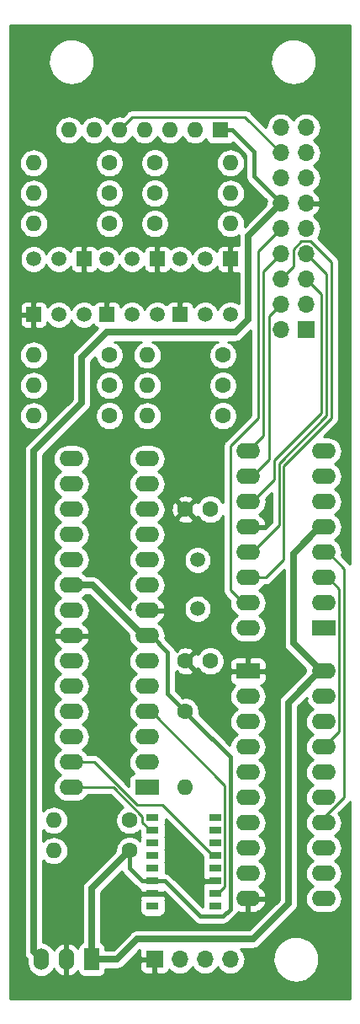
<source format=gbr>
G04 #@! TF.GenerationSoftware,KiCad,Pcbnew,(5.1.0)-1*
G04 #@! TF.CreationDate,2021-08-07T01:09:51-05:00*
G04 #@! TF.ProjectId,nixie_legacy-demux,6e697869-655f-46c6-9567-6163792d6465,rev?*
G04 #@! TF.SameCoordinates,Original*
G04 #@! TF.FileFunction,Copper,L1,Top*
G04 #@! TF.FilePolarity,Positive*
%FSLAX46Y46*%
G04 Gerber Fmt 4.6, Leading zero omitted, Abs format (unit mm)*
G04 Created by KiCad (PCBNEW (5.1.0)-1) date 2021-08-07 01:09:51*
%MOMM*%
%LPD*%
G04 APERTURE LIST*
%ADD10R,1.500000X1.500000*%
%ADD11C,1.500000*%
%ADD12O,1.600000X1.600000*%
%ADD13C,1.600000*%
%ADD14R,1.600000X1.600000*%
%ADD15O,2.400000X1.600000*%
%ADD16R,2.400000X1.600000*%
%ADD17O,1.700000X1.700000*%
%ADD18R,1.700000X1.700000*%
%ADD19R,1.300000X0.800000*%
%ADD20O,1.524000X2.199640*%
%ADD21R,1.524000X2.199640*%
%ADD22C,0.800000*%
%ADD23C,0.381000*%
%ADD24C,0.635000*%
%ADD25C,0.254000*%
G04 APERTURE END LIST*
D10*
X121920000Y-86614000D03*
D11*
X127000000Y-86614000D03*
X124460000Y-86614000D03*
D10*
X114554000Y-86614000D03*
D11*
X119634000Y-86614000D03*
X117094000Y-86614000D03*
D10*
X107188000Y-86614000D03*
D11*
X112268000Y-86614000D03*
X109728000Y-86614000D03*
D12*
X127000000Y-71374000D03*
D13*
X119380000Y-71374000D03*
D12*
X127000000Y-74422000D03*
D13*
X119380000Y-74422000D03*
D12*
X110744000Y-68072000D03*
X113284000Y-68072000D03*
X115824000Y-68072000D03*
X118364000Y-68072000D03*
X120904000Y-68072000D03*
X123444000Y-68072000D03*
D14*
X125984000Y-68072000D03*
D10*
X112268000Y-81026000D03*
D11*
X107188000Y-81026000D03*
X109728000Y-81026000D03*
X123698000Y-111252000D03*
X123698000Y-116152000D03*
D15*
X136398000Y-122428000D03*
X128778000Y-145288000D03*
X136398000Y-124968000D03*
X128778000Y-142748000D03*
X136398000Y-127508000D03*
X128778000Y-140208000D03*
X136398000Y-130048000D03*
X128778000Y-137668000D03*
X136398000Y-132588000D03*
X128778000Y-135128000D03*
X136398000Y-135128000D03*
X128778000Y-132588000D03*
X136398000Y-137668000D03*
X128778000Y-130048000D03*
X136398000Y-140208000D03*
X128778000Y-127508000D03*
X136398000Y-142748000D03*
X128778000Y-124968000D03*
X136398000Y-145288000D03*
D16*
X128778000Y-122428000D03*
D15*
X110998000Y-134112000D03*
X118618000Y-101092000D03*
X110998000Y-131572000D03*
X118618000Y-103632000D03*
X110998000Y-129032000D03*
X118618000Y-106172000D03*
X110998000Y-126492000D03*
X118618000Y-108712000D03*
X110998000Y-123952000D03*
X118618000Y-111252000D03*
X110998000Y-121412000D03*
X118618000Y-113792000D03*
X110998000Y-118872000D03*
X118618000Y-116332000D03*
X110998000Y-116332000D03*
X118618000Y-118872000D03*
X110998000Y-113792000D03*
X118618000Y-121412000D03*
X110998000Y-111252000D03*
X118618000Y-123952000D03*
X110998000Y-108712000D03*
X118618000Y-126492000D03*
X110998000Y-106172000D03*
X118618000Y-129032000D03*
X110998000Y-103632000D03*
X118618000Y-131572000D03*
X110998000Y-101092000D03*
D16*
X118618000Y-134112000D03*
D12*
X109220000Y-140462000D03*
D13*
X116840000Y-140462000D03*
D12*
X109220000Y-137414000D03*
D13*
X116840000Y-137414000D03*
D12*
X107188000Y-96774000D03*
D13*
X114808000Y-96774000D03*
D12*
X118618000Y-90678000D03*
D13*
X126238000Y-90678000D03*
D12*
X107188000Y-93726000D03*
D13*
X114808000Y-93726000D03*
D12*
X118618000Y-93726000D03*
D13*
X126238000Y-93726000D03*
D12*
X107188000Y-90678000D03*
D13*
X114808000Y-90678000D03*
D12*
X118618000Y-96774000D03*
D13*
X126238000Y-96774000D03*
D12*
X107188000Y-71374000D03*
D13*
X114808000Y-71374000D03*
D12*
X127000000Y-77470000D03*
D13*
X119380000Y-77470000D03*
D12*
X107188000Y-74422000D03*
D13*
X114808000Y-74422000D03*
D12*
X107188000Y-77470000D03*
D13*
X114808000Y-77470000D03*
D12*
X122428000Y-134112000D03*
D13*
X122428000Y-126492000D03*
D10*
X119634000Y-81026000D03*
D11*
X114554000Y-81026000D03*
X117094000Y-81026000D03*
D10*
X127000000Y-81026000D03*
D11*
X121920000Y-81026000D03*
X124460000Y-81026000D03*
D17*
X127000000Y-151384000D03*
X124460000Y-151384000D03*
X121920000Y-151384000D03*
D18*
X119380000Y-151384000D03*
D19*
X125476000Y-137160000D03*
X125476000Y-138440000D03*
X125476000Y-139700000D03*
X125476000Y-140970000D03*
X125476000Y-142250000D03*
X125476000Y-143520000D03*
X125476000Y-144780000D03*
X125476000Y-146060000D03*
X119176000Y-146060000D03*
X119176000Y-144780000D03*
X119176000Y-143520000D03*
X119176000Y-142250000D03*
X119176000Y-140970000D03*
X119176000Y-139700000D03*
X119176000Y-138440000D03*
X119176000Y-137160000D03*
D17*
X132080000Y-67818000D03*
X134620000Y-67818000D03*
X132080000Y-70358000D03*
X134620000Y-70358000D03*
X132080000Y-72898000D03*
X134620000Y-72898000D03*
X132080000Y-75438000D03*
X134620000Y-75438000D03*
X132080000Y-77978000D03*
X134620000Y-77978000D03*
X132080000Y-80518000D03*
X134620000Y-80518000D03*
X132080000Y-83058000D03*
X134620000Y-83058000D03*
X132080000Y-85598000D03*
X134620000Y-85598000D03*
X132080000Y-88138000D03*
D18*
X134620000Y-88138000D03*
D15*
X128778000Y-118110000D03*
X136398000Y-100330000D03*
X128778000Y-115570000D03*
X136398000Y-102870000D03*
X128778000Y-113030000D03*
X136398000Y-105410000D03*
X128778000Y-110490000D03*
X136398000Y-107950000D03*
X128778000Y-107950000D03*
X136398000Y-110490000D03*
X128778000Y-105410000D03*
X136398000Y-113030000D03*
X128778000Y-102870000D03*
X136398000Y-115570000D03*
X128778000Y-100330000D03*
D16*
X136398000Y-118110000D03*
D20*
X107950000Y-151384000D03*
X110490000Y-151384000D03*
D21*
X113030000Y-151384000D03*
D13*
X122468000Y-106172000D03*
X124968000Y-106172000D03*
X122468000Y-121412000D03*
X124968000Y-121412000D03*
D22*
X122428000Y-143510000D03*
D23*
X127165000Y-68072000D02*
X125984000Y-68072000D01*
X129368500Y-70275500D02*
X127165000Y-68072000D01*
X132080000Y-75438000D02*
X129368500Y-72726500D01*
X129368500Y-72726500D02*
X129368500Y-70275500D01*
D24*
X131230001Y-76287999D02*
X132080000Y-75438000D01*
X128778000Y-78740000D02*
X131230001Y-76287999D01*
X128778000Y-87122000D02*
X128778000Y-78740000D01*
X127508000Y-88392000D02*
X128778000Y-87122000D01*
X114554000Y-88392000D02*
X127508000Y-88392000D01*
X107950000Y-151384000D02*
X107188000Y-150622000D01*
X107188000Y-150622000D02*
X107188000Y-100330000D01*
X107188000Y-100330000D02*
X112014000Y-95504000D01*
X112014000Y-95504000D02*
X112014000Y-90932000D01*
X112014000Y-90932000D02*
X114554000Y-88392000D01*
D25*
X130556000Y-79502000D02*
X132080000Y-77978000D01*
X128778000Y-115570000D02*
X128270000Y-115570000D01*
X127000000Y-114300000D02*
X127000000Y-99822000D01*
X127000000Y-99822000D02*
X129794000Y-97028000D01*
X129794000Y-97028000D02*
X129794000Y-80264000D01*
X128270000Y-115570000D02*
X127000000Y-114300000D01*
X129794000Y-80264000D02*
X130556000Y-79502000D01*
X133350000Y-81788000D02*
X132929999Y-82208001D01*
X133350000Y-80046038D02*
X133350000Y-81788000D01*
X134148038Y-79248000D02*
X133350000Y-80046038D01*
X135091962Y-79248000D02*
X134148038Y-79248000D01*
X137160000Y-81316038D02*
X135091962Y-79248000D01*
X132334000Y-101854000D02*
X137160000Y-97028000D01*
X132334000Y-111252000D02*
X132334000Y-101854000D01*
X128778000Y-113030000D02*
X130556000Y-113030000D01*
X132929999Y-82208001D02*
X132080000Y-83058000D01*
X137160000Y-97028000D02*
X137160000Y-81316038D01*
X130556000Y-113030000D02*
X132334000Y-111252000D01*
X136652000Y-82550000D02*
X135469999Y-81367999D01*
X136652000Y-96774000D02*
X136652000Y-82550000D01*
X131879989Y-107788011D02*
X131879989Y-101546011D01*
X131879989Y-101546011D02*
X136652000Y-96774000D01*
X129178000Y-110490000D02*
X131879989Y-107788011D01*
X128778000Y-110490000D02*
X129178000Y-110490000D01*
X135469999Y-81367999D02*
X134620000Y-80518000D01*
D24*
X118218000Y-118872000D02*
X118618000Y-118872000D01*
X113138000Y-113792000D02*
X110998000Y-113792000D01*
X118218000Y-118872000D02*
X113138000Y-113792000D01*
X113030000Y-151384000D02*
X113030000Y-144272000D01*
X113030000Y-144272000D02*
X116840000Y-140462000D01*
D23*
X119018000Y-118872000D02*
X118618000Y-118872000D01*
X120650000Y-120504000D02*
X119018000Y-118872000D01*
X120650000Y-124714000D02*
X120650000Y-120504000D01*
X122428000Y-126492000D02*
X120650000Y-124714000D01*
X118120000Y-143520000D02*
X119176000Y-143520000D01*
X116840000Y-140462000D02*
X116840000Y-142240000D01*
X116840000Y-142240000D02*
X118120000Y-143520000D01*
D24*
X135998000Y-107950000D02*
X136398000Y-107950000D01*
X133350000Y-110598000D02*
X135998000Y-107950000D01*
X133350000Y-119634000D02*
X133350000Y-110598000D01*
X136398000Y-122428000D02*
X136144000Y-122428000D01*
X136144000Y-122428000D02*
X133350000Y-119634000D01*
D23*
X123227999Y-127291999D02*
X122428000Y-126492000D01*
X120406000Y-143520000D02*
X123952000Y-147066000D01*
X119176000Y-143520000D02*
X120406000Y-143520000D01*
X126222902Y-147066000D02*
X126970511Y-146318391D01*
X126970511Y-146318391D02*
X126970511Y-131034511D01*
X123952000Y-147066000D02*
X126222902Y-147066000D01*
X126970511Y-131034511D02*
X123227999Y-127291999D01*
D24*
X115604970Y-151384000D02*
X113030000Y-151384000D01*
X135998000Y-122428000D02*
X132842000Y-125584000D01*
X136398000Y-122428000D02*
X135998000Y-122428000D01*
X132842000Y-125584000D02*
X132842000Y-145796000D01*
X132842000Y-145796000D02*
X129286000Y-149352000D01*
X129286000Y-149352000D02*
X117636970Y-149352000D01*
X117636970Y-149352000D02*
X115604970Y-151384000D01*
D25*
X136798000Y-110490000D02*
X136398000Y-110490000D01*
X138430000Y-112122000D02*
X136798000Y-110490000D01*
X138430000Y-135089832D02*
X138430000Y-112122000D01*
X136398000Y-137668000D02*
X136398000Y-137121832D01*
X136398000Y-137121832D02*
X138430000Y-135089832D01*
X128778000Y-105410000D02*
X129178000Y-105410000D01*
X129178000Y-105410000D02*
X131425979Y-103162021D01*
X136144000Y-84582000D02*
X135469999Y-83907999D01*
X131425979Y-103162021D02*
X131425979Y-101238021D01*
X131425979Y-101238021D02*
X136144000Y-96520000D01*
X136144000Y-96520000D02*
X136144000Y-84582000D01*
X135469999Y-83907999D02*
X134620000Y-83058000D01*
X136798000Y-113030000D02*
X136398000Y-113030000D01*
X137922000Y-114154000D02*
X136798000Y-113030000D01*
X137922000Y-115100168D02*
X137922000Y-114154000D01*
X137925010Y-115103178D02*
X137922000Y-115100168D01*
X137925010Y-116036822D02*
X137925010Y-115103178D01*
X137922000Y-117045398D02*
X137922000Y-116039832D01*
X137925001Y-117048399D02*
X137922000Y-117045398D01*
X137922000Y-116039832D02*
X137925010Y-116036822D01*
X137922000Y-127038168D02*
X137922000Y-125437832D01*
X137922000Y-125437832D02*
X137925010Y-125434822D01*
X137925010Y-125434822D02*
X137925010Y-124501178D01*
X137922000Y-127977832D02*
X137925010Y-127974822D01*
X136398000Y-130048000D02*
X137922000Y-128524000D01*
X137922000Y-128524000D02*
X137922000Y-127977832D01*
X137925010Y-127974822D02*
X137925010Y-127041178D01*
X137925010Y-124501178D02*
X137922000Y-124498168D01*
X137922000Y-121958168D02*
X137922000Y-119174602D01*
X137925001Y-119171601D02*
X137925001Y-117048399D01*
X137922000Y-124498168D02*
X137922000Y-122897832D01*
X137922000Y-122897832D02*
X137925010Y-122894822D01*
X137925010Y-127041178D02*
X137922000Y-127038168D01*
X137925010Y-122894822D02*
X137925010Y-121961178D01*
X137925010Y-121961178D02*
X137922000Y-121958168D01*
X137922000Y-119174602D02*
X137925001Y-119171601D01*
X131230001Y-86447999D02*
X132080000Y-85598000D01*
X130902999Y-86775001D02*
X131230001Y-86447999D01*
X130902999Y-101145001D02*
X130902999Y-86775001D01*
X129178000Y-102870000D02*
X130902999Y-101145001D01*
X128778000Y-102870000D02*
X129178000Y-102870000D01*
X130302000Y-82296000D02*
X132080000Y-80518000D01*
X128778000Y-100330000D02*
X130302000Y-98806000D01*
X130302000Y-98806000D02*
X130302000Y-82296000D01*
X116623999Y-67272001D02*
X115824000Y-68072000D01*
X117133175Y-66762825D02*
X116623999Y-67272001D01*
X132080000Y-70358000D02*
X128484825Y-66762825D01*
X128484825Y-66762825D02*
X117133175Y-66762825D01*
X112452000Y-131572000D02*
X110998000Y-131572000D01*
X113308028Y-131572000D02*
X112452000Y-131572000D01*
X117626028Y-135890000D02*
X113308028Y-131572000D01*
X120146000Y-135890000D02*
X117626028Y-135890000D01*
X125476000Y-140970000D02*
X125226000Y-140970000D01*
X125226000Y-140970000D02*
X120146000Y-135890000D01*
X119018000Y-126492000D02*
X118618000Y-126492000D01*
X126453001Y-133927001D02*
X119018000Y-126492000D01*
X126453001Y-144056999D02*
X126453001Y-133927001D01*
X125476000Y-144780000D02*
X125730000Y-144780000D01*
X125730000Y-144780000D02*
X126453001Y-144056999D01*
X112452000Y-134112000D02*
X110998000Y-134112000D01*
X115205962Y-134112000D02*
X112452000Y-134112000D01*
X118110000Y-137016038D02*
X115205962Y-134112000D01*
X118110000Y-137624000D02*
X118110000Y-137016038D01*
X119176000Y-138440000D02*
X118926000Y-138440000D01*
X118926000Y-138440000D02*
X118110000Y-137624000D01*
G36*
X139040001Y-111664141D02*
G01*
X139000298Y-111615764D01*
X138971422Y-111580578D01*
X138942346Y-111556716D01*
X138199366Y-110813736D01*
X138212236Y-110771309D01*
X138239943Y-110490000D01*
X138212236Y-110208691D01*
X138130182Y-109938192D01*
X137996932Y-109688899D01*
X137817608Y-109470392D01*
X137599101Y-109291068D01*
X137466142Y-109220000D01*
X137599101Y-109148932D01*
X137817608Y-108969608D01*
X137996932Y-108751101D01*
X138130182Y-108501808D01*
X138212236Y-108231309D01*
X138239943Y-107950000D01*
X138212236Y-107668691D01*
X138130182Y-107398192D01*
X137996932Y-107148899D01*
X137817608Y-106930392D01*
X137599101Y-106751068D01*
X137466142Y-106680000D01*
X137599101Y-106608932D01*
X137817608Y-106429608D01*
X137996932Y-106211101D01*
X138130182Y-105961808D01*
X138212236Y-105691309D01*
X138239943Y-105410000D01*
X138212236Y-105128691D01*
X138130182Y-104858192D01*
X137996932Y-104608899D01*
X137817608Y-104390392D01*
X137599101Y-104211068D01*
X137466142Y-104140000D01*
X137599101Y-104068932D01*
X137817608Y-103889608D01*
X137996932Y-103671101D01*
X138130182Y-103421808D01*
X138212236Y-103151309D01*
X138239943Y-102870000D01*
X138212236Y-102588691D01*
X138130182Y-102318192D01*
X137996932Y-102068899D01*
X137817608Y-101850392D01*
X137599101Y-101671068D01*
X137466142Y-101600000D01*
X137599101Y-101528932D01*
X137817608Y-101349608D01*
X137996932Y-101131101D01*
X138130182Y-100881808D01*
X138212236Y-100611309D01*
X138239943Y-100330000D01*
X138212236Y-100048691D01*
X138130182Y-99778192D01*
X137996932Y-99528899D01*
X137817608Y-99310392D01*
X137599101Y-99131068D01*
X137349808Y-98997818D01*
X137079309Y-98915764D01*
X136868492Y-98895000D01*
X136370630Y-98895000D01*
X137672347Y-97593283D01*
X137701422Y-97569422D01*
X137773658Y-97481402D01*
X137796645Y-97453393D01*
X137867401Y-97321016D01*
X137867402Y-97321015D01*
X137910974Y-97177378D01*
X137922000Y-97065426D01*
X137922000Y-97065423D01*
X137925686Y-97028000D01*
X137922000Y-96990577D01*
X137922000Y-81353460D01*
X137925686Y-81316037D01*
X137916495Y-81222721D01*
X137910974Y-81166660D01*
X137867402Y-81023023D01*
X137796645Y-80890646D01*
X137701422Y-80774616D01*
X137672352Y-80750759D01*
X135801161Y-78879569D01*
X135860706Y-78807014D01*
X135998599Y-78549034D01*
X136083513Y-78269111D01*
X136112185Y-77978000D01*
X136083513Y-77686889D01*
X135998599Y-77406966D01*
X135860706Y-77148986D01*
X135675134Y-76922866D01*
X135449014Y-76737294D01*
X135384477Y-76702799D01*
X135501355Y-76633178D01*
X135717588Y-76438269D01*
X135891641Y-76204920D01*
X136016825Y-75942099D01*
X136061476Y-75794890D01*
X135940155Y-75565000D01*
X134747000Y-75565000D01*
X134747000Y-75585000D01*
X134493000Y-75585000D01*
X134493000Y-75565000D01*
X134473000Y-75565000D01*
X134473000Y-75311000D01*
X134493000Y-75311000D01*
X134493000Y-75291000D01*
X134747000Y-75291000D01*
X134747000Y-75311000D01*
X135940155Y-75311000D01*
X136061476Y-75081110D01*
X136016825Y-74933901D01*
X135891641Y-74671080D01*
X135717588Y-74437731D01*
X135501355Y-74242822D01*
X135384477Y-74173201D01*
X135449014Y-74138706D01*
X135675134Y-73953134D01*
X135860706Y-73727014D01*
X135998599Y-73469034D01*
X136083513Y-73189111D01*
X136112185Y-72898000D01*
X136083513Y-72606889D01*
X135998599Y-72326966D01*
X135860706Y-72068986D01*
X135675134Y-71842866D01*
X135449014Y-71657294D01*
X135394209Y-71628000D01*
X135449014Y-71598706D01*
X135675134Y-71413134D01*
X135860706Y-71187014D01*
X135998599Y-70929034D01*
X136083513Y-70649111D01*
X136112185Y-70358000D01*
X136083513Y-70066889D01*
X135998599Y-69786966D01*
X135860706Y-69528986D01*
X135675134Y-69302866D01*
X135449014Y-69117294D01*
X135394209Y-69088000D01*
X135449014Y-69058706D01*
X135675134Y-68873134D01*
X135860706Y-68647014D01*
X135998599Y-68389034D01*
X136083513Y-68109111D01*
X136112185Y-67818000D01*
X136083513Y-67526889D01*
X135998599Y-67246966D01*
X135860706Y-66988986D01*
X135675134Y-66762866D01*
X135449014Y-66577294D01*
X135191034Y-66439401D01*
X134911111Y-66354487D01*
X134692950Y-66333000D01*
X134547050Y-66333000D01*
X134328889Y-66354487D01*
X134048966Y-66439401D01*
X133790986Y-66577294D01*
X133564866Y-66762866D01*
X133379294Y-66988986D01*
X133350000Y-67043791D01*
X133320706Y-66988986D01*
X133135134Y-66762866D01*
X132909014Y-66577294D01*
X132651034Y-66439401D01*
X132371111Y-66354487D01*
X132152950Y-66333000D01*
X132007050Y-66333000D01*
X131788889Y-66354487D01*
X131508966Y-66439401D01*
X131250986Y-66577294D01*
X131024866Y-66762866D01*
X130839294Y-66988986D01*
X130701401Y-67246966D01*
X130616487Y-67526889D01*
X130590488Y-67790858D01*
X129050109Y-66250479D01*
X129026247Y-66221403D01*
X128910217Y-66126180D01*
X128777840Y-66055423D01*
X128634203Y-66011851D01*
X128522251Y-66000825D01*
X128522248Y-66000825D01*
X128484825Y-65997139D01*
X128447402Y-66000825D01*
X117170598Y-66000825D01*
X117133175Y-65997139D01*
X117095752Y-66000825D01*
X117095749Y-66000825D01*
X116983797Y-66011851D01*
X116840160Y-66055423D01*
X116778539Y-66088360D01*
X116707782Y-66126180D01*
X116679285Y-66149568D01*
X116591753Y-66221403D01*
X116567887Y-66250484D01*
X116147736Y-66670634D01*
X116105309Y-66657764D01*
X115894492Y-66637000D01*
X115753508Y-66637000D01*
X115542691Y-66657764D01*
X115272192Y-66739818D01*
X115022899Y-66873068D01*
X114804392Y-67052392D01*
X114625068Y-67270899D01*
X114554000Y-67403858D01*
X114482932Y-67270899D01*
X114303608Y-67052392D01*
X114085101Y-66873068D01*
X113835808Y-66739818D01*
X113565309Y-66657764D01*
X113354492Y-66637000D01*
X113213508Y-66637000D01*
X113002691Y-66657764D01*
X112732192Y-66739818D01*
X112482899Y-66873068D01*
X112264392Y-67052392D01*
X112085068Y-67270899D01*
X112014000Y-67403858D01*
X111942932Y-67270899D01*
X111763608Y-67052392D01*
X111545101Y-66873068D01*
X111295808Y-66739818D01*
X111025309Y-66657764D01*
X110814492Y-66637000D01*
X110673508Y-66637000D01*
X110462691Y-66657764D01*
X110192192Y-66739818D01*
X109942899Y-66873068D01*
X109724392Y-67052392D01*
X109545068Y-67270899D01*
X109411818Y-67520192D01*
X109329764Y-67790691D01*
X109302057Y-68072000D01*
X109329764Y-68353309D01*
X109411818Y-68623808D01*
X109545068Y-68873101D01*
X109724392Y-69091608D01*
X109942899Y-69270932D01*
X110192192Y-69404182D01*
X110462691Y-69486236D01*
X110673508Y-69507000D01*
X110814492Y-69507000D01*
X111025309Y-69486236D01*
X111295808Y-69404182D01*
X111545101Y-69270932D01*
X111763608Y-69091608D01*
X111942932Y-68873101D01*
X112014000Y-68740142D01*
X112085068Y-68873101D01*
X112264392Y-69091608D01*
X112482899Y-69270932D01*
X112732192Y-69404182D01*
X113002691Y-69486236D01*
X113213508Y-69507000D01*
X113354492Y-69507000D01*
X113565309Y-69486236D01*
X113835808Y-69404182D01*
X114085101Y-69270932D01*
X114303608Y-69091608D01*
X114482932Y-68873101D01*
X114554000Y-68740142D01*
X114625068Y-68873101D01*
X114804392Y-69091608D01*
X115022899Y-69270932D01*
X115272192Y-69404182D01*
X115542691Y-69486236D01*
X115753508Y-69507000D01*
X115894492Y-69507000D01*
X116105309Y-69486236D01*
X116375808Y-69404182D01*
X116625101Y-69270932D01*
X116843608Y-69091608D01*
X117022932Y-68873101D01*
X117094000Y-68740142D01*
X117165068Y-68873101D01*
X117344392Y-69091608D01*
X117562899Y-69270932D01*
X117812192Y-69404182D01*
X118082691Y-69486236D01*
X118293508Y-69507000D01*
X118434492Y-69507000D01*
X118645309Y-69486236D01*
X118915808Y-69404182D01*
X119165101Y-69270932D01*
X119383608Y-69091608D01*
X119562932Y-68873101D01*
X119634000Y-68740142D01*
X119705068Y-68873101D01*
X119884392Y-69091608D01*
X120102899Y-69270932D01*
X120352192Y-69404182D01*
X120622691Y-69486236D01*
X120833508Y-69507000D01*
X120974492Y-69507000D01*
X121185309Y-69486236D01*
X121455808Y-69404182D01*
X121705101Y-69270932D01*
X121923608Y-69091608D01*
X122102932Y-68873101D01*
X122174000Y-68740142D01*
X122245068Y-68873101D01*
X122424392Y-69091608D01*
X122642899Y-69270932D01*
X122892192Y-69404182D01*
X123162691Y-69486236D01*
X123373508Y-69507000D01*
X123514492Y-69507000D01*
X123725309Y-69486236D01*
X123995808Y-69404182D01*
X124245101Y-69270932D01*
X124463608Y-69091608D01*
X124556419Y-68978518D01*
X124558188Y-68996482D01*
X124594498Y-69116180D01*
X124653463Y-69226494D01*
X124732815Y-69323185D01*
X124829506Y-69402537D01*
X124939820Y-69461502D01*
X125059518Y-69497812D01*
X125184000Y-69510072D01*
X126784000Y-69510072D01*
X126908482Y-69497812D01*
X127028180Y-69461502D01*
X127138494Y-69402537D01*
X127235185Y-69323185D01*
X127241301Y-69315733D01*
X128543001Y-70617435D01*
X128543000Y-72685949D01*
X128539006Y-72726500D01*
X128543000Y-72767050D01*
X128543000Y-72767052D01*
X128554944Y-72888325D01*
X128584877Y-72987000D01*
X128602147Y-73043933D01*
X128678801Y-73187342D01*
X128708121Y-73223068D01*
X128781959Y-73313041D01*
X128813466Y-73338898D01*
X130617644Y-75143076D01*
X130616487Y-75146889D01*
X130587815Y-75438000D01*
X130600829Y-75570133D01*
X130589568Y-75581394D01*
X130589563Y-75581398D01*
X128411877Y-77759085D01*
X128414236Y-77751309D01*
X128441943Y-77470000D01*
X128414236Y-77188691D01*
X128332182Y-76918192D01*
X128198932Y-76668899D01*
X128019608Y-76450392D01*
X127801101Y-76271068D01*
X127551808Y-76137818D01*
X127281309Y-76055764D01*
X127070492Y-76035000D01*
X126929508Y-76035000D01*
X126718691Y-76055764D01*
X126448192Y-76137818D01*
X126198899Y-76271068D01*
X125980392Y-76450392D01*
X125801068Y-76668899D01*
X125667818Y-76918192D01*
X125585764Y-77188691D01*
X125558057Y-77470000D01*
X125585764Y-77751309D01*
X125667818Y-78021808D01*
X125801068Y-78271101D01*
X125980392Y-78489608D01*
X126198899Y-78668932D01*
X126448192Y-78802182D01*
X126718691Y-78884236D01*
X126929508Y-78905000D01*
X127070492Y-78905000D01*
X127281309Y-78884236D01*
X127551808Y-78802182D01*
X127801101Y-78668932D01*
X127830248Y-78645012D01*
X127820892Y-78740000D01*
X127825501Y-78786795D01*
X127825501Y-79645364D01*
X127750000Y-79637928D01*
X127285750Y-79641000D01*
X127127000Y-79799750D01*
X127127000Y-80899000D01*
X127147000Y-80899000D01*
X127147000Y-81153000D01*
X127127000Y-81153000D01*
X127127000Y-82252250D01*
X127285750Y-82411000D01*
X127750000Y-82414072D01*
X127825501Y-82406636D01*
X127825500Y-85499857D01*
X127656043Y-85386629D01*
X127403989Y-85282225D01*
X127136411Y-85229000D01*
X126863589Y-85229000D01*
X126596011Y-85282225D01*
X126343957Y-85386629D01*
X126117114Y-85538201D01*
X125924201Y-85731114D01*
X125772629Y-85957957D01*
X125730000Y-86060873D01*
X125687371Y-85957957D01*
X125535799Y-85731114D01*
X125342886Y-85538201D01*
X125116043Y-85386629D01*
X124863989Y-85282225D01*
X124596411Y-85229000D01*
X124323589Y-85229000D01*
X124056011Y-85282225D01*
X123803957Y-85386629D01*
X123577114Y-85538201D01*
X123384201Y-85731114D01*
X123306445Y-85847483D01*
X123295812Y-85739518D01*
X123259502Y-85619820D01*
X123200537Y-85509506D01*
X123121185Y-85412815D01*
X123024494Y-85333463D01*
X122914180Y-85274498D01*
X122794482Y-85238188D01*
X122670000Y-85225928D01*
X122205750Y-85229000D01*
X122047000Y-85387750D01*
X122047000Y-86487000D01*
X122067000Y-86487000D01*
X122067000Y-86741000D01*
X122047000Y-86741000D01*
X122047000Y-86761000D01*
X121793000Y-86761000D01*
X121793000Y-86741000D01*
X121773000Y-86741000D01*
X121773000Y-86487000D01*
X121793000Y-86487000D01*
X121793000Y-85387750D01*
X121634250Y-85229000D01*
X121170000Y-85225928D01*
X121045518Y-85238188D01*
X120925820Y-85274498D01*
X120815506Y-85333463D01*
X120718815Y-85412815D01*
X120639463Y-85509506D01*
X120586770Y-85608085D01*
X120516886Y-85538201D01*
X120290043Y-85386629D01*
X120037989Y-85282225D01*
X119770411Y-85229000D01*
X119497589Y-85229000D01*
X119230011Y-85282225D01*
X118977957Y-85386629D01*
X118751114Y-85538201D01*
X118558201Y-85731114D01*
X118406629Y-85957957D01*
X118364000Y-86060873D01*
X118321371Y-85957957D01*
X118169799Y-85731114D01*
X117976886Y-85538201D01*
X117750043Y-85386629D01*
X117497989Y-85282225D01*
X117230411Y-85229000D01*
X116957589Y-85229000D01*
X116690011Y-85282225D01*
X116437957Y-85386629D01*
X116211114Y-85538201D01*
X116018201Y-85731114D01*
X115940445Y-85847483D01*
X115929812Y-85739518D01*
X115893502Y-85619820D01*
X115834537Y-85509506D01*
X115755185Y-85412815D01*
X115658494Y-85333463D01*
X115548180Y-85274498D01*
X115428482Y-85238188D01*
X115304000Y-85225928D01*
X114839750Y-85229000D01*
X114681000Y-85387750D01*
X114681000Y-86487000D01*
X114701000Y-86487000D01*
X114701000Y-86741000D01*
X114681000Y-86741000D01*
X114681000Y-86761000D01*
X114427000Y-86761000D01*
X114427000Y-86741000D01*
X114407000Y-86741000D01*
X114407000Y-86487000D01*
X114427000Y-86487000D01*
X114427000Y-85387750D01*
X114268250Y-85229000D01*
X113804000Y-85225928D01*
X113679518Y-85238188D01*
X113559820Y-85274498D01*
X113449506Y-85333463D01*
X113352815Y-85412815D01*
X113273463Y-85509506D01*
X113220770Y-85608085D01*
X113150886Y-85538201D01*
X112924043Y-85386629D01*
X112671989Y-85282225D01*
X112404411Y-85229000D01*
X112131589Y-85229000D01*
X111864011Y-85282225D01*
X111611957Y-85386629D01*
X111385114Y-85538201D01*
X111192201Y-85731114D01*
X111040629Y-85957957D01*
X110998000Y-86060873D01*
X110955371Y-85957957D01*
X110803799Y-85731114D01*
X110610886Y-85538201D01*
X110384043Y-85386629D01*
X110131989Y-85282225D01*
X109864411Y-85229000D01*
X109591589Y-85229000D01*
X109324011Y-85282225D01*
X109071957Y-85386629D01*
X108845114Y-85538201D01*
X108652201Y-85731114D01*
X108574445Y-85847483D01*
X108563812Y-85739518D01*
X108527502Y-85619820D01*
X108468537Y-85509506D01*
X108389185Y-85412815D01*
X108292494Y-85333463D01*
X108182180Y-85274498D01*
X108062482Y-85238188D01*
X107938000Y-85225928D01*
X107473750Y-85229000D01*
X107315000Y-85387750D01*
X107315000Y-86487000D01*
X107335000Y-86487000D01*
X107335000Y-86741000D01*
X107315000Y-86741000D01*
X107315000Y-87840250D01*
X107473750Y-87999000D01*
X107938000Y-88002072D01*
X108062482Y-87989812D01*
X108182180Y-87953502D01*
X108292494Y-87894537D01*
X108389185Y-87815185D01*
X108468537Y-87718494D01*
X108527502Y-87608180D01*
X108563812Y-87488482D01*
X108574445Y-87380517D01*
X108652201Y-87496886D01*
X108845114Y-87689799D01*
X109071957Y-87841371D01*
X109324011Y-87945775D01*
X109591589Y-87999000D01*
X109864411Y-87999000D01*
X110131989Y-87945775D01*
X110384043Y-87841371D01*
X110610886Y-87689799D01*
X110803799Y-87496886D01*
X110955371Y-87270043D01*
X110998000Y-87167127D01*
X111040629Y-87270043D01*
X111192201Y-87496886D01*
X111385114Y-87689799D01*
X111611957Y-87841371D01*
X111864011Y-87945775D01*
X112131589Y-87999000D01*
X112404411Y-87999000D01*
X112671989Y-87945775D01*
X112924043Y-87841371D01*
X113150886Y-87689799D01*
X113220770Y-87619915D01*
X113273463Y-87718494D01*
X113352815Y-87815185D01*
X113449506Y-87894537D01*
X113559820Y-87953502D01*
X113625528Y-87973434D01*
X111373565Y-90225397D01*
X111337223Y-90255222D01*
X111307399Y-90291563D01*
X111218194Y-90400260D01*
X111129749Y-90565731D01*
X111075283Y-90745278D01*
X111056892Y-90932000D01*
X111061501Y-90978795D01*
X111061500Y-95109462D01*
X106547565Y-99623397D01*
X106511223Y-99653222D01*
X106481399Y-99689563D01*
X106392194Y-99798260D01*
X106303749Y-99963731D01*
X106249283Y-100143278D01*
X106230892Y-100330000D01*
X106235501Y-100376795D01*
X106235500Y-150575215D01*
X106230892Y-150622000D01*
X106235500Y-150668784D01*
X106249283Y-150808722D01*
X106303748Y-150988268D01*
X106392194Y-151153741D01*
X106511222Y-151298778D01*
X106547569Y-151328607D01*
X106553000Y-151334038D01*
X106553000Y-151790444D01*
X106573214Y-151995679D01*
X106653096Y-152259014D01*
X106782817Y-152501706D01*
X106957392Y-152714427D01*
X107170113Y-152889003D01*
X107412805Y-153018724D01*
X107676140Y-153098606D01*
X107950000Y-153125579D01*
X108223859Y-153098606D01*
X108487194Y-153018724D01*
X108729886Y-152889003D01*
X108942607Y-152714428D01*
X109117183Y-152501707D01*
X109221038Y-152307407D01*
X109247941Y-152373762D01*
X109398994Y-152603549D01*
X109591974Y-152799452D01*
X109819465Y-152953942D01*
X110072724Y-153061082D01*
X110146930Y-153076040D01*
X110363000Y-152953540D01*
X110363000Y-151511000D01*
X110343000Y-151511000D01*
X110343000Y-151257000D01*
X110363000Y-151257000D01*
X110363000Y-149814460D01*
X110146930Y-149691960D01*
X110072724Y-149706918D01*
X109819465Y-149814058D01*
X109591974Y-149968548D01*
X109398994Y-150164451D01*
X109247941Y-150394238D01*
X109221038Y-150460593D01*
X109117183Y-150266293D01*
X108942608Y-150053572D01*
X108729887Y-149878997D01*
X108487195Y-149749276D01*
X108223860Y-149669394D01*
X108140500Y-149661184D01*
X108140500Y-141408629D01*
X108200392Y-141481608D01*
X108418899Y-141660932D01*
X108668192Y-141794182D01*
X108938691Y-141876236D01*
X109149508Y-141897000D01*
X109290492Y-141897000D01*
X109501309Y-141876236D01*
X109771808Y-141794182D01*
X110021101Y-141660932D01*
X110239608Y-141481608D01*
X110418932Y-141263101D01*
X110552182Y-141013808D01*
X110634236Y-140743309D01*
X110661943Y-140462000D01*
X110634236Y-140180691D01*
X110552182Y-139910192D01*
X110418932Y-139660899D01*
X110239608Y-139442392D01*
X110021101Y-139263068D01*
X109771808Y-139129818D01*
X109501309Y-139047764D01*
X109290492Y-139027000D01*
X109149508Y-139027000D01*
X108938691Y-139047764D01*
X108668192Y-139129818D01*
X108418899Y-139263068D01*
X108200392Y-139442392D01*
X108140500Y-139515371D01*
X108140500Y-138360629D01*
X108200392Y-138433608D01*
X108418899Y-138612932D01*
X108668192Y-138746182D01*
X108938691Y-138828236D01*
X109149508Y-138849000D01*
X109290492Y-138849000D01*
X109501309Y-138828236D01*
X109771808Y-138746182D01*
X110021101Y-138612932D01*
X110239608Y-138433608D01*
X110418932Y-138215101D01*
X110552182Y-137965808D01*
X110634236Y-137695309D01*
X110661943Y-137414000D01*
X110634236Y-137132691D01*
X110552182Y-136862192D01*
X110418932Y-136612899D01*
X110239608Y-136394392D01*
X110021101Y-136215068D01*
X109771808Y-136081818D01*
X109501309Y-135999764D01*
X109290492Y-135979000D01*
X109149508Y-135979000D01*
X108938691Y-135999764D01*
X108668192Y-136081818D01*
X108418899Y-136215068D01*
X108200392Y-136394392D01*
X108140500Y-136467371D01*
X108140500Y-100724538D01*
X112232373Y-96632665D01*
X113373000Y-96632665D01*
X113373000Y-96915335D01*
X113428147Y-97192574D01*
X113536320Y-97453727D01*
X113693363Y-97688759D01*
X113893241Y-97888637D01*
X114128273Y-98045680D01*
X114389426Y-98153853D01*
X114666665Y-98209000D01*
X114949335Y-98209000D01*
X115226574Y-98153853D01*
X115487727Y-98045680D01*
X115722759Y-97888637D01*
X115922637Y-97688759D01*
X116079680Y-97453727D01*
X116187853Y-97192574D01*
X116243000Y-96915335D01*
X116243000Y-96774000D01*
X117176057Y-96774000D01*
X117203764Y-97055309D01*
X117285818Y-97325808D01*
X117419068Y-97575101D01*
X117598392Y-97793608D01*
X117816899Y-97972932D01*
X118066192Y-98106182D01*
X118336691Y-98188236D01*
X118547508Y-98209000D01*
X118688492Y-98209000D01*
X118899309Y-98188236D01*
X119169808Y-98106182D01*
X119419101Y-97972932D01*
X119637608Y-97793608D01*
X119816932Y-97575101D01*
X119950182Y-97325808D01*
X120032236Y-97055309D01*
X120059943Y-96774000D01*
X120046023Y-96632665D01*
X124803000Y-96632665D01*
X124803000Y-96915335D01*
X124858147Y-97192574D01*
X124966320Y-97453727D01*
X125123363Y-97688759D01*
X125323241Y-97888637D01*
X125558273Y-98045680D01*
X125819426Y-98153853D01*
X126096665Y-98209000D01*
X126379335Y-98209000D01*
X126656574Y-98153853D01*
X126917727Y-98045680D01*
X127152759Y-97888637D01*
X127352637Y-97688759D01*
X127509680Y-97453727D01*
X127617853Y-97192574D01*
X127673000Y-96915335D01*
X127673000Y-96632665D01*
X127617853Y-96355426D01*
X127509680Y-96094273D01*
X127352637Y-95859241D01*
X127152759Y-95659363D01*
X126917727Y-95502320D01*
X126656574Y-95394147D01*
X126379335Y-95339000D01*
X126096665Y-95339000D01*
X125819426Y-95394147D01*
X125558273Y-95502320D01*
X125323241Y-95659363D01*
X125123363Y-95859241D01*
X124966320Y-96094273D01*
X124858147Y-96355426D01*
X124803000Y-96632665D01*
X120046023Y-96632665D01*
X120032236Y-96492691D01*
X119950182Y-96222192D01*
X119816932Y-95972899D01*
X119637608Y-95754392D01*
X119419101Y-95575068D01*
X119169808Y-95441818D01*
X118899309Y-95359764D01*
X118688492Y-95339000D01*
X118547508Y-95339000D01*
X118336691Y-95359764D01*
X118066192Y-95441818D01*
X117816899Y-95575068D01*
X117598392Y-95754392D01*
X117419068Y-95972899D01*
X117285818Y-96222192D01*
X117203764Y-96492691D01*
X117176057Y-96774000D01*
X116243000Y-96774000D01*
X116243000Y-96632665D01*
X116187853Y-96355426D01*
X116079680Y-96094273D01*
X115922637Y-95859241D01*
X115722759Y-95659363D01*
X115487727Y-95502320D01*
X115226574Y-95394147D01*
X114949335Y-95339000D01*
X114666665Y-95339000D01*
X114389426Y-95394147D01*
X114128273Y-95502320D01*
X113893241Y-95659363D01*
X113693363Y-95859241D01*
X113536320Y-96094273D01*
X113428147Y-96355426D01*
X113373000Y-96632665D01*
X112232373Y-96632665D01*
X112654431Y-96210607D01*
X112690778Y-96180778D01*
X112809806Y-96035741D01*
X112891257Y-95883356D01*
X112898252Y-95870270D01*
X112952717Y-95690722D01*
X112971108Y-95504000D01*
X112966500Y-95457215D01*
X112966500Y-93584665D01*
X113373000Y-93584665D01*
X113373000Y-93867335D01*
X113428147Y-94144574D01*
X113536320Y-94405727D01*
X113693363Y-94640759D01*
X113893241Y-94840637D01*
X114128273Y-94997680D01*
X114389426Y-95105853D01*
X114666665Y-95161000D01*
X114949335Y-95161000D01*
X115226574Y-95105853D01*
X115487727Y-94997680D01*
X115722759Y-94840637D01*
X115922637Y-94640759D01*
X116079680Y-94405727D01*
X116187853Y-94144574D01*
X116243000Y-93867335D01*
X116243000Y-93726000D01*
X117176057Y-93726000D01*
X117203764Y-94007309D01*
X117285818Y-94277808D01*
X117419068Y-94527101D01*
X117598392Y-94745608D01*
X117816899Y-94924932D01*
X118066192Y-95058182D01*
X118336691Y-95140236D01*
X118547508Y-95161000D01*
X118688492Y-95161000D01*
X118899309Y-95140236D01*
X119169808Y-95058182D01*
X119419101Y-94924932D01*
X119637608Y-94745608D01*
X119816932Y-94527101D01*
X119950182Y-94277808D01*
X120032236Y-94007309D01*
X120059943Y-93726000D01*
X120046023Y-93584665D01*
X124803000Y-93584665D01*
X124803000Y-93867335D01*
X124858147Y-94144574D01*
X124966320Y-94405727D01*
X125123363Y-94640759D01*
X125323241Y-94840637D01*
X125558273Y-94997680D01*
X125819426Y-95105853D01*
X126096665Y-95161000D01*
X126379335Y-95161000D01*
X126656574Y-95105853D01*
X126917727Y-94997680D01*
X127152759Y-94840637D01*
X127352637Y-94640759D01*
X127509680Y-94405727D01*
X127617853Y-94144574D01*
X127673000Y-93867335D01*
X127673000Y-93584665D01*
X127617853Y-93307426D01*
X127509680Y-93046273D01*
X127352637Y-92811241D01*
X127152759Y-92611363D01*
X126917727Y-92454320D01*
X126656574Y-92346147D01*
X126379335Y-92291000D01*
X126096665Y-92291000D01*
X125819426Y-92346147D01*
X125558273Y-92454320D01*
X125323241Y-92611363D01*
X125123363Y-92811241D01*
X124966320Y-93046273D01*
X124858147Y-93307426D01*
X124803000Y-93584665D01*
X120046023Y-93584665D01*
X120032236Y-93444691D01*
X119950182Y-93174192D01*
X119816932Y-92924899D01*
X119637608Y-92706392D01*
X119419101Y-92527068D01*
X119169808Y-92393818D01*
X118899309Y-92311764D01*
X118688492Y-92291000D01*
X118547508Y-92291000D01*
X118336691Y-92311764D01*
X118066192Y-92393818D01*
X117816899Y-92527068D01*
X117598392Y-92706392D01*
X117419068Y-92924899D01*
X117285818Y-93174192D01*
X117203764Y-93444691D01*
X117176057Y-93726000D01*
X116243000Y-93726000D01*
X116243000Y-93584665D01*
X116187853Y-93307426D01*
X116079680Y-93046273D01*
X115922637Y-92811241D01*
X115722759Y-92611363D01*
X115487727Y-92454320D01*
X115226574Y-92346147D01*
X114949335Y-92291000D01*
X114666665Y-92291000D01*
X114389426Y-92346147D01*
X114128273Y-92454320D01*
X113893241Y-92611363D01*
X113693363Y-92811241D01*
X113536320Y-93046273D01*
X113428147Y-93307426D01*
X113373000Y-93584665D01*
X112966500Y-93584665D01*
X112966500Y-91326538D01*
X113389708Y-90903330D01*
X113428147Y-91096574D01*
X113536320Y-91357727D01*
X113693363Y-91592759D01*
X113893241Y-91792637D01*
X114128273Y-91949680D01*
X114389426Y-92057853D01*
X114666665Y-92113000D01*
X114949335Y-92113000D01*
X115226574Y-92057853D01*
X115487727Y-91949680D01*
X115722759Y-91792637D01*
X115922637Y-91592759D01*
X116079680Y-91357727D01*
X116187853Y-91096574D01*
X116243000Y-90819335D01*
X116243000Y-90536665D01*
X116187853Y-90259426D01*
X116079680Y-89998273D01*
X115922637Y-89763241D01*
X115722759Y-89563363D01*
X115487727Y-89406320D01*
X115338480Y-89344500D01*
X118070537Y-89344500D01*
X118066192Y-89345818D01*
X117816899Y-89479068D01*
X117598392Y-89658392D01*
X117419068Y-89876899D01*
X117285818Y-90126192D01*
X117203764Y-90396691D01*
X117176057Y-90678000D01*
X117203764Y-90959309D01*
X117285818Y-91229808D01*
X117419068Y-91479101D01*
X117598392Y-91697608D01*
X117816899Y-91876932D01*
X118066192Y-92010182D01*
X118336691Y-92092236D01*
X118547508Y-92113000D01*
X118688492Y-92113000D01*
X118899309Y-92092236D01*
X119169808Y-92010182D01*
X119419101Y-91876932D01*
X119637608Y-91697608D01*
X119816932Y-91479101D01*
X119950182Y-91229808D01*
X120032236Y-90959309D01*
X120059943Y-90678000D01*
X120032236Y-90396691D01*
X119950182Y-90126192D01*
X119816932Y-89876899D01*
X119637608Y-89658392D01*
X119419101Y-89479068D01*
X119169808Y-89345818D01*
X119165463Y-89344500D01*
X125707520Y-89344500D01*
X125558273Y-89406320D01*
X125323241Y-89563363D01*
X125123363Y-89763241D01*
X124966320Y-89998273D01*
X124858147Y-90259426D01*
X124803000Y-90536665D01*
X124803000Y-90819335D01*
X124858147Y-91096574D01*
X124966320Y-91357727D01*
X125123363Y-91592759D01*
X125323241Y-91792637D01*
X125558273Y-91949680D01*
X125819426Y-92057853D01*
X126096665Y-92113000D01*
X126379335Y-92113000D01*
X126656574Y-92057853D01*
X126917727Y-91949680D01*
X127152759Y-91792637D01*
X127352637Y-91592759D01*
X127509680Y-91357727D01*
X127617853Y-91096574D01*
X127673000Y-90819335D01*
X127673000Y-90536665D01*
X127617853Y-90259426D01*
X127509680Y-89998273D01*
X127352637Y-89763241D01*
X127152759Y-89563363D01*
X126917727Y-89406320D01*
X126768480Y-89344500D01*
X127461215Y-89344500D01*
X127508000Y-89349108D01*
X127554785Y-89344500D01*
X127694723Y-89330717D01*
X127874269Y-89276252D01*
X128039741Y-89187806D01*
X128184778Y-89068778D01*
X128214607Y-89032431D01*
X129032001Y-88215038D01*
X129032000Y-96712370D01*
X126487649Y-99256721D01*
X126458579Y-99280578D01*
X126434722Y-99309648D01*
X126434721Y-99309649D01*
X126363355Y-99396608D01*
X126292599Y-99528985D01*
X126249027Y-99672622D01*
X126234314Y-99822000D01*
X126238001Y-99859433D01*
X126238001Y-105489760D01*
X126082637Y-105257241D01*
X125882759Y-105057363D01*
X125647727Y-104900320D01*
X125386574Y-104792147D01*
X125109335Y-104737000D01*
X124826665Y-104737000D01*
X124549426Y-104792147D01*
X124288273Y-104900320D01*
X124053241Y-105057363D01*
X123853363Y-105257241D01*
X123719308Y-105457869D01*
X123704671Y-105430486D01*
X123460702Y-105358903D01*
X122647605Y-106172000D01*
X123460702Y-106985097D01*
X123704671Y-106913514D01*
X123718324Y-106884659D01*
X123853363Y-107086759D01*
X124053241Y-107286637D01*
X124288273Y-107443680D01*
X124549426Y-107551853D01*
X124826665Y-107607000D01*
X125109335Y-107607000D01*
X125386574Y-107551853D01*
X125647727Y-107443680D01*
X125882759Y-107286637D01*
X126082637Y-107086759D01*
X126238001Y-106854241D01*
X126238000Y-114262577D01*
X126234314Y-114300000D01*
X126238000Y-114337423D01*
X126238000Y-114337425D01*
X126249026Y-114449377D01*
X126292598Y-114593014D01*
X126292599Y-114593015D01*
X126363355Y-114725392D01*
X126379037Y-114744500D01*
X126458578Y-114841422D01*
X126487654Y-114865284D01*
X126959039Y-115336669D01*
X126936057Y-115570000D01*
X126963764Y-115851309D01*
X127045818Y-116121808D01*
X127179068Y-116371101D01*
X127358392Y-116589608D01*
X127576899Y-116768932D01*
X127709858Y-116840000D01*
X127576899Y-116911068D01*
X127358392Y-117090392D01*
X127179068Y-117308899D01*
X127045818Y-117558192D01*
X126963764Y-117828691D01*
X126936057Y-118110000D01*
X126963764Y-118391309D01*
X127045818Y-118661808D01*
X127179068Y-118911101D01*
X127358392Y-119129608D01*
X127576899Y-119308932D01*
X127826192Y-119442182D01*
X128096691Y-119524236D01*
X128307508Y-119545000D01*
X129248492Y-119545000D01*
X129459309Y-119524236D01*
X129729808Y-119442182D01*
X129979101Y-119308932D01*
X130197608Y-119129608D01*
X130376932Y-118911101D01*
X130510182Y-118661808D01*
X130592236Y-118391309D01*
X130619943Y-118110000D01*
X130592236Y-117828691D01*
X130510182Y-117558192D01*
X130376932Y-117308899D01*
X130197608Y-117090392D01*
X129979101Y-116911068D01*
X129846142Y-116840000D01*
X129979101Y-116768932D01*
X130197608Y-116589608D01*
X130376932Y-116371101D01*
X130510182Y-116121808D01*
X130592236Y-115851309D01*
X130619943Y-115570000D01*
X130592236Y-115288691D01*
X130510182Y-115018192D01*
X130376932Y-114768899D01*
X130197608Y-114550392D01*
X129979101Y-114371068D01*
X129846142Y-114300000D01*
X129979101Y-114228932D01*
X130197608Y-114049608D01*
X130376932Y-113831101D01*
X130397832Y-113792000D01*
X130518577Y-113792000D01*
X130556000Y-113795686D01*
X130593423Y-113792000D01*
X130593426Y-113792000D01*
X130705378Y-113780974D01*
X130849015Y-113737402D01*
X130981392Y-113666645D01*
X131097422Y-113571422D01*
X131121284Y-113542346D01*
X132397501Y-112266129D01*
X132397500Y-119587215D01*
X132392892Y-119634000D01*
X132397500Y-119680784D01*
X132411283Y-119820722D01*
X132465748Y-120000268D01*
X132554194Y-120165741D01*
X132673222Y-120310778D01*
X132709569Y-120340607D01*
X134577657Y-122208696D01*
X134556057Y-122428000D01*
X134564566Y-122514395D01*
X132201569Y-124877393D01*
X132165222Y-124907222D01*
X132046194Y-125052259D01*
X131957748Y-125217732D01*
X131912700Y-125366236D01*
X131903283Y-125397278D01*
X131884892Y-125584000D01*
X131889500Y-125630785D01*
X131889501Y-145401461D01*
X128891462Y-148399500D01*
X117683755Y-148399500D01*
X117636970Y-148394892D01*
X117590185Y-148399500D01*
X117450247Y-148413283D01*
X117270701Y-148467748D01*
X117105229Y-148556194D01*
X116960192Y-148675222D01*
X116930368Y-148711563D01*
X115210432Y-150431500D01*
X114430072Y-150431500D01*
X114430072Y-150284180D01*
X114417812Y-150159698D01*
X114381502Y-150040000D01*
X114322537Y-149929686D01*
X114243185Y-149832995D01*
X114146494Y-149753643D01*
X114036180Y-149694678D01*
X113982500Y-149678394D01*
X113982500Y-145180000D01*
X117887928Y-145180000D01*
X117900188Y-145304482D01*
X117935230Y-145420000D01*
X117900188Y-145535518D01*
X117887928Y-145660000D01*
X117887928Y-146460000D01*
X117900188Y-146584482D01*
X117936498Y-146704180D01*
X117995463Y-146814494D01*
X118074815Y-146911185D01*
X118171506Y-146990537D01*
X118281820Y-147049502D01*
X118401518Y-147085812D01*
X118526000Y-147098072D01*
X119826000Y-147098072D01*
X119950482Y-147085812D01*
X120070180Y-147049502D01*
X120180494Y-146990537D01*
X120277185Y-146911185D01*
X120356537Y-146814494D01*
X120415502Y-146704180D01*
X120451812Y-146584482D01*
X120464072Y-146460000D01*
X120464072Y-145660000D01*
X120451812Y-145535518D01*
X120416770Y-145420000D01*
X120451812Y-145304482D01*
X120464072Y-145180000D01*
X120461000Y-145065750D01*
X120302250Y-144907000D01*
X119303000Y-144907000D01*
X119303000Y-144927000D01*
X119049000Y-144927000D01*
X119049000Y-144907000D01*
X118049750Y-144907000D01*
X117891000Y-145065750D01*
X117887928Y-145180000D01*
X113982500Y-145180000D01*
X113982500Y-144666538D01*
X116079902Y-142569136D01*
X116150301Y-142700842D01*
X116203370Y-142765506D01*
X116253460Y-142826541D01*
X116284961Y-142852393D01*
X117507606Y-144075039D01*
X117533459Y-144106541D01*
X117659158Y-144209699D01*
X117802566Y-144286353D01*
X117894407Y-144314213D01*
X117887928Y-144380000D01*
X117891000Y-144494250D01*
X118049750Y-144653000D01*
X119049000Y-144653000D01*
X119049000Y-144633000D01*
X119303000Y-144633000D01*
X119303000Y-144653000D01*
X120302250Y-144653000D01*
X120336909Y-144618341D01*
X123339607Y-147621039D01*
X123365459Y-147652541D01*
X123429596Y-147705177D01*
X123491157Y-147755699D01*
X123541111Y-147782399D01*
X123634566Y-147832353D01*
X123790174Y-147879556D01*
X123911447Y-147891500D01*
X123911449Y-147891500D01*
X123951999Y-147895494D01*
X123992550Y-147891500D01*
X126182352Y-147891500D01*
X126222902Y-147895494D01*
X126263452Y-147891500D01*
X126263455Y-147891500D01*
X126384728Y-147879556D01*
X126540336Y-147832353D01*
X126683744Y-147755699D01*
X126809443Y-147652541D01*
X126835299Y-147621035D01*
X127525557Y-146930779D01*
X127557052Y-146904932D01*
X127582900Y-146873436D01*
X127582903Y-146873433D01*
X127660210Y-146779234D01*
X127736864Y-146635825D01*
X127750217Y-146591806D01*
X127753206Y-146581952D01*
X127973486Y-146670650D01*
X128251000Y-146723000D01*
X128651000Y-146723000D01*
X128651000Y-145415000D01*
X128905000Y-145415000D01*
X128905000Y-146723000D01*
X129305000Y-146723000D01*
X129582514Y-146670650D01*
X129844483Y-146565166D01*
X130080839Y-146410601D01*
X130282500Y-146212895D01*
X130441715Y-145979646D01*
X130552367Y-145719818D01*
X130569904Y-145637039D01*
X130447915Y-145415000D01*
X128905000Y-145415000D01*
X128651000Y-145415000D01*
X128631000Y-145415000D01*
X128631000Y-145161000D01*
X128651000Y-145161000D01*
X128651000Y-145141000D01*
X128905000Y-145141000D01*
X128905000Y-145161000D01*
X130447915Y-145161000D01*
X130569904Y-144938961D01*
X130552367Y-144856182D01*
X130441715Y-144596354D01*
X130282500Y-144363105D01*
X130080839Y-144165399D01*
X129851259Y-144015265D01*
X129979101Y-143946932D01*
X130197608Y-143767608D01*
X130376932Y-143549101D01*
X130510182Y-143299808D01*
X130592236Y-143029309D01*
X130619943Y-142748000D01*
X130592236Y-142466691D01*
X130510182Y-142196192D01*
X130376932Y-141946899D01*
X130197608Y-141728392D01*
X129979101Y-141549068D01*
X129846142Y-141478000D01*
X129979101Y-141406932D01*
X130197608Y-141227608D01*
X130376932Y-141009101D01*
X130510182Y-140759808D01*
X130592236Y-140489309D01*
X130619943Y-140208000D01*
X130592236Y-139926691D01*
X130510182Y-139656192D01*
X130376932Y-139406899D01*
X130197608Y-139188392D01*
X129979101Y-139009068D01*
X129846142Y-138938000D01*
X129979101Y-138866932D01*
X130197608Y-138687608D01*
X130376932Y-138469101D01*
X130510182Y-138219808D01*
X130592236Y-137949309D01*
X130619943Y-137668000D01*
X130592236Y-137386691D01*
X130510182Y-137116192D01*
X130376932Y-136866899D01*
X130197608Y-136648392D01*
X129979101Y-136469068D01*
X129846142Y-136398000D01*
X129979101Y-136326932D01*
X130197608Y-136147608D01*
X130376932Y-135929101D01*
X130510182Y-135679808D01*
X130592236Y-135409309D01*
X130619943Y-135128000D01*
X130592236Y-134846691D01*
X130510182Y-134576192D01*
X130376932Y-134326899D01*
X130197608Y-134108392D01*
X129979101Y-133929068D01*
X129846142Y-133858000D01*
X129979101Y-133786932D01*
X130197608Y-133607608D01*
X130376932Y-133389101D01*
X130510182Y-133139808D01*
X130592236Y-132869309D01*
X130619943Y-132588000D01*
X130592236Y-132306691D01*
X130510182Y-132036192D01*
X130376932Y-131786899D01*
X130197608Y-131568392D01*
X129979101Y-131389068D01*
X129846142Y-131318000D01*
X129979101Y-131246932D01*
X130197608Y-131067608D01*
X130376932Y-130849101D01*
X130510182Y-130599808D01*
X130592236Y-130329309D01*
X130619943Y-130048000D01*
X130592236Y-129766691D01*
X130510182Y-129496192D01*
X130376932Y-129246899D01*
X130197608Y-129028392D01*
X129979101Y-128849068D01*
X129846142Y-128778000D01*
X129979101Y-128706932D01*
X130197608Y-128527608D01*
X130376932Y-128309101D01*
X130510182Y-128059808D01*
X130592236Y-127789309D01*
X130619943Y-127508000D01*
X130592236Y-127226691D01*
X130510182Y-126956192D01*
X130376932Y-126706899D01*
X130197608Y-126488392D01*
X129979101Y-126309068D01*
X129846142Y-126238000D01*
X129979101Y-126166932D01*
X130197608Y-125987608D01*
X130376932Y-125769101D01*
X130510182Y-125519808D01*
X130592236Y-125249309D01*
X130619943Y-124968000D01*
X130592236Y-124686691D01*
X130510182Y-124416192D01*
X130376932Y-124166899D01*
X130197608Y-123948392D01*
X130084518Y-123855581D01*
X130102482Y-123853812D01*
X130222180Y-123817502D01*
X130332494Y-123758537D01*
X130429185Y-123679185D01*
X130508537Y-123582494D01*
X130567502Y-123472180D01*
X130603812Y-123352482D01*
X130616072Y-123228000D01*
X130613000Y-122713750D01*
X130454250Y-122555000D01*
X128905000Y-122555000D01*
X128905000Y-122575000D01*
X128651000Y-122575000D01*
X128651000Y-122555000D01*
X127101750Y-122555000D01*
X126943000Y-122713750D01*
X126939928Y-123228000D01*
X126952188Y-123352482D01*
X126988498Y-123472180D01*
X127047463Y-123582494D01*
X127126815Y-123679185D01*
X127223506Y-123758537D01*
X127333820Y-123817502D01*
X127453518Y-123853812D01*
X127471482Y-123855581D01*
X127358392Y-123948392D01*
X127179068Y-124166899D01*
X127045818Y-124416192D01*
X126963764Y-124686691D01*
X126936057Y-124968000D01*
X126963764Y-125249309D01*
X127045818Y-125519808D01*
X127179068Y-125769101D01*
X127358392Y-125987608D01*
X127576899Y-126166932D01*
X127709858Y-126238000D01*
X127576899Y-126309068D01*
X127358392Y-126488392D01*
X127179068Y-126706899D01*
X127045818Y-126956192D01*
X126963764Y-127226691D01*
X126936057Y-127508000D01*
X126963764Y-127789309D01*
X127045818Y-128059808D01*
X127179068Y-128309101D01*
X127358392Y-128527608D01*
X127576899Y-128706932D01*
X127709858Y-128778000D01*
X127576899Y-128849068D01*
X127358392Y-129028392D01*
X127179068Y-129246899D01*
X127045818Y-129496192D01*
X126963764Y-129766691D01*
X126955368Y-129851935D01*
X123842056Y-126738624D01*
X123863000Y-126633335D01*
X123863000Y-126350665D01*
X123807853Y-126073426D01*
X123699680Y-125812273D01*
X123542637Y-125577241D01*
X123342759Y-125377363D01*
X123107727Y-125220320D01*
X122846574Y-125112147D01*
X122569335Y-125057000D01*
X122286665Y-125057000D01*
X122181377Y-125077943D01*
X121475500Y-124372068D01*
X121475500Y-122457847D01*
X121538630Y-122520977D01*
X121654903Y-122404704D01*
X121726486Y-122648671D01*
X121981996Y-122769571D01*
X122256184Y-122838300D01*
X122538512Y-122852217D01*
X122818130Y-122810787D01*
X123084292Y-122715603D01*
X123209514Y-122648671D01*
X123281097Y-122404702D01*
X122468000Y-121591605D01*
X122453858Y-121605748D01*
X122274253Y-121426143D01*
X122288395Y-121412000D01*
X122647605Y-121412000D01*
X123460702Y-122225097D01*
X123704671Y-122153514D01*
X123718324Y-122124659D01*
X123853363Y-122326759D01*
X124053241Y-122526637D01*
X124288273Y-122683680D01*
X124549426Y-122791853D01*
X124826665Y-122847000D01*
X125109335Y-122847000D01*
X125386574Y-122791853D01*
X125647727Y-122683680D01*
X125882759Y-122526637D01*
X126082637Y-122326759D01*
X126239680Y-122091727D01*
X126347853Y-121830574D01*
X126388148Y-121628000D01*
X126939928Y-121628000D01*
X126943000Y-122142250D01*
X127101750Y-122301000D01*
X128651000Y-122301000D01*
X128651000Y-121151750D01*
X128905000Y-121151750D01*
X128905000Y-122301000D01*
X130454250Y-122301000D01*
X130613000Y-122142250D01*
X130616072Y-121628000D01*
X130603812Y-121503518D01*
X130567502Y-121383820D01*
X130508537Y-121273506D01*
X130429185Y-121176815D01*
X130332494Y-121097463D01*
X130222180Y-121038498D01*
X130102482Y-121002188D01*
X129978000Y-120989928D01*
X129063750Y-120993000D01*
X128905000Y-121151750D01*
X128651000Y-121151750D01*
X128492250Y-120993000D01*
X127578000Y-120989928D01*
X127453518Y-121002188D01*
X127333820Y-121038498D01*
X127223506Y-121097463D01*
X127126815Y-121176815D01*
X127047463Y-121273506D01*
X126988498Y-121383820D01*
X126952188Y-121503518D01*
X126939928Y-121628000D01*
X126388148Y-121628000D01*
X126403000Y-121553335D01*
X126403000Y-121270665D01*
X126347853Y-120993426D01*
X126239680Y-120732273D01*
X126082637Y-120497241D01*
X125882759Y-120297363D01*
X125647727Y-120140320D01*
X125386574Y-120032147D01*
X125109335Y-119977000D01*
X124826665Y-119977000D01*
X124549426Y-120032147D01*
X124288273Y-120140320D01*
X124053241Y-120297363D01*
X123853363Y-120497241D01*
X123719308Y-120697869D01*
X123704671Y-120670486D01*
X123460702Y-120598903D01*
X122647605Y-121412000D01*
X122288395Y-121412000D01*
X122274253Y-121397858D01*
X122453858Y-121218253D01*
X122468000Y-121232395D01*
X123281097Y-120419298D01*
X123209514Y-120175329D01*
X122954004Y-120054429D01*
X122679816Y-119985700D01*
X122397488Y-119971783D01*
X122117870Y-120013213D01*
X121851708Y-120108397D01*
X121726486Y-120175329D01*
X121654903Y-120419296D01*
X121538630Y-120303023D01*
X121466777Y-120374876D01*
X121463556Y-120342174D01*
X121416353Y-120186566D01*
X121391634Y-120140320D01*
X121339699Y-120043157D01*
X121262392Y-119948958D01*
X121262389Y-119948955D01*
X121236541Y-119917459D01*
X121205045Y-119891611D01*
X120435330Y-119121897D01*
X120459943Y-118872000D01*
X120432236Y-118590691D01*
X120350182Y-118320192D01*
X120216932Y-118070899D01*
X120037608Y-117852392D01*
X119819101Y-117673068D01*
X119691259Y-117604735D01*
X119920839Y-117454601D01*
X120122500Y-117256895D01*
X120281715Y-117023646D01*
X120392367Y-116763818D01*
X120409904Y-116681039D01*
X120287915Y-116459000D01*
X118745000Y-116459000D01*
X118745000Y-116479000D01*
X118491000Y-116479000D01*
X118491000Y-116459000D01*
X118471000Y-116459000D01*
X118471000Y-116205000D01*
X118491000Y-116205000D01*
X118491000Y-116185000D01*
X118745000Y-116185000D01*
X118745000Y-116205000D01*
X120287915Y-116205000D01*
X120391978Y-116015589D01*
X122313000Y-116015589D01*
X122313000Y-116288411D01*
X122366225Y-116555989D01*
X122470629Y-116808043D01*
X122622201Y-117034886D01*
X122815114Y-117227799D01*
X123041957Y-117379371D01*
X123294011Y-117483775D01*
X123561589Y-117537000D01*
X123834411Y-117537000D01*
X124101989Y-117483775D01*
X124354043Y-117379371D01*
X124580886Y-117227799D01*
X124773799Y-117034886D01*
X124925371Y-116808043D01*
X125029775Y-116555989D01*
X125083000Y-116288411D01*
X125083000Y-116015589D01*
X125029775Y-115748011D01*
X124925371Y-115495957D01*
X124773799Y-115269114D01*
X124580886Y-115076201D01*
X124354043Y-114924629D01*
X124101989Y-114820225D01*
X123834411Y-114767000D01*
X123561589Y-114767000D01*
X123294011Y-114820225D01*
X123041957Y-114924629D01*
X122815114Y-115076201D01*
X122622201Y-115269114D01*
X122470629Y-115495957D01*
X122366225Y-115748011D01*
X122313000Y-116015589D01*
X120391978Y-116015589D01*
X120409904Y-115982961D01*
X120392367Y-115900182D01*
X120281715Y-115640354D01*
X120122500Y-115407105D01*
X119920839Y-115209399D01*
X119691259Y-115059265D01*
X119819101Y-114990932D01*
X120037608Y-114811608D01*
X120216932Y-114593101D01*
X120350182Y-114343808D01*
X120432236Y-114073309D01*
X120459943Y-113792000D01*
X120432236Y-113510691D01*
X120350182Y-113240192D01*
X120216932Y-112990899D01*
X120037608Y-112772392D01*
X119819101Y-112593068D01*
X119686142Y-112522000D01*
X119819101Y-112450932D01*
X120037608Y-112271608D01*
X120216932Y-112053101D01*
X120350182Y-111803808D01*
X120432236Y-111533309D01*
X120459943Y-111252000D01*
X120446508Y-111115589D01*
X122313000Y-111115589D01*
X122313000Y-111388411D01*
X122366225Y-111655989D01*
X122470629Y-111908043D01*
X122622201Y-112134886D01*
X122815114Y-112327799D01*
X123041957Y-112479371D01*
X123294011Y-112583775D01*
X123561589Y-112637000D01*
X123834411Y-112637000D01*
X124101989Y-112583775D01*
X124354043Y-112479371D01*
X124580886Y-112327799D01*
X124773799Y-112134886D01*
X124925371Y-111908043D01*
X125029775Y-111655989D01*
X125083000Y-111388411D01*
X125083000Y-111115589D01*
X125029775Y-110848011D01*
X124925371Y-110595957D01*
X124773799Y-110369114D01*
X124580886Y-110176201D01*
X124354043Y-110024629D01*
X124101989Y-109920225D01*
X123834411Y-109867000D01*
X123561589Y-109867000D01*
X123294011Y-109920225D01*
X123041957Y-110024629D01*
X122815114Y-110176201D01*
X122622201Y-110369114D01*
X122470629Y-110595957D01*
X122366225Y-110848011D01*
X122313000Y-111115589D01*
X120446508Y-111115589D01*
X120432236Y-110970691D01*
X120350182Y-110700192D01*
X120216932Y-110450899D01*
X120037608Y-110232392D01*
X119819101Y-110053068D01*
X119686142Y-109982000D01*
X119819101Y-109910932D01*
X120037608Y-109731608D01*
X120216932Y-109513101D01*
X120350182Y-109263808D01*
X120432236Y-108993309D01*
X120459943Y-108712000D01*
X120432236Y-108430691D01*
X120350182Y-108160192D01*
X120216932Y-107910899D01*
X120037608Y-107692392D01*
X119819101Y-107513068D01*
X119686142Y-107442000D01*
X119819101Y-107370932D01*
X120037608Y-107191608D01*
X120059689Y-107164702D01*
X121654903Y-107164702D01*
X121726486Y-107408671D01*
X121981996Y-107529571D01*
X122256184Y-107598300D01*
X122538512Y-107612217D01*
X122818130Y-107570787D01*
X123084292Y-107475603D01*
X123209514Y-107408671D01*
X123281097Y-107164702D01*
X122468000Y-106351605D01*
X121654903Y-107164702D01*
X120059689Y-107164702D01*
X120216932Y-106973101D01*
X120350182Y-106723808D01*
X120432236Y-106453309D01*
X120452998Y-106242512D01*
X121027783Y-106242512D01*
X121069213Y-106522130D01*
X121164397Y-106788292D01*
X121231329Y-106913514D01*
X121475298Y-106985097D01*
X122288395Y-106172000D01*
X121475298Y-105358903D01*
X121231329Y-105430486D01*
X121110429Y-105685996D01*
X121041700Y-105960184D01*
X121027783Y-106242512D01*
X120452998Y-106242512D01*
X120459943Y-106172000D01*
X120432236Y-105890691D01*
X120350182Y-105620192D01*
X120216932Y-105370899D01*
X120059690Y-105179298D01*
X121654903Y-105179298D01*
X122468000Y-105992395D01*
X123281097Y-105179298D01*
X123209514Y-104935329D01*
X122954004Y-104814429D01*
X122679816Y-104745700D01*
X122397488Y-104731783D01*
X122117870Y-104773213D01*
X121851708Y-104868397D01*
X121726486Y-104935329D01*
X121654903Y-105179298D01*
X120059690Y-105179298D01*
X120037608Y-105152392D01*
X119819101Y-104973068D01*
X119686142Y-104902000D01*
X119819101Y-104830932D01*
X120037608Y-104651608D01*
X120216932Y-104433101D01*
X120350182Y-104183808D01*
X120432236Y-103913309D01*
X120459943Y-103632000D01*
X120432236Y-103350691D01*
X120350182Y-103080192D01*
X120216932Y-102830899D01*
X120037608Y-102612392D01*
X119819101Y-102433068D01*
X119686142Y-102362000D01*
X119819101Y-102290932D01*
X120037608Y-102111608D01*
X120216932Y-101893101D01*
X120350182Y-101643808D01*
X120432236Y-101373309D01*
X120459943Y-101092000D01*
X120432236Y-100810691D01*
X120350182Y-100540192D01*
X120216932Y-100290899D01*
X120037608Y-100072392D01*
X119819101Y-99893068D01*
X119569808Y-99759818D01*
X119299309Y-99677764D01*
X119088492Y-99657000D01*
X118147508Y-99657000D01*
X117936691Y-99677764D01*
X117666192Y-99759818D01*
X117416899Y-99893068D01*
X117198392Y-100072392D01*
X117019068Y-100290899D01*
X116885818Y-100540192D01*
X116803764Y-100810691D01*
X116776057Y-101092000D01*
X116803764Y-101373309D01*
X116885818Y-101643808D01*
X117019068Y-101893101D01*
X117198392Y-102111608D01*
X117416899Y-102290932D01*
X117549858Y-102362000D01*
X117416899Y-102433068D01*
X117198392Y-102612392D01*
X117019068Y-102830899D01*
X116885818Y-103080192D01*
X116803764Y-103350691D01*
X116776057Y-103632000D01*
X116803764Y-103913309D01*
X116885818Y-104183808D01*
X117019068Y-104433101D01*
X117198392Y-104651608D01*
X117416899Y-104830932D01*
X117549858Y-104902000D01*
X117416899Y-104973068D01*
X117198392Y-105152392D01*
X117019068Y-105370899D01*
X116885818Y-105620192D01*
X116803764Y-105890691D01*
X116776057Y-106172000D01*
X116803764Y-106453309D01*
X116885818Y-106723808D01*
X117019068Y-106973101D01*
X117198392Y-107191608D01*
X117416899Y-107370932D01*
X117549858Y-107442000D01*
X117416899Y-107513068D01*
X117198392Y-107692392D01*
X117019068Y-107910899D01*
X116885818Y-108160192D01*
X116803764Y-108430691D01*
X116776057Y-108712000D01*
X116803764Y-108993309D01*
X116885818Y-109263808D01*
X117019068Y-109513101D01*
X117198392Y-109731608D01*
X117416899Y-109910932D01*
X117549858Y-109982000D01*
X117416899Y-110053068D01*
X117198392Y-110232392D01*
X117019068Y-110450899D01*
X116885818Y-110700192D01*
X116803764Y-110970691D01*
X116776057Y-111252000D01*
X116803764Y-111533309D01*
X116885818Y-111803808D01*
X117019068Y-112053101D01*
X117198392Y-112271608D01*
X117416899Y-112450932D01*
X117549858Y-112522000D01*
X117416899Y-112593068D01*
X117198392Y-112772392D01*
X117019068Y-112990899D01*
X116885818Y-113240192D01*
X116803764Y-113510691D01*
X116776057Y-113792000D01*
X116803764Y-114073309D01*
X116885818Y-114343808D01*
X117019068Y-114593101D01*
X117198392Y-114811608D01*
X117416899Y-114990932D01*
X117544741Y-115059265D01*
X117315161Y-115209399D01*
X117113500Y-115407105D01*
X116954285Y-115640354D01*
X116843633Y-115900182D01*
X116826096Y-115982961D01*
X116948084Y-116204998D01*
X116898037Y-116204998D01*
X113844607Y-113151569D01*
X113814778Y-113115222D01*
X113669741Y-112996194D01*
X113504269Y-112907748D01*
X113324723Y-112853283D01*
X113184785Y-112839500D01*
X113138000Y-112834892D01*
X113091215Y-112839500D01*
X112472682Y-112839500D01*
X112417608Y-112772392D01*
X112199101Y-112593068D01*
X112066142Y-112522000D01*
X112199101Y-112450932D01*
X112417608Y-112271608D01*
X112596932Y-112053101D01*
X112730182Y-111803808D01*
X112812236Y-111533309D01*
X112839943Y-111252000D01*
X112812236Y-110970691D01*
X112730182Y-110700192D01*
X112596932Y-110450899D01*
X112417608Y-110232392D01*
X112199101Y-110053068D01*
X112066142Y-109982000D01*
X112199101Y-109910932D01*
X112417608Y-109731608D01*
X112596932Y-109513101D01*
X112730182Y-109263808D01*
X112812236Y-108993309D01*
X112839943Y-108712000D01*
X112812236Y-108430691D01*
X112730182Y-108160192D01*
X112596932Y-107910899D01*
X112417608Y-107692392D01*
X112199101Y-107513068D01*
X112066142Y-107442000D01*
X112199101Y-107370932D01*
X112417608Y-107191608D01*
X112596932Y-106973101D01*
X112730182Y-106723808D01*
X112812236Y-106453309D01*
X112839943Y-106172000D01*
X112812236Y-105890691D01*
X112730182Y-105620192D01*
X112596932Y-105370899D01*
X112417608Y-105152392D01*
X112199101Y-104973068D01*
X112066142Y-104902000D01*
X112199101Y-104830932D01*
X112417608Y-104651608D01*
X112596932Y-104433101D01*
X112730182Y-104183808D01*
X112812236Y-103913309D01*
X112839943Y-103632000D01*
X112812236Y-103350691D01*
X112730182Y-103080192D01*
X112596932Y-102830899D01*
X112417608Y-102612392D01*
X112199101Y-102433068D01*
X112066142Y-102362000D01*
X112199101Y-102290932D01*
X112417608Y-102111608D01*
X112596932Y-101893101D01*
X112730182Y-101643808D01*
X112812236Y-101373309D01*
X112839943Y-101092000D01*
X112812236Y-100810691D01*
X112730182Y-100540192D01*
X112596932Y-100290899D01*
X112417608Y-100072392D01*
X112199101Y-99893068D01*
X111949808Y-99759818D01*
X111679309Y-99677764D01*
X111468492Y-99657000D01*
X110527508Y-99657000D01*
X110316691Y-99677764D01*
X110046192Y-99759818D01*
X109796899Y-99893068D01*
X109578392Y-100072392D01*
X109399068Y-100290899D01*
X109265818Y-100540192D01*
X109183764Y-100810691D01*
X109156057Y-101092000D01*
X109183764Y-101373309D01*
X109265818Y-101643808D01*
X109399068Y-101893101D01*
X109578392Y-102111608D01*
X109796899Y-102290932D01*
X109929858Y-102362000D01*
X109796899Y-102433068D01*
X109578392Y-102612392D01*
X109399068Y-102830899D01*
X109265818Y-103080192D01*
X109183764Y-103350691D01*
X109156057Y-103632000D01*
X109183764Y-103913309D01*
X109265818Y-104183808D01*
X109399068Y-104433101D01*
X109578392Y-104651608D01*
X109796899Y-104830932D01*
X109929858Y-104902000D01*
X109796899Y-104973068D01*
X109578392Y-105152392D01*
X109399068Y-105370899D01*
X109265818Y-105620192D01*
X109183764Y-105890691D01*
X109156057Y-106172000D01*
X109183764Y-106453309D01*
X109265818Y-106723808D01*
X109399068Y-106973101D01*
X109578392Y-107191608D01*
X109796899Y-107370932D01*
X109929858Y-107442000D01*
X109796899Y-107513068D01*
X109578392Y-107692392D01*
X109399068Y-107910899D01*
X109265818Y-108160192D01*
X109183764Y-108430691D01*
X109156057Y-108712000D01*
X109183764Y-108993309D01*
X109265818Y-109263808D01*
X109399068Y-109513101D01*
X109578392Y-109731608D01*
X109796899Y-109910932D01*
X109929858Y-109982000D01*
X109796899Y-110053068D01*
X109578392Y-110232392D01*
X109399068Y-110450899D01*
X109265818Y-110700192D01*
X109183764Y-110970691D01*
X109156057Y-111252000D01*
X109183764Y-111533309D01*
X109265818Y-111803808D01*
X109399068Y-112053101D01*
X109578392Y-112271608D01*
X109796899Y-112450932D01*
X109929858Y-112522000D01*
X109796899Y-112593068D01*
X109578392Y-112772392D01*
X109399068Y-112990899D01*
X109265818Y-113240192D01*
X109183764Y-113510691D01*
X109156057Y-113792000D01*
X109183764Y-114073309D01*
X109265818Y-114343808D01*
X109399068Y-114593101D01*
X109578392Y-114811608D01*
X109796899Y-114990932D01*
X109929858Y-115062000D01*
X109796899Y-115133068D01*
X109578392Y-115312392D01*
X109399068Y-115530899D01*
X109265818Y-115780192D01*
X109183764Y-116050691D01*
X109156057Y-116332000D01*
X109183764Y-116613309D01*
X109265818Y-116883808D01*
X109399068Y-117133101D01*
X109578392Y-117351608D01*
X109796899Y-117530932D01*
X109924741Y-117599265D01*
X109695161Y-117749399D01*
X109493500Y-117947105D01*
X109334285Y-118180354D01*
X109223633Y-118440182D01*
X109206096Y-118522961D01*
X109328085Y-118745000D01*
X110871000Y-118745000D01*
X110871000Y-118725000D01*
X111125000Y-118725000D01*
X111125000Y-118745000D01*
X112667915Y-118745000D01*
X112789904Y-118522961D01*
X112772367Y-118440182D01*
X112661715Y-118180354D01*
X112502500Y-117947105D01*
X112300839Y-117749399D01*
X112071259Y-117599265D01*
X112199101Y-117530932D01*
X112417608Y-117351608D01*
X112596932Y-117133101D01*
X112730182Y-116883808D01*
X112812236Y-116613309D01*
X112839943Y-116332000D01*
X112812236Y-116050691D01*
X112730182Y-115780192D01*
X112596932Y-115530899D01*
X112417608Y-115312392D01*
X112199101Y-115133068D01*
X112066142Y-115062000D01*
X112199101Y-114990932D01*
X112417608Y-114811608D01*
X112472682Y-114744500D01*
X112743462Y-114744500D01*
X116784566Y-118785605D01*
X116776057Y-118872000D01*
X116803764Y-119153309D01*
X116885818Y-119423808D01*
X117019068Y-119673101D01*
X117198392Y-119891608D01*
X117416899Y-120070932D01*
X117549858Y-120142000D01*
X117416899Y-120213068D01*
X117198392Y-120392392D01*
X117019068Y-120610899D01*
X116885818Y-120860192D01*
X116803764Y-121130691D01*
X116776057Y-121412000D01*
X116803764Y-121693309D01*
X116885818Y-121963808D01*
X117019068Y-122213101D01*
X117198392Y-122431608D01*
X117416899Y-122610932D01*
X117549858Y-122682000D01*
X117416899Y-122753068D01*
X117198392Y-122932392D01*
X117019068Y-123150899D01*
X116885818Y-123400192D01*
X116803764Y-123670691D01*
X116776057Y-123952000D01*
X116803764Y-124233309D01*
X116885818Y-124503808D01*
X117019068Y-124753101D01*
X117198392Y-124971608D01*
X117416899Y-125150932D01*
X117549858Y-125222000D01*
X117416899Y-125293068D01*
X117198392Y-125472392D01*
X117019068Y-125690899D01*
X116885818Y-125940192D01*
X116803764Y-126210691D01*
X116776057Y-126492000D01*
X116803764Y-126773309D01*
X116885818Y-127043808D01*
X117019068Y-127293101D01*
X117198392Y-127511608D01*
X117416899Y-127690932D01*
X117549858Y-127762000D01*
X117416899Y-127833068D01*
X117198392Y-128012392D01*
X117019068Y-128230899D01*
X116885818Y-128480192D01*
X116803764Y-128750691D01*
X116776057Y-129032000D01*
X116803764Y-129313309D01*
X116885818Y-129583808D01*
X117019068Y-129833101D01*
X117198392Y-130051608D01*
X117416899Y-130230932D01*
X117549858Y-130302000D01*
X117416899Y-130373068D01*
X117198392Y-130552392D01*
X117019068Y-130770899D01*
X116885818Y-131020192D01*
X116803764Y-131290691D01*
X116776057Y-131572000D01*
X116803764Y-131853309D01*
X116885818Y-132123808D01*
X117019068Y-132373101D01*
X117198392Y-132591608D01*
X117311482Y-132684419D01*
X117293518Y-132686188D01*
X117173820Y-132722498D01*
X117063506Y-132781463D01*
X116966815Y-132860815D01*
X116887463Y-132957506D01*
X116828498Y-133067820D01*
X116792188Y-133187518D01*
X116779928Y-133312000D01*
X116779928Y-133966269D01*
X113873312Y-131059654D01*
X113849450Y-131030578D01*
X113733420Y-130935355D01*
X113601043Y-130864598D01*
X113457406Y-130821026D01*
X113345454Y-130810000D01*
X113345451Y-130810000D01*
X113308028Y-130806314D01*
X113270605Y-130810000D01*
X112617832Y-130810000D01*
X112596932Y-130770899D01*
X112417608Y-130552392D01*
X112199101Y-130373068D01*
X112066142Y-130302000D01*
X112199101Y-130230932D01*
X112417608Y-130051608D01*
X112596932Y-129833101D01*
X112730182Y-129583808D01*
X112812236Y-129313309D01*
X112839943Y-129032000D01*
X112812236Y-128750691D01*
X112730182Y-128480192D01*
X112596932Y-128230899D01*
X112417608Y-128012392D01*
X112199101Y-127833068D01*
X112066142Y-127762000D01*
X112199101Y-127690932D01*
X112417608Y-127511608D01*
X112596932Y-127293101D01*
X112730182Y-127043808D01*
X112812236Y-126773309D01*
X112839943Y-126492000D01*
X112812236Y-126210691D01*
X112730182Y-125940192D01*
X112596932Y-125690899D01*
X112417608Y-125472392D01*
X112199101Y-125293068D01*
X112066142Y-125222000D01*
X112199101Y-125150932D01*
X112417608Y-124971608D01*
X112596932Y-124753101D01*
X112730182Y-124503808D01*
X112812236Y-124233309D01*
X112839943Y-123952000D01*
X112812236Y-123670691D01*
X112730182Y-123400192D01*
X112596932Y-123150899D01*
X112417608Y-122932392D01*
X112199101Y-122753068D01*
X112066142Y-122682000D01*
X112199101Y-122610932D01*
X112417608Y-122431608D01*
X112596932Y-122213101D01*
X112730182Y-121963808D01*
X112812236Y-121693309D01*
X112839943Y-121412000D01*
X112812236Y-121130691D01*
X112730182Y-120860192D01*
X112596932Y-120610899D01*
X112417608Y-120392392D01*
X112199101Y-120213068D01*
X112071259Y-120144735D01*
X112300839Y-119994601D01*
X112502500Y-119796895D01*
X112661715Y-119563646D01*
X112772367Y-119303818D01*
X112789904Y-119221039D01*
X112667915Y-118999000D01*
X111125000Y-118999000D01*
X111125000Y-119019000D01*
X110871000Y-119019000D01*
X110871000Y-118999000D01*
X109328085Y-118999000D01*
X109206096Y-119221039D01*
X109223633Y-119303818D01*
X109334285Y-119563646D01*
X109493500Y-119796895D01*
X109695161Y-119994601D01*
X109924741Y-120144735D01*
X109796899Y-120213068D01*
X109578392Y-120392392D01*
X109399068Y-120610899D01*
X109265818Y-120860192D01*
X109183764Y-121130691D01*
X109156057Y-121412000D01*
X109183764Y-121693309D01*
X109265818Y-121963808D01*
X109399068Y-122213101D01*
X109578392Y-122431608D01*
X109796899Y-122610932D01*
X109929858Y-122682000D01*
X109796899Y-122753068D01*
X109578392Y-122932392D01*
X109399068Y-123150899D01*
X109265818Y-123400192D01*
X109183764Y-123670691D01*
X109156057Y-123952000D01*
X109183764Y-124233309D01*
X109265818Y-124503808D01*
X109399068Y-124753101D01*
X109578392Y-124971608D01*
X109796899Y-125150932D01*
X109929858Y-125222000D01*
X109796899Y-125293068D01*
X109578392Y-125472392D01*
X109399068Y-125690899D01*
X109265818Y-125940192D01*
X109183764Y-126210691D01*
X109156057Y-126492000D01*
X109183764Y-126773309D01*
X109265818Y-127043808D01*
X109399068Y-127293101D01*
X109578392Y-127511608D01*
X109796899Y-127690932D01*
X109929858Y-127762000D01*
X109796899Y-127833068D01*
X109578392Y-128012392D01*
X109399068Y-128230899D01*
X109265818Y-128480192D01*
X109183764Y-128750691D01*
X109156057Y-129032000D01*
X109183764Y-129313309D01*
X109265818Y-129583808D01*
X109399068Y-129833101D01*
X109578392Y-130051608D01*
X109796899Y-130230932D01*
X109929858Y-130302000D01*
X109796899Y-130373068D01*
X109578392Y-130552392D01*
X109399068Y-130770899D01*
X109265818Y-131020192D01*
X109183764Y-131290691D01*
X109156057Y-131572000D01*
X109183764Y-131853309D01*
X109265818Y-132123808D01*
X109399068Y-132373101D01*
X109578392Y-132591608D01*
X109796899Y-132770932D01*
X109929858Y-132842000D01*
X109796899Y-132913068D01*
X109578392Y-133092392D01*
X109399068Y-133310899D01*
X109265818Y-133560192D01*
X109183764Y-133830691D01*
X109156057Y-134112000D01*
X109183764Y-134393309D01*
X109265818Y-134663808D01*
X109399068Y-134913101D01*
X109578392Y-135131608D01*
X109796899Y-135310932D01*
X110046192Y-135444182D01*
X110316691Y-135526236D01*
X110527508Y-135547000D01*
X111468492Y-135547000D01*
X111679309Y-135526236D01*
X111949808Y-135444182D01*
X112199101Y-135310932D01*
X112417608Y-135131608D01*
X112596932Y-134913101D01*
X112617832Y-134874000D01*
X114890332Y-134874000D01*
X116159301Y-136142969D01*
X115925241Y-136299363D01*
X115725363Y-136499241D01*
X115568320Y-136734273D01*
X115460147Y-136995426D01*
X115405000Y-137272665D01*
X115405000Y-137555335D01*
X115460147Y-137832574D01*
X115568320Y-138093727D01*
X115725363Y-138328759D01*
X115925241Y-138528637D01*
X116160273Y-138685680D01*
X116421426Y-138793853D01*
X116698665Y-138849000D01*
X116981335Y-138849000D01*
X117258574Y-138793853D01*
X117519727Y-138685680D01*
X117754759Y-138528637D01*
X117845883Y-138437513D01*
X117887928Y-138479558D01*
X117887928Y-138840000D01*
X117900188Y-138964482D01*
X117932197Y-139070000D01*
X117900188Y-139175518D01*
X117887928Y-139300000D01*
X117887928Y-139480532D01*
X117754759Y-139347363D01*
X117519727Y-139190320D01*
X117258574Y-139082147D01*
X116981335Y-139027000D01*
X116698665Y-139027000D01*
X116421426Y-139082147D01*
X116160273Y-139190320D01*
X115925241Y-139347363D01*
X115725363Y-139547241D01*
X115568320Y-139782273D01*
X115460147Y-140043426D01*
X115405000Y-140320665D01*
X115405000Y-140549962D01*
X112389565Y-143565397D01*
X112353223Y-143595222D01*
X112323399Y-143631563D01*
X112234194Y-143740260D01*
X112145749Y-143905731D01*
X112091283Y-144085278D01*
X112072892Y-144272000D01*
X112077501Y-144318795D01*
X112077500Y-149678394D01*
X112023820Y-149694678D01*
X111913506Y-149753643D01*
X111816815Y-149832995D01*
X111737463Y-149929686D01*
X111678498Y-150040000D01*
X111642188Y-150159698D01*
X111633809Y-150244776D01*
X111581006Y-150164451D01*
X111388026Y-149968548D01*
X111160535Y-149814058D01*
X110907276Y-149706918D01*
X110833070Y-149691960D01*
X110617000Y-149814460D01*
X110617000Y-151257000D01*
X110637000Y-151257000D01*
X110637000Y-151511000D01*
X110617000Y-151511000D01*
X110617000Y-152953540D01*
X110833070Y-153076040D01*
X110907276Y-153061082D01*
X111160535Y-152953942D01*
X111388026Y-152799452D01*
X111581006Y-152603549D01*
X111633809Y-152523224D01*
X111642188Y-152608302D01*
X111678498Y-152728000D01*
X111737463Y-152838314D01*
X111816815Y-152935005D01*
X111913506Y-153014357D01*
X112023820Y-153073322D01*
X112143518Y-153109632D01*
X112268000Y-153121892D01*
X113792000Y-153121892D01*
X113916482Y-153109632D01*
X114036180Y-153073322D01*
X114146494Y-153014357D01*
X114243185Y-152935005D01*
X114322537Y-152838314D01*
X114381502Y-152728000D01*
X114417812Y-152608302D01*
X114430072Y-152483820D01*
X114430072Y-152336500D01*
X115558185Y-152336500D01*
X115604970Y-152341108D01*
X115651755Y-152336500D01*
X115791693Y-152322717D01*
X115971239Y-152268252D01*
X116035320Y-152234000D01*
X117891928Y-152234000D01*
X117904188Y-152358482D01*
X117940498Y-152478180D01*
X117999463Y-152588494D01*
X118078815Y-152685185D01*
X118175506Y-152764537D01*
X118285820Y-152823502D01*
X118405518Y-152859812D01*
X118530000Y-152872072D01*
X119094250Y-152869000D01*
X119253000Y-152710250D01*
X119253000Y-151511000D01*
X118053750Y-151511000D01*
X117895000Y-151669750D01*
X117891928Y-152234000D01*
X116035320Y-152234000D01*
X116136711Y-152179806D01*
X116281748Y-152060778D01*
X116311577Y-152024431D01*
X117901751Y-150434257D01*
X117891928Y-150534000D01*
X117895000Y-151098250D01*
X118053750Y-151257000D01*
X119253000Y-151257000D01*
X119253000Y-151237000D01*
X119507000Y-151237000D01*
X119507000Y-151257000D01*
X119527000Y-151257000D01*
X119527000Y-151511000D01*
X119507000Y-151511000D01*
X119507000Y-152710250D01*
X119665750Y-152869000D01*
X120230000Y-152872072D01*
X120354482Y-152859812D01*
X120474180Y-152823502D01*
X120584494Y-152764537D01*
X120681185Y-152685185D01*
X120760537Y-152588494D01*
X120819502Y-152478180D01*
X120840393Y-152409313D01*
X120864866Y-152439134D01*
X121090986Y-152624706D01*
X121348966Y-152762599D01*
X121628889Y-152847513D01*
X121847050Y-152869000D01*
X121992950Y-152869000D01*
X122211111Y-152847513D01*
X122491034Y-152762599D01*
X122749014Y-152624706D01*
X122975134Y-152439134D01*
X123160706Y-152213014D01*
X123190000Y-152158209D01*
X123219294Y-152213014D01*
X123404866Y-152439134D01*
X123630986Y-152624706D01*
X123888966Y-152762599D01*
X124168889Y-152847513D01*
X124387050Y-152869000D01*
X124532950Y-152869000D01*
X124751111Y-152847513D01*
X125031034Y-152762599D01*
X125289014Y-152624706D01*
X125515134Y-152439134D01*
X125700706Y-152213014D01*
X125730000Y-152158209D01*
X125759294Y-152213014D01*
X125944866Y-152439134D01*
X126170986Y-152624706D01*
X126428966Y-152762599D01*
X126708889Y-152847513D01*
X126927050Y-152869000D01*
X127072950Y-152869000D01*
X127291111Y-152847513D01*
X127571034Y-152762599D01*
X127829014Y-152624706D01*
X128055134Y-152439134D01*
X128240706Y-152213014D01*
X128378599Y-151955034D01*
X128463513Y-151675111D01*
X128488980Y-151416532D01*
X131274227Y-151416532D01*
X131324916Y-151868434D01*
X131462415Y-152301885D01*
X131681486Y-152700373D01*
X131973784Y-153048721D01*
X132328178Y-153333661D01*
X132731167Y-153544338D01*
X133167402Y-153672729D01*
X133620266Y-153713943D01*
X134072512Y-153666410D01*
X134506911Y-153531941D01*
X134906919Y-153315658D01*
X135257300Y-153025798D01*
X135544706Y-152673402D01*
X135758192Y-152271894D01*
X135889626Y-151836566D01*
X135934000Y-151384000D01*
X135933092Y-151318943D01*
X135876098Y-150867792D01*
X135732561Y-150436304D01*
X135507948Y-150040913D01*
X135210814Y-149696680D01*
X134852476Y-149416716D01*
X134446585Y-149211686D01*
X134008600Y-149089398D01*
X133555204Y-149054511D01*
X133103667Y-149108354D01*
X132671187Y-149248875D01*
X132274237Y-149470722D01*
X131927938Y-149765446D01*
X131645480Y-150121820D01*
X131437621Y-150526270D01*
X131312278Y-150963390D01*
X131274227Y-151416532D01*
X128488980Y-151416532D01*
X128492185Y-151384000D01*
X128463513Y-151092889D01*
X128378599Y-150812966D01*
X128240706Y-150554986D01*
X128055134Y-150328866D01*
X128025444Y-150304500D01*
X129239215Y-150304500D01*
X129286000Y-150309108D01*
X129332785Y-150304500D01*
X129472723Y-150290717D01*
X129652269Y-150236252D01*
X129817741Y-150147806D01*
X129962778Y-150028778D01*
X129992607Y-149992431D01*
X133482431Y-146502607D01*
X133518778Y-146472778D01*
X133637806Y-146327741D01*
X133726252Y-146162269D01*
X133780717Y-145982723D01*
X133794500Y-145842785D01*
X133799108Y-145796001D01*
X133794500Y-145749216D01*
X133794500Y-125978538D01*
X134678036Y-125095002D01*
X134728084Y-125095002D01*
X134606096Y-125317039D01*
X134623633Y-125399818D01*
X134734285Y-125659646D01*
X134893500Y-125892895D01*
X135095161Y-126090601D01*
X135324741Y-126240735D01*
X135196899Y-126309068D01*
X134978392Y-126488392D01*
X134799068Y-126706899D01*
X134665818Y-126956192D01*
X134583764Y-127226691D01*
X134556057Y-127508000D01*
X134583764Y-127789309D01*
X134665818Y-128059808D01*
X134799068Y-128309101D01*
X134978392Y-128527608D01*
X135196899Y-128706932D01*
X135329858Y-128778000D01*
X135196899Y-128849068D01*
X134978392Y-129028392D01*
X134799068Y-129246899D01*
X134665818Y-129496192D01*
X134583764Y-129766691D01*
X134556057Y-130048000D01*
X134583764Y-130329309D01*
X134665818Y-130599808D01*
X134799068Y-130849101D01*
X134978392Y-131067608D01*
X135196899Y-131246932D01*
X135329858Y-131318000D01*
X135196899Y-131389068D01*
X134978392Y-131568392D01*
X134799068Y-131786899D01*
X134665818Y-132036192D01*
X134583764Y-132306691D01*
X134556057Y-132588000D01*
X134583764Y-132869309D01*
X134665818Y-133139808D01*
X134799068Y-133389101D01*
X134978392Y-133607608D01*
X135196899Y-133786932D01*
X135329858Y-133858000D01*
X135196899Y-133929068D01*
X134978392Y-134108392D01*
X134799068Y-134326899D01*
X134665818Y-134576192D01*
X134583764Y-134846691D01*
X134556057Y-135128000D01*
X134583764Y-135409309D01*
X134665818Y-135679808D01*
X134799068Y-135929101D01*
X134978392Y-136147608D01*
X135196899Y-136326932D01*
X135329858Y-136398000D01*
X135196899Y-136469068D01*
X134978392Y-136648392D01*
X134799068Y-136866899D01*
X134665818Y-137116192D01*
X134583764Y-137386691D01*
X134556057Y-137668000D01*
X134583764Y-137949309D01*
X134665818Y-138219808D01*
X134799068Y-138469101D01*
X134978392Y-138687608D01*
X135196899Y-138866932D01*
X135329858Y-138938000D01*
X135196899Y-139009068D01*
X134978392Y-139188392D01*
X134799068Y-139406899D01*
X134665818Y-139656192D01*
X134583764Y-139926691D01*
X134556057Y-140208000D01*
X134583764Y-140489309D01*
X134665818Y-140759808D01*
X134799068Y-141009101D01*
X134978392Y-141227608D01*
X135196899Y-141406932D01*
X135329858Y-141478000D01*
X135196899Y-141549068D01*
X134978392Y-141728392D01*
X134799068Y-141946899D01*
X134665818Y-142196192D01*
X134583764Y-142466691D01*
X134556057Y-142748000D01*
X134583764Y-143029309D01*
X134665818Y-143299808D01*
X134799068Y-143549101D01*
X134978392Y-143767608D01*
X135196899Y-143946932D01*
X135329858Y-144018000D01*
X135196899Y-144089068D01*
X134978392Y-144268392D01*
X134799068Y-144486899D01*
X134665818Y-144736192D01*
X134583764Y-145006691D01*
X134556057Y-145288000D01*
X134583764Y-145569309D01*
X134665818Y-145839808D01*
X134799068Y-146089101D01*
X134978392Y-146307608D01*
X135196899Y-146486932D01*
X135446192Y-146620182D01*
X135716691Y-146702236D01*
X135927508Y-146723000D01*
X136868492Y-146723000D01*
X137079309Y-146702236D01*
X137349808Y-146620182D01*
X137599101Y-146486932D01*
X137817608Y-146307608D01*
X137996932Y-146089101D01*
X138130182Y-145839808D01*
X138212236Y-145569309D01*
X138239943Y-145288000D01*
X138212236Y-145006691D01*
X138130182Y-144736192D01*
X137996932Y-144486899D01*
X137817608Y-144268392D01*
X137599101Y-144089068D01*
X137466142Y-144018000D01*
X137599101Y-143946932D01*
X137817608Y-143767608D01*
X137996932Y-143549101D01*
X138130182Y-143299808D01*
X138212236Y-143029309D01*
X138239943Y-142748000D01*
X138212236Y-142466691D01*
X138130182Y-142196192D01*
X137996932Y-141946899D01*
X137817608Y-141728392D01*
X137599101Y-141549068D01*
X137466142Y-141478000D01*
X137599101Y-141406932D01*
X137817608Y-141227608D01*
X137996932Y-141009101D01*
X138130182Y-140759808D01*
X138212236Y-140489309D01*
X138239943Y-140208000D01*
X138212236Y-139926691D01*
X138130182Y-139656192D01*
X137996932Y-139406899D01*
X137817608Y-139188392D01*
X137599101Y-139009068D01*
X137466142Y-138938000D01*
X137599101Y-138866932D01*
X137817608Y-138687608D01*
X137996932Y-138469101D01*
X138130182Y-138219808D01*
X138212236Y-137949309D01*
X138239943Y-137668000D01*
X138212236Y-137386691D01*
X138130182Y-137116192D01*
X137996932Y-136866899D01*
X137876865Y-136720597D01*
X138942353Y-135655110D01*
X138971422Y-135631254D01*
X138999547Y-135596984D01*
X139040001Y-135547691D01*
X139040001Y-155296000D01*
X104800000Y-155296000D01*
X104800000Y-96774000D01*
X105746057Y-96774000D01*
X105773764Y-97055309D01*
X105855818Y-97325808D01*
X105989068Y-97575101D01*
X106168392Y-97793608D01*
X106386899Y-97972932D01*
X106636192Y-98106182D01*
X106906691Y-98188236D01*
X107117508Y-98209000D01*
X107258492Y-98209000D01*
X107469309Y-98188236D01*
X107739808Y-98106182D01*
X107989101Y-97972932D01*
X108207608Y-97793608D01*
X108386932Y-97575101D01*
X108520182Y-97325808D01*
X108602236Y-97055309D01*
X108629943Y-96774000D01*
X108602236Y-96492691D01*
X108520182Y-96222192D01*
X108386932Y-95972899D01*
X108207608Y-95754392D01*
X107989101Y-95575068D01*
X107739808Y-95441818D01*
X107469309Y-95359764D01*
X107258492Y-95339000D01*
X107117508Y-95339000D01*
X106906691Y-95359764D01*
X106636192Y-95441818D01*
X106386899Y-95575068D01*
X106168392Y-95754392D01*
X105989068Y-95972899D01*
X105855818Y-96222192D01*
X105773764Y-96492691D01*
X105746057Y-96774000D01*
X104800000Y-96774000D01*
X104800000Y-93726000D01*
X105746057Y-93726000D01*
X105773764Y-94007309D01*
X105855818Y-94277808D01*
X105989068Y-94527101D01*
X106168392Y-94745608D01*
X106386899Y-94924932D01*
X106636192Y-95058182D01*
X106906691Y-95140236D01*
X107117508Y-95161000D01*
X107258492Y-95161000D01*
X107469309Y-95140236D01*
X107739808Y-95058182D01*
X107989101Y-94924932D01*
X108207608Y-94745608D01*
X108386932Y-94527101D01*
X108520182Y-94277808D01*
X108602236Y-94007309D01*
X108629943Y-93726000D01*
X108602236Y-93444691D01*
X108520182Y-93174192D01*
X108386932Y-92924899D01*
X108207608Y-92706392D01*
X107989101Y-92527068D01*
X107739808Y-92393818D01*
X107469309Y-92311764D01*
X107258492Y-92291000D01*
X107117508Y-92291000D01*
X106906691Y-92311764D01*
X106636192Y-92393818D01*
X106386899Y-92527068D01*
X106168392Y-92706392D01*
X105989068Y-92924899D01*
X105855818Y-93174192D01*
X105773764Y-93444691D01*
X105746057Y-93726000D01*
X104800000Y-93726000D01*
X104800000Y-90678000D01*
X105746057Y-90678000D01*
X105773764Y-90959309D01*
X105855818Y-91229808D01*
X105989068Y-91479101D01*
X106168392Y-91697608D01*
X106386899Y-91876932D01*
X106636192Y-92010182D01*
X106906691Y-92092236D01*
X107117508Y-92113000D01*
X107258492Y-92113000D01*
X107469309Y-92092236D01*
X107739808Y-92010182D01*
X107989101Y-91876932D01*
X108207608Y-91697608D01*
X108386932Y-91479101D01*
X108520182Y-91229808D01*
X108602236Y-90959309D01*
X108629943Y-90678000D01*
X108602236Y-90396691D01*
X108520182Y-90126192D01*
X108386932Y-89876899D01*
X108207608Y-89658392D01*
X107989101Y-89479068D01*
X107739808Y-89345818D01*
X107469309Y-89263764D01*
X107258492Y-89243000D01*
X107117508Y-89243000D01*
X106906691Y-89263764D01*
X106636192Y-89345818D01*
X106386899Y-89479068D01*
X106168392Y-89658392D01*
X105989068Y-89876899D01*
X105855818Y-90126192D01*
X105773764Y-90396691D01*
X105746057Y-90678000D01*
X104800000Y-90678000D01*
X104800000Y-87364000D01*
X105799928Y-87364000D01*
X105812188Y-87488482D01*
X105848498Y-87608180D01*
X105907463Y-87718494D01*
X105986815Y-87815185D01*
X106083506Y-87894537D01*
X106193820Y-87953502D01*
X106313518Y-87989812D01*
X106438000Y-88002072D01*
X106902250Y-87999000D01*
X107061000Y-87840250D01*
X107061000Y-86741000D01*
X105961750Y-86741000D01*
X105803000Y-86899750D01*
X105799928Y-87364000D01*
X104800000Y-87364000D01*
X104800000Y-85864000D01*
X105799928Y-85864000D01*
X105803000Y-86328250D01*
X105961750Y-86487000D01*
X107061000Y-86487000D01*
X107061000Y-85387750D01*
X106902250Y-85229000D01*
X106438000Y-85225928D01*
X106313518Y-85238188D01*
X106193820Y-85274498D01*
X106083506Y-85333463D01*
X105986815Y-85412815D01*
X105907463Y-85509506D01*
X105848498Y-85619820D01*
X105812188Y-85739518D01*
X105799928Y-85864000D01*
X104800000Y-85864000D01*
X104800000Y-80889589D01*
X105803000Y-80889589D01*
X105803000Y-81162411D01*
X105856225Y-81429989D01*
X105960629Y-81682043D01*
X106112201Y-81908886D01*
X106305114Y-82101799D01*
X106531957Y-82253371D01*
X106784011Y-82357775D01*
X107051589Y-82411000D01*
X107324411Y-82411000D01*
X107591989Y-82357775D01*
X107844043Y-82253371D01*
X108070886Y-82101799D01*
X108263799Y-81908886D01*
X108415371Y-81682043D01*
X108458000Y-81579127D01*
X108500629Y-81682043D01*
X108652201Y-81908886D01*
X108845114Y-82101799D01*
X109071957Y-82253371D01*
X109324011Y-82357775D01*
X109591589Y-82411000D01*
X109864411Y-82411000D01*
X110131989Y-82357775D01*
X110384043Y-82253371D01*
X110610886Y-82101799D01*
X110803799Y-81908886D01*
X110881555Y-81792517D01*
X110892188Y-81900482D01*
X110928498Y-82020180D01*
X110987463Y-82130494D01*
X111066815Y-82227185D01*
X111163506Y-82306537D01*
X111273820Y-82365502D01*
X111393518Y-82401812D01*
X111518000Y-82414072D01*
X111982250Y-82411000D01*
X112141000Y-82252250D01*
X112141000Y-81153000D01*
X112121000Y-81153000D01*
X112121000Y-80899000D01*
X112141000Y-80899000D01*
X112141000Y-79799750D01*
X112395000Y-79799750D01*
X112395000Y-80899000D01*
X112415000Y-80899000D01*
X112415000Y-81153000D01*
X112395000Y-81153000D01*
X112395000Y-82252250D01*
X112553750Y-82411000D01*
X113018000Y-82414072D01*
X113142482Y-82401812D01*
X113262180Y-82365502D01*
X113372494Y-82306537D01*
X113469185Y-82227185D01*
X113548537Y-82130494D01*
X113601230Y-82031915D01*
X113671114Y-82101799D01*
X113897957Y-82253371D01*
X114150011Y-82357775D01*
X114417589Y-82411000D01*
X114690411Y-82411000D01*
X114957989Y-82357775D01*
X115210043Y-82253371D01*
X115436886Y-82101799D01*
X115629799Y-81908886D01*
X115781371Y-81682043D01*
X115824000Y-81579127D01*
X115866629Y-81682043D01*
X116018201Y-81908886D01*
X116211114Y-82101799D01*
X116437957Y-82253371D01*
X116690011Y-82357775D01*
X116957589Y-82411000D01*
X117230411Y-82411000D01*
X117497989Y-82357775D01*
X117750043Y-82253371D01*
X117976886Y-82101799D01*
X118169799Y-81908886D01*
X118247555Y-81792517D01*
X118258188Y-81900482D01*
X118294498Y-82020180D01*
X118353463Y-82130494D01*
X118432815Y-82227185D01*
X118529506Y-82306537D01*
X118639820Y-82365502D01*
X118759518Y-82401812D01*
X118884000Y-82414072D01*
X119348250Y-82411000D01*
X119507000Y-82252250D01*
X119507000Y-81153000D01*
X119487000Y-81153000D01*
X119487000Y-80899000D01*
X119507000Y-80899000D01*
X119507000Y-79799750D01*
X119761000Y-79799750D01*
X119761000Y-80899000D01*
X119781000Y-80899000D01*
X119781000Y-81153000D01*
X119761000Y-81153000D01*
X119761000Y-82252250D01*
X119919750Y-82411000D01*
X120384000Y-82414072D01*
X120508482Y-82401812D01*
X120628180Y-82365502D01*
X120738494Y-82306537D01*
X120835185Y-82227185D01*
X120914537Y-82130494D01*
X120967230Y-82031915D01*
X121037114Y-82101799D01*
X121263957Y-82253371D01*
X121516011Y-82357775D01*
X121783589Y-82411000D01*
X122056411Y-82411000D01*
X122323989Y-82357775D01*
X122576043Y-82253371D01*
X122802886Y-82101799D01*
X122995799Y-81908886D01*
X123147371Y-81682043D01*
X123190000Y-81579127D01*
X123232629Y-81682043D01*
X123384201Y-81908886D01*
X123577114Y-82101799D01*
X123803957Y-82253371D01*
X124056011Y-82357775D01*
X124323589Y-82411000D01*
X124596411Y-82411000D01*
X124863989Y-82357775D01*
X125116043Y-82253371D01*
X125342886Y-82101799D01*
X125535799Y-81908886D01*
X125613555Y-81792517D01*
X125624188Y-81900482D01*
X125660498Y-82020180D01*
X125719463Y-82130494D01*
X125798815Y-82227185D01*
X125895506Y-82306537D01*
X126005820Y-82365502D01*
X126125518Y-82401812D01*
X126250000Y-82414072D01*
X126714250Y-82411000D01*
X126873000Y-82252250D01*
X126873000Y-81153000D01*
X126853000Y-81153000D01*
X126853000Y-80899000D01*
X126873000Y-80899000D01*
X126873000Y-79799750D01*
X126714250Y-79641000D01*
X126250000Y-79637928D01*
X126125518Y-79650188D01*
X126005820Y-79686498D01*
X125895506Y-79745463D01*
X125798815Y-79824815D01*
X125719463Y-79921506D01*
X125660498Y-80031820D01*
X125624188Y-80151518D01*
X125613555Y-80259483D01*
X125535799Y-80143114D01*
X125342886Y-79950201D01*
X125116043Y-79798629D01*
X124863989Y-79694225D01*
X124596411Y-79641000D01*
X124323589Y-79641000D01*
X124056011Y-79694225D01*
X123803957Y-79798629D01*
X123577114Y-79950201D01*
X123384201Y-80143114D01*
X123232629Y-80369957D01*
X123190000Y-80472873D01*
X123147371Y-80369957D01*
X122995799Y-80143114D01*
X122802886Y-79950201D01*
X122576043Y-79798629D01*
X122323989Y-79694225D01*
X122056411Y-79641000D01*
X121783589Y-79641000D01*
X121516011Y-79694225D01*
X121263957Y-79798629D01*
X121037114Y-79950201D01*
X120967230Y-80020085D01*
X120914537Y-79921506D01*
X120835185Y-79824815D01*
X120738494Y-79745463D01*
X120628180Y-79686498D01*
X120508482Y-79650188D01*
X120384000Y-79637928D01*
X119919750Y-79641000D01*
X119761000Y-79799750D01*
X119507000Y-79799750D01*
X119348250Y-79641000D01*
X118884000Y-79637928D01*
X118759518Y-79650188D01*
X118639820Y-79686498D01*
X118529506Y-79745463D01*
X118432815Y-79824815D01*
X118353463Y-79921506D01*
X118294498Y-80031820D01*
X118258188Y-80151518D01*
X118247555Y-80259483D01*
X118169799Y-80143114D01*
X117976886Y-79950201D01*
X117750043Y-79798629D01*
X117497989Y-79694225D01*
X117230411Y-79641000D01*
X116957589Y-79641000D01*
X116690011Y-79694225D01*
X116437957Y-79798629D01*
X116211114Y-79950201D01*
X116018201Y-80143114D01*
X115866629Y-80369957D01*
X115824000Y-80472873D01*
X115781371Y-80369957D01*
X115629799Y-80143114D01*
X115436886Y-79950201D01*
X115210043Y-79798629D01*
X114957989Y-79694225D01*
X114690411Y-79641000D01*
X114417589Y-79641000D01*
X114150011Y-79694225D01*
X113897957Y-79798629D01*
X113671114Y-79950201D01*
X113601230Y-80020085D01*
X113548537Y-79921506D01*
X113469185Y-79824815D01*
X113372494Y-79745463D01*
X113262180Y-79686498D01*
X113142482Y-79650188D01*
X113018000Y-79637928D01*
X112553750Y-79641000D01*
X112395000Y-79799750D01*
X112141000Y-79799750D01*
X111982250Y-79641000D01*
X111518000Y-79637928D01*
X111393518Y-79650188D01*
X111273820Y-79686498D01*
X111163506Y-79745463D01*
X111066815Y-79824815D01*
X110987463Y-79921506D01*
X110928498Y-80031820D01*
X110892188Y-80151518D01*
X110881555Y-80259483D01*
X110803799Y-80143114D01*
X110610886Y-79950201D01*
X110384043Y-79798629D01*
X110131989Y-79694225D01*
X109864411Y-79641000D01*
X109591589Y-79641000D01*
X109324011Y-79694225D01*
X109071957Y-79798629D01*
X108845114Y-79950201D01*
X108652201Y-80143114D01*
X108500629Y-80369957D01*
X108458000Y-80472873D01*
X108415371Y-80369957D01*
X108263799Y-80143114D01*
X108070886Y-79950201D01*
X107844043Y-79798629D01*
X107591989Y-79694225D01*
X107324411Y-79641000D01*
X107051589Y-79641000D01*
X106784011Y-79694225D01*
X106531957Y-79798629D01*
X106305114Y-79950201D01*
X106112201Y-80143114D01*
X105960629Y-80369957D01*
X105856225Y-80622011D01*
X105803000Y-80889589D01*
X104800000Y-80889589D01*
X104800000Y-77470000D01*
X105746057Y-77470000D01*
X105773764Y-77751309D01*
X105855818Y-78021808D01*
X105989068Y-78271101D01*
X106168392Y-78489608D01*
X106386899Y-78668932D01*
X106636192Y-78802182D01*
X106906691Y-78884236D01*
X107117508Y-78905000D01*
X107258492Y-78905000D01*
X107469309Y-78884236D01*
X107739808Y-78802182D01*
X107989101Y-78668932D01*
X108207608Y-78489608D01*
X108386932Y-78271101D01*
X108520182Y-78021808D01*
X108602236Y-77751309D01*
X108629943Y-77470000D01*
X108616023Y-77328665D01*
X113373000Y-77328665D01*
X113373000Y-77611335D01*
X113428147Y-77888574D01*
X113536320Y-78149727D01*
X113693363Y-78384759D01*
X113893241Y-78584637D01*
X114128273Y-78741680D01*
X114389426Y-78849853D01*
X114666665Y-78905000D01*
X114949335Y-78905000D01*
X115226574Y-78849853D01*
X115487727Y-78741680D01*
X115722759Y-78584637D01*
X115922637Y-78384759D01*
X116079680Y-78149727D01*
X116187853Y-77888574D01*
X116243000Y-77611335D01*
X116243000Y-77328665D01*
X117945000Y-77328665D01*
X117945000Y-77611335D01*
X118000147Y-77888574D01*
X118108320Y-78149727D01*
X118265363Y-78384759D01*
X118465241Y-78584637D01*
X118700273Y-78741680D01*
X118961426Y-78849853D01*
X119238665Y-78905000D01*
X119521335Y-78905000D01*
X119798574Y-78849853D01*
X120059727Y-78741680D01*
X120294759Y-78584637D01*
X120494637Y-78384759D01*
X120651680Y-78149727D01*
X120759853Y-77888574D01*
X120815000Y-77611335D01*
X120815000Y-77328665D01*
X120759853Y-77051426D01*
X120651680Y-76790273D01*
X120494637Y-76555241D01*
X120294759Y-76355363D01*
X120059727Y-76198320D01*
X119798574Y-76090147D01*
X119521335Y-76035000D01*
X119238665Y-76035000D01*
X118961426Y-76090147D01*
X118700273Y-76198320D01*
X118465241Y-76355363D01*
X118265363Y-76555241D01*
X118108320Y-76790273D01*
X118000147Y-77051426D01*
X117945000Y-77328665D01*
X116243000Y-77328665D01*
X116187853Y-77051426D01*
X116079680Y-76790273D01*
X115922637Y-76555241D01*
X115722759Y-76355363D01*
X115487727Y-76198320D01*
X115226574Y-76090147D01*
X114949335Y-76035000D01*
X114666665Y-76035000D01*
X114389426Y-76090147D01*
X114128273Y-76198320D01*
X113893241Y-76355363D01*
X113693363Y-76555241D01*
X113536320Y-76790273D01*
X113428147Y-77051426D01*
X113373000Y-77328665D01*
X108616023Y-77328665D01*
X108602236Y-77188691D01*
X108520182Y-76918192D01*
X108386932Y-76668899D01*
X108207608Y-76450392D01*
X107989101Y-76271068D01*
X107739808Y-76137818D01*
X107469309Y-76055764D01*
X107258492Y-76035000D01*
X107117508Y-76035000D01*
X106906691Y-76055764D01*
X106636192Y-76137818D01*
X106386899Y-76271068D01*
X106168392Y-76450392D01*
X105989068Y-76668899D01*
X105855818Y-76918192D01*
X105773764Y-77188691D01*
X105746057Y-77470000D01*
X104800000Y-77470000D01*
X104800000Y-74422000D01*
X105746057Y-74422000D01*
X105773764Y-74703309D01*
X105855818Y-74973808D01*
X105989068Y-75223101D01*
X106168392Y-75441608D01*
X106386899Y-75620932D01*
X106636192Y-75754182D01*
X106906691Y-75836236D01*
X107117508Y-75857000D01*
X107258492Y-75857000D01*
X107469309Y-75836236D01*
X107739808Y-75754182D01*
X107989101Y-75620932D01*
X108207608Y-75441608D01*
X108386932Y-75223101D01*
X108520182Y-74973808D01*
X108602236Y-74703309D01*
X108629943Y-74422000D01*
X108616023Y-74280665D01*
X113373000Y-74280665D01*
X113373000Y-74563335D01*
X113428147Y-74840574D01*
X113536320Y-75101727D01*
X113693363Y-75336759D01*
X113893241Y-75536637D01*
X114128273Y-75693680D01*
X114389426Y-75801853D01*
X114666665Y-75857000D01*
X114949335Y-75857000D01*
X115226574Y-75801853D01*
X115487727Y-75693680D01*
X115722759Y-75536637D01*
X115922637Y-75336759D01*
X116079680Y-75101727D01*
X116187853Y-74840574D01*
X116243000Y-74563335D01*
X116243000Y-74280665D01*
X117945000Y-74280665D01*
X117945000Y-74563335D01*
X118000147Y-74840574D01*
X118108320Y-75101727D01*
X118265363Y-75336759D01*
X118465241Y-75536637D01*
X118700273Y-75693680D01*
X118961426Y-75801853D01*
X119238665Y-75857000D01*
X119521335Y-75857000D01*
X119798574Y-75801853D01*
X120059727Y-75693680D01*
X120294759Y-75536637D01*
X120494637Y-75336759D01*
X120651680Y-75101727D01*
X120759853Y-74840574D01*
X120815000Y-74563335D01*
X120815000Y-74422000D01*
X125558057Y-74422000D01*
X125585764Y-74703309D01*
X125667818Y-74973808D01*
X125801068Y-75223101D01*
X125980392Y-75441608D01*
X126198899Y-75620932D01*
X126448192Y-75754182D01*
X126718691Y-75836236D01*
X126929508Y-75857000D01*
X127070492Y-75857000D01*
X127281309Y-75836236D01*
X127551808Y-75754182D01*
X127801101Y-75620932D01*
X128019608Y-75441608D01*
X128198932Y-75223101D01*
X128332182Y-74973808D01*
X128414236Y-74703309D01*
X128441943Y-74422000D01*
X128414236Y-74140691D01*
X128332182Y-73870192D01*
X128198932Y-73620899D01*
X128019608Y-73402392D01*
X127801101Y-73223068D01*
X127551808Y-73089818D01*
X127281309Y-73007764D01*
X127070492Y-72987000D01*
X126929508Y-72987000D01*
X126718691Y-73007764D01*
X126448192Y-73089818D01*
X126198899Y-73223068D01*
X125980392Y-73402392D01*
X125801068Y-73620899D01*
X125667818Y-73870192D01*
X125585764Y-74140691D01*
X125558057Y-74422000D01*
X120815000Y-74422000D01*
X120815000Y-74280665D01*
X120759853Y-74003426D01*
X120651680Y-73742273D01*
X120494637Y-73507241D01*
X120294759Y-73307363D01*
X120059727Y-73150320D01*
X119798574Y-73042147D01*
X119521335Y-72987000D01*
X119238665Y-72987000D01*
X118961426Y-73042147D01*
X118700273Y-73150320D01*
X118465241Y-73307363D01*
X118265363Y-73507241D01*
X118108320Y-73742273D01*
X118000147Y-74003426D01*
X117945000Y-74280665D01*
X116243000Y-74280665D01*
X116187853Y-74003426D01*
X116079680Y-73742273D01*
X115922637Y-73507241D01*
X115722759Y-73307363D01*
X115487727Y-73150320D01*
X115226574Y-73042147D01*
X114949335Y-72987000D01*
X114666665Y-72987000D01*
X114389426Y-73042147D01*
X114128273Y-73150320D01*
X113893241Y-73307363D01*
X113693363Y-73507241D01*
X113536320Y-73742273D01*
X113428147Y-74003426D01*
X113373000Y-74280665D01*
X108616023Y-74280665D01*
X108602236Y-74140691D01*
X108520182Y-73870192D01*
X108386932Y-73620899D01*
X108207608Y-73402392D01*
X107989101Y-73223068D01*
X107739808Y-73089818D01*
X107469309Y-73007764D01*
X107258492Y-72987000D01*
X107117508Y-72987000D01*
X106906691Y-73007764D01*
X106636192Y-73089818D01*
X106386899Y-73223068D01*
X106168392Y-73402392D01*
X105989068Y-73620899D01*
X105855818Y-73870192D01*
X105773764Y-74140691D01*
X105746057Y-74422000D01*
X104800000Y-74422000D01*
X104800000Y-71374000D01*
X105746057Y-71374000D01*
X105773764Y-71655309D01*
X105855818Y-71925808D01*
X105989068Y-72175101D01*
X106168392Y-72393608D01*
X106386899Y-72572932D01*
X106636192Y-72706182D01*
X106906691Y-72788236D01*
X107117508Y-72809000D01*
X107258492Y-72809000D01*
X107469309Y-72788236D01*
X107739808Y-72706182D01*
X107989101Y-72572932D01*
X108207608Y-72393608D01*
X108386932Y-72175101D01*
X108520182Y-71925808D01*
X108602236Y-71655309D01*
X108629943Y-71374000D01*
X108616023Y-71232665D01*
X113373000Y-71232665D01*
X113373000Y-71515335D01*
X113428147Y-71792574D01*
X113536320Y-72053727D01*
X113693363Y-72288759D01*
X113893241Y-72488637D01*
X114128273Y-72645680D01*
X114389426Y-72753853D01*
X114666665Y-72809000D01*
X114949335Y-72809000D01*
X115226574Y-72753853D01*
X115487727Y-72645680D01*
X115722759Y-72488637D01*
X115922637Y-72288759D01*
X116079680Y-72053727D01*
X116187853Y-71792574D01*
X116243000Y-71515335D01*
X116243000Y-71232665D01*
X117945000Y-71232665D01*
X117945000Y-71515335D01*
X118000147Y-71792574D01*
X118108320Y-72053727D01*
X118265363Y-72288759D01*
X118465241Y-72488637D01*
X118700273Y-72645680D01*
X118961426Y-72753853D01*
X119238665Y-72809000D01*
X119521335Y-72809000D01*
X119798574Y-72753853D01*
X120059727Y-72645680D01*
X120294759Y-72488637D01*
X120494637Y-72288759D01*
X120651680Y-72053727D01*
X120759853Y-71792574D01*
X120815000Y-71515335D01*
X120815000Y-71374000D01*
X125558057Y-71374000D01*
X125585764Y-71655309D01*
X125667818Y-71925808D01*
X125801068Y-72175101D01*
X125980392Y-72393608D01*
X126198899Y-72572932D01*
X126448192Y-72706182D01*
X126718691Y-72788236D01*
X126929508Y-72809000D01*
X127070492Y-72809000D01*
X127281309Y-72788236D01*
X127551808Y-72706182D01*
X127801101Y-72572932D01*
X128019608Y-72393608D01*
X128198932Y-72175101D01*
X128332182Y-71925808D01*
X128414236Y-71655309D01*
X128441943Y-71374000D01*
X128414236Y-71092691D01*
X128332182Y-70822192D01*
X128198932Y-70572899D01*
X128019608Y-70354392D01*
X127801101Y-70175068D01*
X127551808Y-70041818D01*
X127281309Y-69959764D01*
X127070492Y-69939000D01*
X126929508Y-69939000D01*
X126718691Y-69959764D01*
X126448192Y-70041818D01*
X126198899Y-70175068D01*
X125980392Y-70354392D01*
X125801068Y-70572899D01*
X125667818Y-70822192D01*
X125585764Y-71092691D01*
X125558057Y-71374000D01*
X120815000Y-71374000D01*
X120815000Y-71232665D01*
X120759853Y-70955426D01*
X120651680Y-70694273D01*
X120494637Y-70459241D01*
X120294759Y-70259363D01*
X120059727Y-70102320D01*
X119798574Y-69994147D01*
X119521335Y-69939000D01*
X119238665Y-69939000D01*
X118961426Y-69994147D01*
X118700273Y-70102320D01*
X118465241Y-70259363D01*
X118265363Y-70459241D01*
X118108320Y-70694273D01*
X118000147Y-70955426D01*
X117945000Y-71232665D01*
X116243000Y-71232665D01*
X116187853Y-70955426D01*
X116079680Y-70694273D01*
X115922637Y-70459241D01*
X115722759Y-70259363D01*
X115487727Y-70102320D01*
X115226574Y-69994147D01*
X114949335Y-69939000D01*
X114666665Y-69939000D01*
X114389426Y-69994147D01*
X114128273Y-70102320D01*
X113893241Y-70259363D01*
X113693363Y-70459241D01*
X113536320Y-70694273D01*
X113428147Y-70955426D01*
X113373000Y-71232665D01*
X108616023Y-71232665D01*
X108602236Y-71092691D01*
X108520182Y-70822192D01*
X108386932Y-70572899D01*
X108207608Y-70354392D01*
X107989101Y-70175068D01*
X107739808Y-70041818D01*
X107469309Y-69959764D01*
X107258492Y-69939000D01*
X107117508Y-69939000D01*
X106906691Y-69959764D01*
X106636192Y-70041818D01*
X106386899Y-70175068D01*
X106168392Y-70354392D01*
X105989068Y-70572899D01*
X105855818Y-70822192D01*
X105773764Y-71092691D01*
X105746057Y-71374000D01*
X104800000Y-71374000D01*
X104800000Y-61246532D01*
X108668227Y-61246532D01*
X108718916Y-61698434D01*
X108856415Y-62131885D01*
X109075486Y-62530373D01*
X109367784Y-62878721D01*
X109722178Y-63163661D01*
X110125167Y-63374338D01*
X110561402Y-63502729D01*
X111014266Y-63543943D01*
X111466512Y-63496410D01*
X111900911Y-63361941D01*
X112300919Y-63145658D01*
X112651300Y-62855798D01*
X112938706Y-62503402D01*
X113152192Y-62101894D01*
X113283626Y-61666566D01*
X113324810Y-61246532D01*
X131020227Y-61246532D01*
X131070916Y-61698434D01*
X131208415Y-62131885D01*
X131427486Y-62530373D01*
X131719784Y-62878721D01*
X132074178Y-63163661D01*
X132477167Y-63374338D01*
X132913402Y-63502729D01*
X133366266Y-63543943D01*
X133818512Y-63496410D01*
X134252911Y-63361941D01*
X134652919Y-63145658D01*
X135003300Y-62855798D01*
X135290706Y-62503402D01*
X135504192Y-62101894D01*
X135635626Y-61666566D01*
X135680000Y-61214000D01*
X135679092Y-61148943D01*
X135622098Y-60697792D01*
X135478561Y-60266304D01*
X135253948Y-59870913D01*
X134956814Y-59526680D01*
X134598476Y-59246716D01*
X134192585Y-59041686D01*
X133754600Y-58919398D01*
X133301204Y-58884511D01*
X132849667Y-58938354D01*
X132417187Y-59078875D01*
X132020237Y-59300722D01*
X131673938Y-59595446D01*
X131391480Y-59951820D01*
X131183621Y-60356270D01*
X131058278Y-60793390D01*
X131020227Y-61246532D01*
X113324810Y-61246532D01*
X113328000Y-61214000D01*
X113327092Y-61148943D01*
X113270098Y-60697792D01*
X113126561Y-60266304D01*
X112901948Y-59870913D01*
X112604814Y-59526680D01*
X112246476Y-59246716D01*
X111840585Y-59041686D01*
X111402600Y-58919398D01*
X110949204Y-58884511D01*
X110497667Y-58938354D01*
X110065187Y-59078875D01*
X109668237Y-59300722D01*
X109321938Y-59595446D01*
X109039480Y-59951820D01*
X108831621Y-60356270D01*
X108706278Y-60793390D01*
X108668227Y-61246532D01*
X104800000Y-61246532D01*
X104800000Y-57556000D01*
X139040000Y-57556000D01*
X139040001Y-111664141D01*
X139040001Y-111664141D01*
G37*
X139040001Y-111664141D02*
X139000298Y-111615764D01*
X138971422Y-111580578D01*
X138942346Y-111556716D01*
X138199366Y-110813736D01*
X138212236Y-110771309D01*
X138239943Y-110490000D01*
X138212236Y-110208691D01*
X138130182Y-109938192D01*
X137996932Y-109688899D01*
X137817608Y-109470392D01*
X137599101Y-109291068D01*
X137466142Y-109220000D01*
X137599101Y-109148932D01*
X137817608Y-108969608D01*
X137996932Y-108751101D01*
X138130182Y-108501808D01*
X138212236Y-108231309D01*
X138239943Y-107950000D01*
X138212236Y-107668691D01*
X138130182Y-107398192D01*
X137996932Y-107148899D01*
X137817608Y-106930392D01*
X137599101Y-106751068D01*
X137466142Y-106680000D01*
X137599101Y-106608932D01*
X137817608Y-106429608D01*
X137996932Y-106211101D01*
X138130182Y-105961808D01*
X138212236Y-105691309D01*
X138239943Y-105410000D01*
X138212236Y-105128691D01*
X138130182Y-104858192D01*
X137996932Y-104608899D01*
X137817608Y-104390392D01*
X137599101Y-104211068D01*
X137466142Y-104140000D01*
X137599101Y-104068932D01*
X137817608Y-103889608D01*
X137996932Y-103671101D01*
X138130182Y-103421808D01*
X138212236Y-103151309D01*
X138239943Y-102870000D01*
X138212236Y-102588691D01*
X138130182Y-102318192D01*
X137996932Y-102068899D01*
X137817608Y-101850392D01*
X137599101Y-101671068D01*
X137466142Y-101600000D01*
X137599101Y-101528932D01*
X137817608Y-101349608D01*
X137996932Y-101131101D01*
X138130182Y-100881808D01*
X138212236Y-100611309D01*
X138239943Y-100330000D01*
X138212236Y-100048691D01*
X138130182Y-99778192D01*
X137996932Y-99528899D01*
X137817608Y-99310392D01*
X137599101Y-99131068D01*
X137349808Y-98997818D01*
X137079309Y-98915764D01*
X136868492Y-98895000D01*
X136370630Y-98895000D01*
X137672347Y-97593283D01*
X137701422Y-97569422D01*
X137773658Y-97481402D01*
X137796645Y-97453393D01*
X137867401Y-97321016D01*
X137867402Y-97321015D01*
X137910974Y-97177378D01*
X137922000Y-97065426D01*
X137922000Y-97065423D01*
X137925686Y-97028000D01*
X137922000Y-96990577D01*
X137922000Y-81353460D01*
X137925686Y-81316037D01*
X137916495Y-81222721D01*
X137910974Y-81166660D01*
X137867402Y-81023023D01*
X137796645Y-80890646D01*
X137701422Y-80774616D01*
X137672352Y-80750759D01*
X135801161Y-78879569D01*
X135860706Y-78807014D01*
X135998599Y-78549034D01*
X136083513Y-78269111D01*
X136112185Y-77978000D01*
X136083513Y-77686889D01*
X135998599Y-77406966D01*
X135860706Y-77148986D01*
X135675134Y-76922866D01*
X135449014Y-76737294D01*
X135384477Y-76702799D01*
X135501355Y-76633178D01*
X135717588Y-76438269D01*
X135891641Y-76204920D01*
X136016825Y-75942099D01*
X136061476Y-75794890D01*
X135940155Y-75565000D01*
X134747000Y-75565000D01*
X134747000Y-75585000D01*
X134493000Y-75585000D01*
X134493000Y-75565000D01*
X134473000Y-75565000D01*
X134473000Y-75311000D01*
X134493000Y-75311000D01*
X134493000Y-75291000D01*
X134747000Y-75291000D01*
X134747000Y-75311000D01*
X135940155Y-75311000D01*
X136061476Y-75081110D01*
X136016825Y-74933901D01*
X135891641Y-74671080D01*
X135717588Y-74437731D01*
X135501355Y-74242822D01*
X135384477Y-74173201D01*
X135449014Y-74138706D01*
X135675134Y-73953134D01*
X135860706Y-73727014D01*
X135998599Y-73469034D01*
X136083513Y-73189111D01*
X136112185Y-72898000D01*
X136083513Y-72606889D01*
X135998599Y-72326966D01*
X135860706Y-72068986D01*
X135675134Y-71842866D01*
X135449014Y-71657294D01*
X135394209Y-71628000D01*
X135449014Y-71598706D01*
X135675134Y-71413134D01*
X135860706Y-71187014D01*
X135998599Y-70929034D01*
X136083513Y-70649111D01*
X136112185Y-70358000D01*
X136083513Y-70066889D01*
X135998599Y-69786966D01*
X135860706Y-69528986D01*
X135675134Y-69302866D01*
X135449014Y-69117294D01*
X135394209Y-69088000D01*
X135449014Y-69058706D01*
X135675134Y-68873134D01*
X135860706Y-68647014D01*
X135998599Y-68389034D01*
X136083513Y-68109111D01*
X136112185Y-67818000D01*
X136083513Y-67526889D01*
X135998599Y-67246966D01*
X135860706Y-66988986D01*
X135675134Y-66762866D01*
X135449014Y-66577294D01*
X135191034Y-66439401D01*
X134911111Y-66354487D01*
X134692950Y-66333000D01*
X134547050Y-66333000D01*
X134328889Y-66354487D01*
X134048966Y-66439401D01*
X133790986Y-66577294D01*
X133564866Y-66762866D01*
X133379294Y-66988986D01*
X133350000Y-67043791D01*
X133320706Y-66988986D01*
X133135134Y-66762866D01*
X132909014Y-66577294D01*
X132651034Y-66439401D01*
X132371111Y-66354487D01*
X132152950Y-66333000D01*
X132007050Y-66333000D01*
X131788889Y-66354487D01*
X131508966Y-66439401D01*
X131250986Y-66577294D01*
X131024866Y-66762866D01*
X130839294Y-66988986D01*
X130701401Y-67246966D01*
X130616487Y-67526889D01*
X130590488Y-67790858D01*
X129050109Y-66250479D01*
X129026247Y-66221403D01*
X128910217Y-66126180D01*
X128777840Y-66055423D01*
X128634203Y-66011851D01*
X128522251Y-66000825D01*
X128522248Y-66000825D01*
X128484825Y-65997139D01*
X128447402Y-66000825D01*
X117170598Y-66000825D01*
X117133175Y-65997139D01*
X117095752Y-66000825D01*
X117095749Y-66000825D01*
X116983797Y-66011851D01*
X116840160Y-66055423D01*
X116778539Y-66088360D01*
X116707782Y-66126180D01*
X116679285Y-66149568D01*
X116591753Y-66221403D01*
X116567887Y-66250484D01*
X116147736Y-66670634D01*
X116105309Y-66657764D01*
X115894492Y-66637000D01*
X115753508Y-66637000D01*
X115542691Y-66657764D01*
X115272192Y-66739818D01*
X115022899Y-66873068D01*
X114804392Y-67052392D01*
X114625068Y-67270899D01*
X114554000Y-67403858D01*
X114482932Y-67270899D01*
X114303608Y-67052392D01*
X114085101Y-66873068D01*
X113835808Y-66739818D01*
X113565309Y-66657764D01*
X113354492Y-66637000D01*
X113213508Y-66637000D01*
X113002691Y-66657764D01*
X112732192Y-66739818D01*
X112482899Y-66873068D01*
X112264392Y-67052392D01*
X112085068Y-67270899D01*
X112014000Y-67403858D01*
X111942932Y-67270899D01*
X111763608Y-67052392D01*
X111545101Y-66873068D01*
X111295808Y-66739818D01*
X111025309Y-66657764D01*
X110814492Y-66637000D01*
X110673508Y-66637000D01*
X110462691Y-66657764D01*
X110192192Y-66739818D01*
X109942899Y-66873068D01*
X109724392Y-67052392D01*
X109545068Y-67270899D01*
X109411818Y-67520192D01*
X109329764Y-67790691D01*
X109302057Y-68072000D01*
X109329764Y-68353309D01*
X109411818Y-68623808D01*
X109545068Y-68873101D01*
X109724392Y-69091608D01*
X109942899Y-69270932D01*
X110192192Y-69404182D01*
X110462691Y-69486236D01*
X110673508Y-69507000D01*
X110814492Y-69507000D01*
X111025309Y-69486236D01*
X111295808Y-69404182D01*
X111545101Y-69270932D01*
X111763608Y-69091608D01*
X111942932Y-68873101D01*
X112014000Y-68740142D01*
X112085068Y-68873101D01*
X112264392Y-69091608D01*
X112482899Y-69270932D01*
X112732192Y-69404182D01*
X113002691Y-69486236D01*
X113213508Y-69507000D01*
X113354492Y-69507000D01*
X113565309Y-69486236D01*
X113835808Y-69404182D01*
X114085101Y-69270932D01*
X114303608Y-69091608D01*
X114482932Y-68873101D01*
X114554000Y-68740142D01*
X114625068Y-68873101D01*
X114804392Y-69091608D01*
X115022899Y-69270932D01*
X115272192Y-69404182D01*
X115542691Y-69486236D01*
X115753508Y-69507000D01*
X115894492Y-69507000D01*
X116105309Y-69486236D01*
X116375808Y-69404182D01*
X116625101Y-69270932D01*
X116843608Y-69091608D01*
X117022932Y-68873101D01*
X117094000Y-68740142D01*
X117165068Y-68873101D01*
X117344392Y-69091608D01*
X117562899Y-69270932D01*
X117812192Y-69404182D01*
X118082691Y-69486236D01*
X118293508Y-69507000D01*
X118434492Y-69507000D01*
X118645309Y-69486236D01*
X118915808Y-69404182D01*
X119165101Y-69270932D01*
X119383608Y-69091608D01*
X119562932Y-68873101D01*
X119634000Y-68740142D01*
X119705068Y-68873101D01*
X119884392Y-69091608D01*
X120102899Y-69270932D01*
X120352192Y-69404182D01*
X120622691Y-69486236D01*
X120833508Y-69507000D01*
X120974492Y-69507000D01*
X121185309Y-69486236D01*
X121455808Y-69404182D01*
X121705101Y-69270932D01*
X121923608Y-69091608D01*
X122102932Y-68873101D01*
X122174000Y-68740142D01*
X122245068Y-68873101D01*
X122424392Y-69091608D01*
X122642899Y-69270932D01*
X122892192Y-69404182D01*
X123162691Y-69486236D01*
X123373508Y-69507000D01*
X123514492Y-69507000D01*
X123725309Y-69486236D01*
X123995808Y-69404182D01*
X124245101Y-69270932D01*
X124463608Y-69091608D01*
X124556419Y-68978518D01*
X124558188Y-68996482D01*
X124594498Y-69116180D01*
X124653463Y-69226494D01*
X124732815Y-69323185D01*
X124829506Y-69402537D01*
X124939820Y-69461502D01*
X125059518Y-69497812D01*
X125184000Y-69510072D01*
X126784000Y-69510072D01*
X126908482Y-69497812D01*
X127028180Y-69461502D01*
X127138494Y-69402537D01*
X127235185Y-69323185D01*
X127241301Y-69315733D01*
X128543001Y-70617435D01*
X128543000Y-72685949D01*
X128539006Y-72726500D01*
X128543000Y-72767050D01*
X128543000Y-72767052D01*
X128554944Y-72888325D01*
X128584877Y-72987000D01*
X128602147Y-73043933D01*
X128678801Y-73187342D01*
X128708121Y-73223068D01*
X128781959Y-73313041D01*
X128813466Y-73338898D01*
X130617644Y-75143076D01*
X130616487Y-75146889D01*
X130587815Y-75438000D01*
X130600829Y-75570133D01*
X130589568Y-75581394D01*
X130589563Y-75581398D01*
X128411877Y-77759085D01*
X128414236Y-77751309D01*
X128441943Y-77470000D01*
X128414236Y-77188691D01*
X128332182Y-76918192D01*
X128198932Y-76668899D01*
X128019608Y-76450392D01*
X127801101Y-76271068D01*
X127551808Y-76137818D01*
X127281309Y-76055764D01*
X127070492Y-76035000D01*
X126929508Y-76035000D01*
X126718691Y-76055764D01*
X126448192Y-76137818D01*
X126198899Y-76271068D01*
X125980392Y-76450392D01*
X125801068Y-76668899D01*
X125667818Y-76918192D01*
X125585764Y-77188691D01*
X125558057Y-77470000D01*
X125585764Y-77751309D01*
X125667818Y-78021808D01*
X125801068Y-78271101D01*
X125980392Y-78489608D01*
X126198899Y-78668932D01*
X126448192Y-78802182D01*
X126718691Y-78884236D01*
X126929508Y-78905000D01*
X127070492Y-78905000D01*
X127281309Y-78884236D01*
X127551808Y-78802182D01*
X127801101Y-78668932D01*
X127830248Y-78645012D01*
X127820892Y-78740000D01*
X127825501Y-78786795D01*
X127825501Y-79645364D01*
X127750000Y-79637928D01*
X127285750Y-79641000D01*
X127127000Y-79799750D01*
X127127000Y-80899000D01*
X127147000Y-80899000D01*
X127147000Y-81153000D01*
X127127000Y-81153000D01*
X127127000Y-82252250D01*
X127285750Y-82411000D01*
X127750000Y-82414072D01*
X127825501Y-82406636D01*
X127825500Y-85499857D01*
X127656043Y-85386629D01*
X127403989Y-85282225D01*
X127136411Y-85229000D01*
X126863589Y-85229000D01*
X126596011Y-85282225D01*
X126343957Y-85386629D01*
X126117114Y-85538201D01*
X125924201Y-85731114D01*
X125772629Y-85957957D01*
X125730000Y-86060873D01*
X125687371Y-85957957D01*
X125535799Y-85731114D01*
X125342886Y-85538201D01*
X125116043Y-85386629D01*
X124863989Y-85282225D01*
X124596411Y-85229000D01*
X124323589Y-85229000D01*
X124056011Y-85282225D01*
X123803957Y-85386629D01*
X123577114Y-85538201D01*
X123384201Y-85731114D01*
X123306445Y-85847483D01*
X123295812Y-85739518D01*
X123259502Y-85619820D01*
X123200537Y-85509506D01*
X123121185Y-85412815D01*
X123024494Y-85333463D01*
X122914180Y-85274498D01*
X122794482Y-85238188D01*
X122670000Y-85225928D01*
X122205750Y-85229000D01*
X122047000Y-85387750D01*
X122047000Y-86487000D01*
X122067000Y-86487000D01*
X122067000Y-86741000D01*
X122047000Y-86741000D01*
X122047000Y-86761000D01*
X121793000Y-86761000D01*
X121793000Y-86741000D01*
X121773000Y-86741000D01*
X121773000Y-86487000D01*
X121793000Y-86487000D01*
X121793000Y-85387750D01*
X121634250Y-85229000D01*
X121170000Y-85225928D01*
X121045518Y-85238188D01*
X120925820Y-85274498D01*
X120815506Y-85333463D01*
X120718815Y-85412815D01*
X120639463Y-85509506D01*
X120586770Y-85608085D01*
X120516886Y-85538201D01*
X120290043Y-85386629D01*
X120037989Y-85282225D01*
X119770411Y-85229000D01*
X119497589Y-85229000D01*
X119230011Y-85282225D01*
X118977957Y-85386629D01*
X118751114Y-85538201D01*
X118558201Y-85731114D01*
X118406629Y-85957957D01*
X118364000Y-86060873D01*
X118321371Y-85957957D01*
X118169799Y-85731114D01*
X117976886Y-85538201D01*
X117750043Y-85386629D01*
X117497989Y-85282225D01*
X117230411Y-85229000D01*
X116957589Y-85229000D01*
X116690011Y-85282225D01*
X116437957Y-85386629D01*
X116211114Y-85538201D01*
X116018201Y-85731114D01*
X115940445Y-85847483D01*
X115929812Y-85739518D01*
X115893502Y-85619820D01*
X115834537Y-85509506D01*
X115755185Y-85412815D01*
X115658494Y-85333463D01*
X115548180Y-85274498D01*
X115428482Y-85238188D01*
X115304000Y-85225928D01*
X114839750Y-85229000D01*
X114681000Y-85387750D01*
X114681000Y-86487000D01*
X114701000Y-86487000D01*
X114701000Y-86741000D01*
X114681000Y-86741000D01*
X114681000Y-86761000D01*
X114427000Y-86761000D01*
X114427000Y-86741000D01*
X114407000Y-86741000D01*
X114407000Y-86487000D01*
X114427000Y-86487000D01*
X114427000Y-85387750D01*
X114268250Y-85229000D01*
X113804000Y-85225928D01*
X113679518Y-85238188D01*
X113559820Y-85274498D01*
X113449506Y-85333463D01*
X113352815Y-85412815D01*
X113273463Y-85509506D01*
X113220770Y-85608085D01*
X113150886Y-85538201D01*
X112924043Y-85386629D01*
X112671989Y-85282225D01*
X112404411Y-85229000D01*
X112131589Y-85229000D01*
X111864011Y-85282225D01*
X111611957Y-85386629D01*
X111385114Y-85538201D01*
X111192201Y-85731114D01*
X111040629Y-85957957D01*
X110998000Y-86060873D01*
X110955371Y-85957957D01*
X110803799Y-85731114D01*
X110610886Y-85538201D01*
X110384043Y-85386629D01*
X110131989Y-85282225D01*
X109864411Y-85229000D01*
X109591589Y-85229000D01*
X109324011Y-85282225D01*
X109071957Y-85386629D01*
X108845114Y-85538201D01*
X108652201Y-85731114D01*
X108574445Y-85847483D01*
X108563812Y-85739518D01*
X108527502Y-85619820D01*
X108468537Y-85509506D01*
X108389185Y-85412815D01*
X108292494Y-85333463D01*
X108182180Y-85274498D01*
X108062482Y-85238188D01*
X107938000Y-85225928D01*
X107473750Y-85229000D01*
X107315000Y-85387750D01*
X107315000Y-86487000D01*
X107335000Y-86487000D01*
X107335000Y-86741000D01*
X107315000Y-86741000D01*
X107315000Y-87840250D01*
X107473750Y-87999000D01*
X107938000Y-88002072D01*
X108062482Y-87989812D01*
X108182180Y-87953502D01*
X108292494Y-87894537D01*
X108389185Y-87815185D01*
X108468537Y-87718494D01*
X108527502Y-87608180D01*
X108563812Y-87488482D01*
X108574445Y-87380517D01*
X108652201Y-87496886D01*
X108845114Y-87689799D01*
X109071957Y-87841371D01*
X109324011Y-87945775D01*
X109591589Y-87999000D01*
X109864411Y-87999000D01*
X110131989Y-87945775D01*
X110384043Y-87841371D01*
X110610886Y-87689799D01*
X110803799Y-87496886D01*
X110955371Y-87270043D01*
X110998000Y-87167127D01*
X111040629Y-87270043D01*
X111192201Y-87496886D01*
X111385114Y-87689799D01*
X111611957Y-87841371D01*
X111864011Y-87945775D01*
X112131589Y-87999000D01*
X112404411Y-87999000D01*
X112671989Y-87945775D01*
X112924043Y-87841371D01*
X113150886Y-87689799D01*
X113220770Y-87619915D01*
X113273463Y-87718494D01*
X113352815Y-87815185D01*
X113449506Y-87894537D01*
X113559820Y-87953502D01*
X113625528Y-87973434D01*
X111373565Y-90225397D01*
X111337223Y-90255222D01*
X111307399Y-90291563D01*
X111218194Y-90400260D01*
X111129749Y-90565731D01*
X111075283Y-90745278D01*
X111056892Y-90932000D01*
X111061501Y-90978795D01*
X111061500Y-95109462D01*
X106547565Y-99623397D01*
X106511223Y-99653222D01*
X106481399Y-99689563D01*
X106392194Y-99798260D01*
X106303749Y-99963731D01*
X106249283Y-100143278D01*
X106230892Y-100330000D01*
X106235501Y-100376795D01*
X106235500Y-150575215D01*
X106230892Y-150622000D01*
X106235500Y-150668784D01*
X106249283Y-150808722D01*
X106303748Y-150988268D01*
X106392194Y-151153741D01*
X106511222Y-151298778D01*
X106547569Y-151328607D01*
X106553000Y-151334038D01*
X106553000Y-151790444D01*
X106573214Y-151995679D01*
X106653096Y-152259014D01*
X106782817Y-152501706D01*
X106957392Y-152714427D01*
X107170113Y-152889003D01*
X107412805Y-153018724D01*
X107676140Y-153098606D01*
X107950000Y-153125579D01*
X108223859Y-153098606D01*
X108487194Y-153018724D01*
X108729886Y-152889003D01*
X108942607Y-152714428D01*
X109117183Y-152501707D01*
X109221038Y-152307407D01*
X109247941Y-152373762D01*
X109398994Y-152603549D01*
X109591974Y-152799452D01*
X109819465Y-152953942D01*
X110072724Y-153061082D01*
X110146930Y-153076040D01*
X110363000Y-152953540D01*
X110363000Y-151511000D01*
X110343000Y-151511000D01*
X110343000Y-151257000D01*
X110363000Y-151257000D01*
X110363000Y-149814460D01*
X110146930Y-149691960D01*
X110072724Y-149706918D01*
X109819465Y-149814058D01*
X109591974Y-149968548D01*
X109398994Y-150164451D01*
X109247941Y-150394238D01*
X109221038Y-150460593D01*
X109117183Y-150266293D01*
X108942608Y-150053572D01*
X108729887Y-149878997D01*
X108487195Y-149749276D01*
X108223860Y-149669394D01*
X108140500Y-149661184D01*
X108140500Y-141408629D01*
X108200392Y-141481608D01*
X108418899Y-141660932D01*
X108668192Y-141794182D01*
X108938691Y-141876236D01*
X109149508Y-141897000D01*
X109290492Y-141897000D01*
X109501309Y-141876236D01*
X109771808Y-141794182D01*
X110021101Y-141660932D01*
X110239608Y-141481608D01*
X110418932Y-141263101D01*
X110552182Y-141013808D01*
X110634236Y-140743309D01*
X110661943Y-140462000D01*
X110634236Y-140180691D01*
X110552182Y-139910192D01*
X110418932Y-139660899D01*
X110239608Y-139442392D01*
X110021101Y-139263068D01*
X109771808Y-139129818D01*
X109501309Y-139047764D01*
X109290492Y-139027000D01*
X109149508Y-139027000D01*
X108938691Y-139047764D01*
X108668192Y-139129818D01*
X108418899Y-139263068D01*
X108200392Y-139442392D01*
X108140500Y-139515371D01*
X108140500Y-138360629D01*
X108200392Y-138433608D01*
X108418899Y-138612932D01*
X108668192Y-138746182D01*
X108938691Y-138828236D01*
X109149508Y-138849000D01*
X109290492Y-138849000D01*
X109501309Y-138828236D01*
X109771808Y-138746182D01*
X110021101Y-138612932D01*
X110239608Y-138433608D01*
X110418932Y-138215101D01*
X110552182Y-137965808D01*
X110634236Y-137695309D01*
X110661943Y-137414000D01*
X110634236Y-137132691D01*
X110552182Y-136862192D01*
X110418932Y-136612899D01*
X110239608Y-136394392D01*
X110021101Y-136215068D01*
X109771808Y-136081818D01*
X109501309Y-135999764D01*
X109290492Y-135979000D01*
X109149508Y-135979000D01*
X108938691Y-135999764D01*
X108668192Y-136081818D01*
X108418899Y-136215068D01*
X108200392Y-136394392D01*
X108140500Y-136467371D01*
X108140500Y-100724538D01*
X112232373Y-96632665D01*
X113373000Y-96632665D01*
X113373000Y-96915335D01*
X113428147Y-97192574D01*
X113536320Y-97453727D01*
X113693363Y-97688759D01*
X113893241Y-97888637D01*
X114128273Y-98045680D01*
X114389426Y-98153853D01*
X114666665Y-98209000D01*
X114949335Y-98209000D01*
X115226574Y-98153853D01*
X115487727Y-98045680D01*
X115722759Y-97888637D01*
X115922637Y-97688759D01*
X116079680Y-97453727D01*
X116187853Y-97192574D01*
X116243000Y-96915335D01*
X116243000Y-96774000D01*
X117176057Y-96774000D01*
X117203764Y-97055309D01*
X117285818Y-97325808D01*
X117419068Y-97575101D01*
X117598392Y-97793608D01*
X117816899Y-97972932D01*
X118066192Y-98106182D01*
X118336691Y-98188236D01*
X118547508Y-98209000D01*
X118688492Y-98209000D01*
X118899309Y-98188236D01*
X119169808Y-98106182D01*
X119419101Y-97972932D01*
X119637608Y-97793608D01*
X119816932Y-97575101D01*
X119950182Y-97325808D01*
X120032236Y-97055309D01*
X120059943Y-96774000D01*
X120046023Y-96632665D01*
X124803000Y-96632665D01*
X124803000Y-96915335D01*
X124858147Y-97192574D01*
X124966320Y-97453727D01*
X125123363Y-97688759D01*
X125323241Y-97888637D01*
X125558273Y-98045680D01*
X125819426Y-98153853D01*
X126096665Y-98209000D01*
X126379335Y-98209000D01*
X126656574Y-98153853D01*
X126917727Y-98045680D01*
X127152759Y-97888637D01*
X127352637Y-97688759D01*
X127509680Y-97453727D01*
X127617853Y-97192574D01*
X127673000Y-96915335D01*
X127673000Y-96632665D01*
X127617853Y-96355426D01*
X127509680Y-96094273D01*
X127352637Y-95859241D01*
X127152759Y-95659363D01*
X126917727Y-95502320D01*
X126656574Y-95394147D01*
X126379335Y-95339000D01*
X126096665Y-95339000D01*
X125819426Y-95394147D01*
X125558273Y-95502320D01*
X125323241Y-95659363D01*
X125123363Y-95859241D01*
X124966320Y-96094273D01*
X124858147Y-96355426D01*
X124803000Y-96632665D01*
X120046023Y-96632665D01*
X120032236Y-96492691D01*
X119950182Y-96222192D01*
X119816932Y-95972899D01*
X119637608Y-95754392D01*
X119419101Y-95575068D01*
X119169808Y-95441818D01*
X118899309Y-95359764D01*
X118688492Y-95339000D01*
X118547508Y-95339000D01*
X118336691Y-95359764D01*
X118066192Y-95441818D01*
X117816899Y-95575068D01*
X117598392Y-95754392D01*
X117419068Y-95972899D01*
X117285818Y-96222192D01*
X117203764Y-96492691D01*
X117176057Y-96774000D01*
X116243000Y-96774000D01*
X116243000Y-96632665D01*
X116187853Y-96355426D01*
X116079680Y-96094273D01*
X115922637Y-95859241D01*
X115722759Y-95659363D01*
X115487727Y-95502320D01*
X115226574Y-95394147D01*
X114949335Y-95339000D01*
X114666665Y-95339000D01*
X114389426Y-95394147D01*
X114128273Y-95502320D01*
X113893241Y-95659363D01*
X113693363Y-95859241D01*
X113536320Y-96094273D01*
X113428147Y-96355426D01*
X113373000Y-96632665D01*
X112232373Y-96632665D01*
X112654431Y-96210607D01*
X112690778Y-96180778D01*
X112809806Y-96035741D01*
X112891257Y-95883356D01*
X112898252Y-95870270D01*
X112952717Y-95690722D01*
X112971108Y-95504000D01*
X112966500Y-95457215D01*
X112966500Y-93584665D01*
X113373000Y-93584665D01*
X113373000Y-93867335D01*
X113428147Y-94144574D01*
X113536320Y-94405727D01*
X113693363Y-94640759D01*
X113893241Y-94840637D01*
X114128273Y-94997680D01*
X114389426Y-95105853D01*
X114666665Y-95161000D01*
X114949335Y-95161000D01*
X115226574Y-95105853D01*
X115487727Y-94997680D01*
X115722759Y-94840637D01*
X115922637Y-94640759D01*
X116079680Y-94405727D01*
X116187853Y-94144574D01*
X116243000Y-93867335D01*
X116243000Y-93726000D01*
X117176057Y-93726000D01*
X117203764Y-94007309D01*
X117285818Y-94277808D01*
X117419068Y-94527101D01*
X117598392Y-94745608D01*
X117816899Y-94924932D01*
X118066192Y-95058182D01*
X118336691Y-95140236D01*
X118547508Y-95161000D01*
X118688492Y-95161000D01*
X118899309Y-95140236D01*
X119169808Y-95058182D01*
X119419101Y-94924932D01*
X119637608Y-94745608D01*
X119816932Y-94527101D01*
X119950182Y-94277808D01*
X120032236Y-94007309D01*
X120059943Y-93726000D01*
X120046023Y-93584665D01*
X124803000Y-93584665D01*
X124803000Y-93867335D01*
X124858147Y-94144574D01*
X124966320Y-94405727D01*
X125123363Y-94640759D01*
X125323241Y-94840637D01*
X125558273Y-94997680D01*
X125819426Y-95105853D01*
X126096665Y-95161000D01*
X126379335Y-95161000D01*
X126656574Y-95105853D01*
X126917727Y-94997680D01*
X127152759Y-94840637D01*
X127352637Y-94640759D01*
X127509680Y-94405727D01*
X127617853Y-94144574D01*
X127673000Y-93867335D01*
X127673000Y-93584665D01*
X127617853Y-93307426D01*
X127509680Y-93046273D01*
X127352637Y-92811241D01*
X127152759Y-92611363D01*
X126917727Y-92454320D01*
X126656574Y-92346147D01*
X126379335Y-92291000D01*
X126096665Y-92291000D01*
X125819426Y-92346147D01*
X125558273Y-92454320D01*
X125323241Y-92611363D01*
X125123363Y-92811241D01*
X124966320Y-93046273D01*
X124858147Y-93307426D01*
X124803000Y-93584665D01*
X120046023Y-93584665D01*
X120032236Y-93444691D01*
X119950182Y-93174192D01*
X119816932Y-92924899D01*
X119637608Y-92706392D01*
X119419101Y-92527068D01*
X119169808Y-92393818D01*
X118899309Y-92311764D01*
X118688492Y-92291000D01*
X118547508Y-92291000D01*
X118336691Y-92311764D01*
X118066192Y-92393818D01*
X117816899Y-92527068D01*
X117598392Y-92706392D01*
X117419068Y-92924899D01*
X117285818Y-93174192D01*
X117203764Y-93444691D01*
X117176057Y-93726000D01*
X116243000Y-93726000D01*
X116243000Y-93584665D01*
X116187853Y-93307426D01*
X116079680Y-93046273D01*
X115922637Y-92811241D01*
X115722759Y-92611363D01*
X115487727Y-92454320D01*
X115226574Y-92346147D01*
X114949335Y-92291000D01*
X114666665Y-92291000D01*
X114389426Y-92346147D01*
X114128273Y-92454320D01*
X113893241Y-92611363D01*
X113693363Y-92811241D01*
X113536320Y-93046273D01*
X113428147Y-93307426D01*
X113373000Y-93584665D01*
X112966500Y-93584665D01*
X112966500Y-91326538D01*
X113389708Y-90903330D01*
X113428147Y-91096574D01*
X113536320Y-91357727D01*
X113693363Y-91592759D01*
X113893241Y-91792637D01*
X114128273Y-91949680D01*
X114389426Y-92057853D01*
X114666665Y-92113000D01*
X114949335Y-92113000D01*
X115226574Y-92057853D01*
X115487727Y-91949680D01*
X115722759Y-91792637D01*
X115922637Y-91592759D01*
X116079680Y-91357727D01*
X116187853Y-91096574D01*
X116243000Y-90819335D01*
X116243000Y-90536665D01*
X116187853Y-90259426D01*
X116079680Y-89998273D01*
X115922637Y-89763241D01*
X115722759Y-89563363D01*
X115487727Y-89406320D01*
X115338480Y-89344500D01*
X118070537Y-89344500D01*
X118066192Y-89345818D01*
X117816899Y-89479068D01*
X117598392Y-89658392D01*
X117419068Y-89876899D01*
X117285818Y-90126192D01*
X117203764Y-90396691D01*
X117176057Y-90678000D01*
X117203764Y-90959309D01*
X117285818Y-91229808D01*
X117419068Y-91479101D01*
X117598392Y-91697608D01*
X117816899Y-91876932D01*
X118066192Y-92010182D01*
X118336691Y-92092236D01*
X118547508Y-92113000D01*
X118688492Y-92113000D01*
X118899309Y-92092236D01*
X119169808Y-92010182D01*
X119419101Y-91876932D01*
X119637608Y-91697608D01*
X119816932Y-91479101D01*
X119950182Y-91229808D01*
X120032236Y-90959309D01*
X120059943Y-90678000D01*
X120032236Y-90396691D01*
X119950182Y-90126192D01*
X119816932Y-89876899D01*
X119637608Y-89658392D01*
X119419101Y-89479068D01*
X119169808Y-89345818D01*
X119165463Y-89344500D01*
X125707520Y-89344500D01*
X125558273Y-89406320D01*
X125323241Y-89563363D01*
X125123363Y-89763241D01*
X124966320Y-89998273D01*
X124858147Y-90259426D01*
X124803000Y-90536665D01*
X124803000Y-90819335D01*
X124858147Y-91096574D01*
X124966320Y-91357727D01*
X125123363Y-91592759D01*
X125323241Y-91792637D01*
X125558273Y-91949680D01*
X125819426Y-92057853D01*
X126096665Y-92113000D01*
X126379335Y-92113000D01*
X126656574Y-92057853D01*
X126917727Y-91949680D01*
X127152759Y-91792637D01*
X127352637Y-91592759D01*
X127509680Y-91357727D01*
X127617853Y-91096574D01*
X127673000Y-90819335D01*
X127673000Y-90536665D01*
X127617853Y-90259426D01*
X127509680Y-89998273D01*
X127352637Y-89763241D01*
X127152759Y-89563363D01*
X126917727Y-89406320D01*
X126768480Y-89344500D01*
X127461215Y-89344500D01*
X127508000Y-89349108D01*
X127554785Y-89344500D01*
X127694723Y-89330717D01*
X127874269Y-89276252D01*
X128039741Y-89187806D01*
X128184778Y-89068778D01*
X128214607Y-89032431D01*
X129032001Y-88215038D01*
X129032000Y-96712370D01*
X126487649Y-99256721D01*
X126458579Y-99280578D01*
X126434722Y-99309648D01*
X126434721Y-99309649D01*
X126363355Y-99396608D01*
X126292599Y-99528985D01*
X126249027Y-99672622D01*
X126234314Y-99822000D01*
X126238001Y-99859433D01*
X126238001Y-105489760D01*
X126082637Y-105257241D01*
X125882759Y-105057363D01*
X125647727Y-104900320D01*
X125386574Y-104792147D01*
X125109335Y-104737000D01*
X124826665Y-104737000D01*
X124549426Y-104792147D01*
X124288273Y-104900320D01*
X124053241Y-105057363D01*
X123853363Y-105257241D01*
X123719308Y-105457869D01*
X123704671Y-105430486D01*
X123460702Y-105358903D01*
X122647605Y-106172000D01*
X123460702Y-106985097D01*
X123704671Y-106913514D01*
X123718324Y-106884659D01*
X123853363Y-107086759D01*
X124053241Y-107286637D01*
X124288273Y-107443680D01*
X124549426Y-107551853D01*
X124826665Y-107607000D01*
X125109335Y-107607000D01*
X125386574Y-107551853D01*
X125647727Y-107443680D01*
X125882759Y-107286637D01*
X126082637Y-107086759D01*
X126238001Y-106854241D01*
X126238000Y-114262577D01*
X126234314Y-114300000D01*
X126238000Y-114337423D01*
X126238000Y-114337425D01*
X126249026Y-114449377D01*
X126292598Y-114593014D01*
X126292599Y-114593015D01*
X126363355Y-114725392D01*
X126379037Y-114744500D01*
X126458578Y-114841422D01*
X126487654Y-114865284D01*
X126959039Y-115336669D01*
X126936057Y-115570000D01*
X126963764Y-115851309D01*
X127045818Y-116121808D01*
X127179068Y-116371101D01*
X127358392Y-116589608D01*
X127576899Y-116768932D01*
X127709858Y-116840000D01*
X127576899Y-116911068D01*
X127358392Y-117090392D01*
X127179068Y-117308899D01*
X127045818Y-117558192D01*
X126963764Y-117828691D01*
X126936057Y-118110000D01*
X126963764Y-118391309D01*
X127045818Y-118661808D01*
X127179068Y-118911101D01*
X127358392Y-119129608D01*
X127576899Y-119308932D01*
X127826192Y-119442182D01*
X128096691Y-119524236D01*
X128307508Y-119545000D01*
X129248492Y-119545000D01*
X129459309Y-119524236D01*
X129729808Y-119442182D01*
X129979101Y-119308932D01*
X130197608Y-119129608D01*
X130376932Y-118911101D01*
X130510182Y-118661808D01*
X130592236Y-118391309D01*
X130619943Y-118110000D01*
X130592236Y-117828691D01*
X130510182Y-117558192D01*
X130376932Y-117308899D01*
X130197608Y-117090392D01*
X129979101Y-116911068D01*
X129846142Y-116840000D01*
X129979101Y-116768932D01*
X130197608Y-116589608D01*
X130376932Y-116371101D01*
X130510182Y-116121808D01*
X130592236Y-115851309D01*
X130619943Y-115570000D01*
X130592236Y-115288691D01*
X130510182Y-115018192D01*
X130376932Y-114768899D01*
X130197608Y-114550392D01*
X129979101Y-114371068D01*
X129846142Y-114300000D01*
X129979101Y-114228932D01*
X130197608Y-114049608D01*
X130376932Y-113831101D01*
X130397832Y-113792000D01*
X130518577Y-113792000D01*
X130556000Y-113795686D01*
X130593423Y-113792000D01*
X130593426Y-113792000D01*
X130705378Y-113780974D01*
X130849015Y-113737402D01*
X130981392Y-113666645D01*
X131097422Y-113571422D01*
X131121284Y-113542346D01*
X132397501Y-112266129D01*
X132397500Y-119587215D01*
X132392892Y-119634000D01*
X132397500Y-119680784D01*
X132411283Y-119820722D01*
X132465748Y-120000268D01*
X132554194Y-120165741D01*
X132673222Y-120310778D01*
X132709569Y-120340607D01*
X134577657Y-122208696D01*
X134556057Y-122428000D01*
X134564566Y-122514395D01*
X132201569Y-124877393D01*
X132165222Y-124907222D01*
X132046194Y-125052259D01*
X131957748Y-125217732D01*
X131912700Y-125366236D01*
X131903283Y-125397278D01*
X131884892Y-125584000D01*
X131889500Y-125630785D01*
X131889501Y-145401461D01*
X128891462Y-148399500D01*
X117683755Y-148399500D01*
X117636970Y-148394892D01*
X117590185Y-148399500D01*
X117450247Y-148413283D01*
X117270701Y-148467748D01*
X117105229Y-148556194D01*
X116960192Y-148675222D01*
X116930368Y-148711563D01*
X115210432Y-150431500D01*
X114430072Y-150431500D01*
X114430072Y-150284180D01*
X114417812Y-150159698D01*
X114381502Y-150040000D01*
X114322537Y-149929686D01*
X114243185Y-149832995D01*
X114146494Y-149753643D01*
X114036180Y-149694678D01*
X113982500Y-149678394D01*
X113982500Y-145180000D01*
X117887928Y-145180000D01*
X117900188Y-145304482D01*
X117935230Y-145420000D01*
X117900188Y-145535518D01*
X117887928Y-145660000D01*
X117887928Y-146460000D01*
X117900188Y-146584482D01*
X117936498Y-146704180D01*
X117995463Y-146814494D01*
X118074815Y-146911185D01*
X118171506Y-146990537D01*
X118281820Y-147049502D01*
X118401518Y-147085812D01*
X118526000Y-147098072D01*
X119826000Y-147098072D01*
X119950482Y-147085812D01*
X120070180Y-147049502D01*
X120180494Y-146990537D01*
X120277185Y-146911185D01*
X120356537Y-146814494D01*
X120415502Y-146704180D01*
X120451812Y-146584482D01*
X120464072Y-146460000D01*
X120464072Y-145660000D01*
X120451812Y-145535518D01*
X120416770Y-145420000D01*
X120451812Y-145304482D01*
X120464072Y-145180000D01*
X120461000Y-145065750D01*
X120302250Y-144907000D01*
X119303000Y-144907000D01*
X119303000Y-144927000D01*
X119049000Y-144927000D01*
X119049000Y-144907000D01*
X118049750Y-144907000D01*
X117891000Y-145065750D01*
X117887928Y-145180000D01*
X113982500Y-145180000D01*
X113982500Y-144666538D01*
X116079902Y-142569136D01*
X116150301Y-142700842D01*
X116203370Y-142765506D01*
X116253460Y-142826541D01*
X116284961Y-142852393D01*
X117507606Y-144075039D01*
X117533459Y-144106541D01*
X117659158Y-144209699D01*
X117802566Y-144286353D01*
X117894407Y-144314213D01*
X117887928Y-144380000D01*
X117891000Y-144494250D01*
X118049750Y-144653000D01*
X119049000Y-144653000D01*
X119049000Y-144633000D01*
X119303000Y-144633000D01*
X119303000Y-144653000D01*
X120302250Y-144653000D01*
X120336909Y-144618341D01*
X123339607Y-147621039D01*
X123365459Y-147652541D01*
X123429596Y-147705177D01*
X123491157Y-147755699D01*
X123541111Y-147782399D01*
X123634566Y-147832353D01*
X123790174Y-147879556D01*
X123911447Y-147891500D01*
X123911449Y-147891500D01*
X123951999Y-147895494D01*
X123992550Y-147891500D01*
X126182352Y-147891500D01*
X126222902Y-147895494D01*
X126263452Y-147891500D01*
X126263455Y-147891500D01*
X126384728Y-147879556D01*
X126540336Y-147832353D01*
X126683744Y-147755699D01*
X126809443Y-147652541D01*
X126835299Y-147621035D01*
X127525557Y-146930779D01*
X127557052Y-146904932D01*
X127582900Y-146873436D01*
X127582903Y-146873433D01*
X127660210Y-146779234D01*
X127736864Y-146635825D01*
X127750217Y-146591806D01*
X127753206Y-146581952D01*
X127973486Y-146670650D01*
X128251000Y-146723000D01*
X128651000Y-146723000D01*
X128651000Y-145415000D01*
X128905000Y-145415000D01*
X128905000Y-146723000D01*
X129305000Y-146723000D01*
X129582514Y-146670650D01*
X129844483Y-146565166D01*
X130080839Y-146410601D01*
X130282500Y-146212895D01*
X130441715Y-145979646D01*
X130552367Y-145719818D01*
X130569904Y-145637039D01*
X130447915Y-145415000D01*
X128905000Y-145415000D01*
X128651000Y-145415000D01*
X128631000Y-145415000D01*
X128631000Y-145161000D01*
X128651000Y-145161000D01*
X128651000Y-145141000D01*
X128905000Y-145141000D01*
X128905000Y-145161000D01*
X130447915Y-145161000D01*
X130569904Y-144938961D01*
X130552367Y-144856182D01*
X130441715Y-144596354D01*
X130282500Y-144363105D01*
X130080839Y-144165399D01*
X129851259Y-144015265D01*
X129979101Y-143946932D01*
X130197608Y-143767608D01*
X130376932Y-143549101D01*
X130510182Y-143299808D01*
X130592236Y-143029309D01*
X130619943Y-142748000D01*
X130592236Y-142466691D01*
X130510182Y-142196192D01*
X130376932Y-141946899D01*
X130197608Y-141728392D01*
X129979101Y-141549068D01*
X129846142Y-141478000D01*
X129979101Y-141406932D01*
X130197608Y-141227608D01*
X130376932Y-141009101D01*
X130510182Y-140759808D01*
X130592236Y-140489309D01*
X130619943Y-140208000D01*
X130592236Y-139926691D01*
X130510182Y-139656192D01*
X130376932Y-139406899D01*
X130197608Y-139188392D01*
X129979101Y-139009068D01*
X129846142Y-138938000D01*
X129979101Y-138866932D01*
X130197608Y-138687608D01*
X130376932Y-138469101D01*
X130510182Y-138219808D01*
X130592236Y-137949309D01*
X130619943Y-137668000D01*
X130592236Y-137386691D01*
X130510182Y-137116192D01*
X130376932Y-136866899D01*
X130197608Y-136648392D01*
X129979101Y-136469068D01*
X129846142Y-136398000D01*
X129979101Y-136326932D01*
X130197608Y-136147608D01*
X130376932Y-135929101D01*
X130510182Y-135679808D01*
X130592236Y-135409309D01*
X130619943Y-135128000D01*
X130592236Y-134846691D01*
X130510182Y-134576192D01*
X130376932Y-134326899D01*
X130197608Y-134108392D01*
X129979101Y-133929068D01*
X129846142Y-133858000D01*
X129979101Y-133786932D01*
X130197608Y-133607608D01*
X130376932Y-133389101D01*
X130510182Y-133139808D01*
X130592236Y-132869309D01*
X130619943Y-132588000D01*
X130592236Y-132306691D01*
X130510182Y-132036192D01*
X130376932Y-131786899D01*
X130197608Y-131568392D01*
X129979101Y-131389068D01*
X129846142Y-131318000D01*
X129979101Y-131246932D01*
X130197608Y-131067608D01*
X130376932Y-130849101D01*
X130510182Y-130599808D01*
X130592236Y-130329309D01*
X130619943Y-130048000D01*
X130592236Y-129766691D01*
X130510182Y-129496192D01*
X130376932Y-129246899D01*
X130197608Y-129028392D01*
X129979101Y-128849068D01*
X129846142Y-128778000D01*
X129979101Y-128706932D01*
X130197608Y-128527608D01*
X130376932Y-128309101D01*
X130510182Y-128059808D01*
X130592236Y-127789309D01*
X130619943Y-127508000D01*
X130592236Y-127226691D01*
X130510182Y-126956192D01*
X130376932Y-126706899D01*
X130197608Y-126488392D01*
X129979101Y-126309068D01*
X129846142Y-126238000D01*
X129979101Y-126166932D01*
X130197608Y-125987608D01*
X130376932Y-125769101D01*
X130510182Y-125519808D01*
X130592236Y-125249309D01*
X130619943Y-124968000D01*
X130592236Y-124686691D01*
X130510182Y-124416192D01*
X130376932Y-124166899D01*
X130197608Y-123948392D01*
X130084518Y-123855581D01*
X130102482Y-123853812D01*
X130222180Y-123817502D01*
X130332494Y-123758537D01*
X130429185Y-123679185D01*
X130508537Y-123582494D01*
X130567502Y-123472180D01*
X130603812Y-123352482D01*
X130616072Y-123228000D01*
X130613000Y-122713750D01*
X130454250Y-122555000D01*
X128905000Y-122555000D01*
X128905000Y-122575000D01*
X128651000Y-122575000D01*
X128651000Y-122555000D01*
X127101750Y-122555000D01*
X126943000Y-122713750D01*
X126939928Y-123228000D01*
X126952188Y-123352482D01*
X126988498Y-123472180D01*
X127047463Y-123582494D01*
X127126815Y-123679185D01*
X127223506Y-123758537D01*
X127333820Y-123817502D01*
X127453518Y-123853812D01*
X127471482Y-123855581D01*
X127358392Y-123948392D01*
X127179068Y-124166899D01*
X127045818Y-124416192D01*
X126963764Y-124686691D01*
X126936057Y-124968000D01*
X126963764Y-125249309D01*
X127045818Y-125519808D01*
X127179068Y-125769101D01*
X127358392Y-125987608D01*
X127576899Y-126166932D01*
X127709858Y-126238000D01*
X127576899Y-126309068D01*
X127358392Y-126488392D01*
X127179068Y-126706899D01*
X127045818Y-126956192D01*
X126963764Y-127226691D01*
X126936057Y-127508000D01*
X126963764Y-127789309D01*
X127045818Y-128059808D01*
X127179068Y-128309101D01*
X127358392Y-128527608D01*
X127576899Y-128706932D01*
X127709858Y-128778000D01*
X127576899Y-128849068D01*
X127358392Y-129028392D01*
X127179068Y-129246899D01*
X127045818Y-129496192D01*
X126963764Y-129766691D01*
X126955368Y-129851935D01*
X123842056Y-126738624D01*
X123863000Y-126633335D01*
X123863000Y-126350665D01*
X123807853Y-126073426D01*
X123699680Y-125812273D01*
X123542637Y-125577241D01*
X123342759Y-125377363D01*
X123107727Y-125220320D01*
X122846574Y-125112147D01*
X122569335Y-125057000D01*
X122286665Y-125057000D01*
X122181377Y-125077943D01*
X121475500Y-124372068D01*
X121475500Y-122457847D01*
X121538630Y-122520977D01*
X121654903Y-122404704D01*
X121726486Y-122648671D01*
X121981996Y-122769571D01*
X122256184Y-122838300D01*
X122538512Y-122852217D01*
X122818130Y-122810787D01*
X123084292Y-122715603D01*
X123209514Y-122648671D01*
X123281097Y-122404702D01*
X122468000Y-121591605D01*
X122453858Y-121605748D01*
X122274253Y-121426143D01*
X122288395Y-121412000D01*
X122647605Y-121412000D01*
X123460702Y-122225097D01*
X123704671Y-122153514D01*
X123718324Y-122124659D01*
X123853363Y-122326759D01*
X124053241Y-122526637D01*
X124288273Y-122683680D01*
X124549426Y-122791853D01*
X124826665Y-122847000D01*
X125109335Y-122847000D01*
X125386574Y-122791853D01*
X125647727Y-122683680D01*
X125882759Y-122526637D01*
X126082637Y-122326759D01*
X126239680Y-122091727D01*
X126347853Y-121830574D01*
X126388148Y-121628000D01*
X126939928Y-121628000D01*
X126943000Y-122142250D01*
X127101750Y-122301000D01*
X128651000Y-122301000D01*
X128651000Y-121151750D01*
X128905000Y-121151750D01*
X128905000Y-122301000D01*
X130454250Y-122301000D01*
X130613000Y-122142250D01*
X130616072Y-121628000D01*
X130603812Y-121503518D01*
X130567502Y-121383820D01*
X130508537Y-121273506D01*
X130429185Y-121176815D01*
X130332494Y-121097463D01*
X130222180Y-121038498D01*
X130102482Y-121002188D01*
X129978000Y-120989928D01*
X129063750Y-120993000D01*
X128905000Y-121151750D01*
X128651000Y-121151750D01*
X128492250Y-120993000D01*
X127578000Y-120989928D01*
X127453518Y-121002188D01*
X127333820Y-121038498D01*
X127223506Y-121097463D01*
X127126815Y-121176815D01*
X127047463Y-121273506D01*
X126988498Y-121383820D01*
X126952188Y-121503518D01*
X126939928Y-121628000D01*
X126388148Y-121628000D01*
X126403000Y-121553335D01*
X126403000Y-121270665D01*
X126347853Y-120993426D01*
X126239680Y-120732273D01*
X126082637Y-120497241D01*
X125882759Y-120297363D01*
X125647727Y-120140320D01*
X125386574Y-120032147D01*
X125109335Y-119977000D01*
X124826665Y-119977000D01*
X124549426Y-120032147D01*
X124288273Y-120140320D01*
X124053241Y-120297363D01*
X123853363Y-120497241D01*
X123719308Y-120697869D01*
X123704671Y-120670486D01*
X123460702Y-120598903D01*
X122647605Y-121412000D01*
X122288395Y-121412000D01*
X122274253Y-121397858D01*
X122453858Y-121218253D01*
X122468000Y-121232395D01*
X123281097Y-120419298D01*
X123209514Y-120175329D01*
X122954004Y-120054429D01*
X122679816Y-119985700D01*
X122397488Y-119971783D01*
X122117870Y-120013213D01*
X121851708Y-120108397D01*
X121726486Y-120175329D01*
X121654903Y-120419296D01*
X121538630Y-120303023D01*
X121466777Y-120374876D01*
X121463556Y-120342174D01*
X121416353Y-120186566D01*
X121391634Y-120140320D01*
X121339699Y-120043157D01*
X121262392Y-119948958D01*
X121262389Y-119948955D01*
X121236541Y-119917459D01*
X121205045Y-119891611D01*
X120435330Y-119121897D01*
X120459943Y-118872000D01*
X120432236Y-118590691D01*
X120350182Y-118320192D01*
X120216932Y-118070899D01*
X120037608Y-117852392D01*
X119819101Y-117673068D01*
X119691259Y-117604735D01*
X119920839Y-117454601D01*
X120122500Y-117256895D01*
X120281715Y-117023646D01*
X120392367Y-116763818D01*
X120409904Y-116681039D01*
X120287915Y-116459000D01*
X118745000Y-116459000D01*
X118745000Y-116479000D01*
X118491000Y-116479000D01*
X118491000Y-116459000D01*
X118471000Y-116459000D01*
X118471000Y-116205000D01*
X118491000Y-116205000D01*
X118491000Y-116185000D01*
X118745000Y-116185000D01*
X118745000Y-116205000D01*
X120287915Y-116205000D01*
X120391978Y-116015589D01*
X122313000Y-116015589D01*
X122313000Y-116288411D01*
X122366225Y-116555989D01*
X122470629Y-116808043D01*
X122622201Y-117034886D01*
X122815114Y-117227799D01*
X123041957Y-117379371D01*
X123294011Y-117483775D01*
X123561589Y-117537000D01*
X123834411Y-117537000D01*
X124101989Y-117483775D01*
X124354043Y-117379371D01*
X124580886Y-117227799D01*
X124773799Y-117034886D01*
X124925371Y-116808043D01*
X125029775Y-116555989D01*
X125083000Y-116288411D01*
X125083000Y-116015589D01*
X125029775Y-115748011D01*
X124925371Y-115495957D01*
X124773799Y-115269114D01*
X124580886Y-115076201D01*
X124354043Y-114924629D01*
X124101989Y-114820225D01*
X123834411Y-114767000D01*
X123561589Y-114767000D01*
X123294011Y-114820225D01*
X123041957Y-114924629D01*
X122815114Y-115076201D01*
X122622201Y-115269114D01*
X122470629Y-115495957D01*
X122366225Y-115748011D01*
X122313000Y-116015589D01*
X120391978Y-116015589D01*
X120409904Y-115982961D01*
X120392367Y-115900182D01*
X120281715Y-115640354D01*
X120122500Y-115407105D01*
X119920839Y-115209399D01*
X119691259Y-115059265D01*
X119819101Y-114990932D01*
X120037608Y-114811608D01*
X120216932Y-114593101D01*
X120350182Y-114343808D01*
X120432236Y-114073309D01*
X120459943Y-113792000D01*
X120432236Y-113510691D01*
X120350182Y-113240192D01*
X120216932Y-112990899D01*
X120037608Y-112772392D01*
X119819101Y-112593068D01*
X119686142Y-112522000D01*
X119819101Y-112450932D01*
X120037608Y-112271608D01*
X120216932Y-112053101D01*
X120350182Y-111803808D01*
X120432236Y-111533309D01*
X120459943Y-111252000D01*
X120446508Y-111115589D01*
X122313000Y-111115589D01*
X122313000Y-111388411D01*
X122366225Y-111655989D01*
X122470629Y-111908043D01*
X122622201Y-112134886D01*
X122815114Y-112327799D01*
X123041957Y-112479371D01*
X123294011Y-112583775D01*
X123561589Y-112637000D01*
X123834411Y-112637000D01*
X124101989Y-112583775D01*
X124354043Y-112479371D01*
X124580886Y-112327799D01*
X124773799Y-112134886D01*
X124925371Y-111908043D01*
X125029775Y-111655989D01*
X125083000Y-111388411D01*
X125083000Y-111115589D01*
X125029775Y-110848011D01*
X124925371Y-110595957D01*
X124773799Y-110369114D01*
X124580886Y-110176201D01*
X124354043Y-110024629D01*
X124101989Y-109920225D01*
X123834411Y-109867000D01*
X123561589Y-109867000D01*
X123294011Y-109920225D01*
X123041957Y-110024629D01*
X122815114Y-110176201D01*
X122622201Y-110369114D01*
X122470629Y-110595957D01*
X122366225Y-110848011D01*
X122313000Y-111115589D01*
X120446508Y-111115589D01*
X120432236Y-110970691D01*
X120350182Y-110700192D01*
X120216932Y-110450899D01*
X120037608Y-110232392D01*
X119819101Y-110053068D01*
X119686142Y-109982000D01*
X119819101Y-109910932D01*
X120037608Y-109731608D01*
X120216932Y-109513101D01*
X120350182Y-109263808D01*
X120432236Y-108993309D01*
X120459943Y-108712000D01*
X120432236Y-108430691D01*
X120350182Y-108160192D01*
X120216932Y-107910899D01*
X120037608Y-107692392D01*
X119819101Y-107513068D01*
X119686142Y-107442000D01*
X119819101Y-107370932D01*
X120037608Y-107191608D01*
X120059689Y-107164702D01*
X121654903Y-107164702D01*
X121726486Y-107408671D01*
X121981996Y-107529571D01*
X122256184Y-107598300D01*
X122538512Y-107612217D01*
X122818130Y-107570787D01*
X123084292Y-107475603D01*
X123209514Y-107408671D01*
X123281097Y-107164702D01*
X122468000Y-106351605D01*
X121654903Y-107164702D01*
X120059689Y-107164702D01*
X120216932Y-106973101D01*
X120350182Y-106723808D01*
X120432236Y-106453309D01*
X120452998Y-106242512D01*
X121027783Y-106242512D01*
X121069213Y-106522130D01*
X121164397Y-106788292D01*
X121231329Y-106913514D01*
X121475298Y-106985097D01*
X122288395Y-106172000D01*
X121475298Y-105358903D01*
X121231329Y-105430486D01*
X121110429Y-105685996D01*
X121041700Y-105960184D01*
X121027783Y-106242512D01*
X120452998Y-106242512D01*
X120459943Y-106172000D01*
X120432236Y-105890691D01*
X120350182Y-105620192D01*
X120216932Y-105370899D01*
X120059690Y-105179298D01*
X121654903Y-105179298D01*
X122468000Y-105992395D01*
X123281097Y-105179298D01*
X123209514Y-104935329D01*
X122954004Y-104814429D01*
X122679816Y-104745700D01*
X122397488Y-104731783D01*
X122117870Y-104773213D01*
X121851708Y-104868397D01*
X121726486Y-104935329D01*
X121654903Y-105179298D01*
X120059690Y-105179298D01*
X120037608Y-105152392D01*
X119819101Y-104973068D01*
X119686142Y-104902000D01*
X119819101Y-104830932D01*
X120037608Y-104651608D01*
X120216932Y-104433101D01*
X120350182Y-104183808D01*
X120432236Y-103913309D01*
X120459943Y-103632000D01*
X120432236Y-103350691D01*
X120350182Y-103080192D01*
X120216932Y-102830899D01*
X120037608Y-102612392D01*
X119819101Y-102433068D01*
X119686142Y-102362000D01*
X119819101Y-102290932D01*
X120037608Y-102111608D01*
X120216932Y-101893101D01*
X120350182Y-101643808D01*
X120432236Y-101373309D01*
X120459943Y-101092000D01*
X120432236Y-100810691D01*
X120350182Y-100540192D01*
X120216932Y-100290899D01*
X120037608Y-100072392D01*
X119819101Y-99893068D01*
X119569808Y-99759818D01*
X119299309Y-99677764D01*
X119088492Y-99657000D01*
X118147508Y-99657000D01*
X117936691Y-99677764D01*
X117666192Y-99759818D01*
X117416899Y-99893068D01*
X117198392Y-100072392D01*
X117019068Y-100290899D01*
X116885818Y-100540192D01*
X116803764Y-100810691D01*
X116776057Y-101092000D01*
X116803764Y-101373309D01*
X116885818Y-101643808D01*
X117019068Y-101893101D01*
X117198392Y-102111608D01*
X117416899Y-102290932D01*
X117549858Y-102362000D01*
X117416899Y-102433068D01*
X117198392Y-102612392D01*
X117019068Y-102830899D01*
X116885818Y-103080192D01*
X116803764Y-103350691D01*
X116776057Y-103632000D01*
X116803764Y-103913309D01*
X116885818Y-104183808D01*
X117019068Y-104433101D01*
X117198392Y-104651608D01*
X117416899Y-104830932D01*
X117549858Y-104902000D01*
X117416899Y-104973068D01*
X117198392Y-105152392D01*
X117019068Y-105370899D01*
X116885818Y-105620192D01*
X116803764Y-105890691D01*
X116776057Y-106172000D01*
X116803764Y-106453309D01*
X116885818Y-106723808D01*
X117019068Y-106973101D01*
X117198392Y-107191608D01*
X117416899Y-107370932D01*
X117549858Y-107442000D01*
X117416899Y-107513068D01*
X117198392Y-107692392D01*
X117019068Y-107910899D01*
X116885818Y-108160192D01*
X116803764Y-108430691D01*
X116776057Y-108712000D01*
X116803764Y-108993309D01*
X116885818Y-109263808D01*
X117019068Y-109513101D01*
X117198392Y-109731608D01*
X117416899Y-109910932D01*
X117549858Y-109982000D01*
X117416899Y-110053068D01*
X117198392Y-110232392D01*
X117019068Y-110450899D01*
X116885818Y-110700192D01*
X116803764Y-110970691D01*
X116776057Y-111252000D01*
X116803764Y-111533309D01*
X116885818Y-111803808D01*
X117019068Y-112053101D01*
X117198392Y-112271608D01*
X117416899Y-112450932D01*
X117549858Y-112522000D01*
X117416899Y-112593068D01*
X117198392Y-112772392D01*
X117019068Y-112990899D01*
X116885818Y-113240192D01*
X116803764Y-113510691D01*
X116776057Y-113792000D01*
X116803764Y-114073309D01*
X116885818Y-114343808D01*
X117019068Y-114593101D01*
X117198392Y-114811608D01*
X117416899Y-114990932D01*
X117544741Y-115059265D01*
X117315161Y-115209399D01*
X117113500Y-115407105D01*
X116954285Y-115640354D01*
X116843633Y-115900182D01*
X116826096Y-115982961D01*
X116948084Y-116204998D01*
X116898037Y-116204998D01*
X113844607Y-113151569D01*
X113814778Y-113115222D01*
X113669741Y-112996194D01*
X113504269Y-112907748D01*
X113324723Y-112853283D01*
X113184785Y-112839500D01*
X113138000Y-112834892D01*
X113091215Y-112839500D01*
X112472682Y-112839500D01*
X112417608Y-112772392D01*
X112199101Y-112593068D01*
X112066142Y-112522000D01*
X112199101Y-112450932D01*
X112417608Y-112271608D01*
X112596932Y-112053101D01*
X112730182Y-111803808D01*
X112812236Y-111533309D01*
X112839943Y-111252000D01*
X112812236Y-110970691D01*
X112730182Y-110700192D01*
X112596932Y-110450899D01*
X112417608Y-110232392D01*
X112199101Y-110053068D01*
X112066142Y-109982000D01*
X112199101Y-109910932D01*
X112417608Y-109731608D01*
X112596932Y-109513101D01*
X112730182Y-109263808D01*
X112812236Y-108993309D01*
X112839943Y-108712000D01*
X112812236Y-108430691D01*
X112730182Y-108160192D01*
X112596932Y-107910899D01*
X112417608Y-107692392D01*
X112199101Y-107513068D01*
X112066142Y-107442000D01*
X112199101Y-107370932D01*
X112417608Y-107191608D01*
X112596932Y-106973101D01*
X112730182Y-106723808D01*
X112812236Y-106453309D01*
X112839943Y-106172000D01*
X112812236Y-105890691D01*
X112730182Y-105620192D01*
X112596932Y-105370899D01*
X112417608Y-105152392D01*
X112199101Y-104973068D01*
X112066142Y-104902000D01*
X112199101Y-104830932D01*
X112417608Y-104651608D01*
X112596932Y-104433101D01*
X112730182Y-104183808D01*
X112812236Y-103913309D01*
X112839943Y-103632000D01*
X112812236Y-103350691D01*
X112730182Y-103080192D01*
X112596932Y-102830899D01*
X112417608Y-102612392D01*
X112199101Y-102433068D01*
X112066142Y-102362000D01*
X112199101Y-102290932D01*
X112417608Y-102111608D01*
X112596932Y-101893101D01*
X112730182Y-101643808D01*
X112812236Y-101373309D01*
X112839943Y-101092000D01*
X112812236Y-100810691D01*
X112730182Y-100540192D01*
X112596932Y-100290899D01*
X112417608Y-100072392D01*
X112199101Y-99893068D01*
X111949808Y-99759818D01*
X111679309Y-99677764D01*
X111468492Y-99657000D01*
X110527508Y-99657000D01*
X110316691Y-99677764D01*
X110046192Y-99759818D01*
X109796899Y-99893068D01*
X109578392Y-100072392D01*
X109399068Y-100290899D01*
X109265818Y-100540192D01*
X109183764Y-100810691D01*
X109156057Y-101092000D01*
X109183764Y-101373309D01*
X109265818Y-101643808D01*
X109399068Y-101893101D01*
X109578392Y-102111608D01*
X109796899Y-102290932D01*
X109929858Y-102362000D01*
X109796899Y-102433068D01*
X109578392Y-102612392D01*
X109399068Y-102830899D01*
X109265818Y-103080192D01*
X109183764Y-103350691D01*
X109156057Y-103632000D01*
X109183764Y-103913309D01*
X109265818Y-104183808D01*
X109399068Y-104433101D01*
X109578392Y-104651608D01*
X109796899Y-104830932D01*
X109929858Y-104902000D01*
X109796899Y-104973068D01*
X109578392Y-105152392D01*
X109399068Y-105370899D01*
X109265818Y-105620192D01*
X109183764Y-105890691D01*
X109156057Y-106172000D01*
X109183764Y-106453309D01*
X109265818Y-106723808D01*
X109399068Y-106973101D01*
X109578392Y-107191608D01*
X109796899Y-107370932D01*
X109929858Y-107442000D01*
X109796899Y-107513068D01*
X109578392Y-107692392D01*
X109399068Y-107910899D01*
X109265818Y-108160192D01*
X109183764Y-108430691D01*
X109156057Y-108712000D01*
X109183764Y-108993309D01*
X109265818Y-109263808D01*
X109399068Y-109513101D01*
X109578392Y-109731608D01*
X109796899Y-109910932D01*
X109929858Y-109982000D01*
X109796899Y-110053068D01*
X109578392Y-110232392D01*
X109399068Y-110450899D01*
X109265818Y-110700192D01*
X109183764Y-110970691D01*
X109156057Y-111252000D01*
X109183764Y-111533309D01*
X109265818Y-111803808D01*
X109399068Y-112053101D01*
X109578392Y-112271608D01*
X109796899Y-112450932D01*
X109929858Y-112522000D01*
X109796899Y-112593068D01*
X109578392Y-112772392D01*
X109399068Y-112990899D01*
X109265818Y-113240192D01*
X109183764Y-113510691D01*
X109156057Y-113792000D01*
X109183764Y-114073309D01*
X109265818Y-114343808D01*
X109399068Y-114593101D01*
X109578392Y-114811608D01*
X109796899Y-114990932D01*
X109929858Y-115062000D01*
X109796899Y-115133068D01*
X109578392Y-115312392D01*
X109399068Y-115530899D01*
X109265818Y-115780192D01*
X109183764Y-116050691D01*
X109156057Y-116332000D01*
X109183764Y-116613309D01*
X109265818Y-116883808D01*
X109399068Y-117133101D01*
X109578392Y-117351608D01*
X109796899Y-117530932D01*
X109924741Y-117599265D01*
X109695161Y-117749399D01*
X109493500Y-117947105D01*
X109334285Y-118180354D01*
X109223633Y-118440182D01*
X109206096Y-118522961D01*
X109328085Y-118745000D01*
X110871000Y-118745000D01*
X110871000Y-118725000D01*
X111125000Y-118725000D01*
X111125000Y-118745000D01*
X112667915Y-118745000D01*
X112789904Y-118522961D01*
X112772367Y-118440182D01*
X112661715Y-118180354D01*
X112502500Y-117947105D01*
X112300839Y-117749399D01*
X112071259Y-117599265D01*
X112199101Y-117530932D01*
X112417608Y-117351608D01*
X112596932Y-117133101D01*
X112730182Y-116883808D01*
X112812236Y-116613309D01*
X112839943Y-116332000D01*
X112812236Y-116050691D01*
X112730182Y-115780192D01*
X112596932Y-115530899D01*
X112417608Y-115312392D01*
X112199101Y-115133068D01*
X112066142Y-115062000D01*
X112199101Y-114990932D01*
X112417608Y-114811608D01*
X112472682Y-114744500D01*
X112743462Y-114744500D01*
X116784566Y-118785605D01*
X116776057Y-118872000D01*
X116803764Y-119153309D01*
X116885818Y-119423808D01*
X117019068Y-119673101D01*
X117198392Y-119891608D01*
X117416899Y-120070932D01*
X117549858Y-120142000D01*
X117416899Y-120213068D01*
X117198392Y-120392392D01*
X117019068Y-120610899D01*
X116885818Y-120860192D01*
X116803764Y-121130691D01*
X116776057Y-121412000D01*
X116803764Y-121693309D01*
X116885818Y-121963808D01*
X117019068Y-122213101D01*
X117198392Y-122431608D01*
X117416899Y-122610932D01*
X117549858Y-122682000D01*
X117416899Y-122753068D01*
X117198392Y-122932392D01*
X117019068Y-123150899D01*
X116885818Y-123400192D01*
X116803764Y-123670691D01*
X116776057Y-123952000D01*
X116803764Y-124233309D01*
X116885818Y-124503808D01*
X117019068Y-124753101D01*
X117198392Y-124971608D01*
X117416899Y-125150932D01*
X117549858Y-125222000D01*
X117416899Y-125293068D01*
X117198392Y-125472392D01*
X117019068Y-125690899D01*
X116885818Y-125940192D01*
X116803764Y-126210691D01*
X116776057Y-126492000D01*
X116803764Y-126773309D01*
X116885818Y-127043808D01*
X117019068Y-127293101D01*
X117198392Y-127511608D01*
X117416899Y-127690932D01*
X117549858Y-127762000D01*
X117416899Y-127833068D01*
X117198392Y-128012392D01*
X117019068Y-128230899D01*
X116885818Y-128480192D01*
X116803764Y-128750691D01*
X116776057Y-129032000D01*
X116803764Y-129313309D01*
X116885818Y-129583808D01*
X117019068Y-129833101D01*
X117198392Y-130051608D01*
X117416899Y-130230932D01*
X117549858Y-130302000D01*
X117416899Y-130373068D01*
X117198392Y-130552392D01*
X117019068Y-130770899D01*
X116885818Y-131020192D01*
X116803764Y-131290691D01*
X116776057Y-131572000D01*
X116803764Y-131853309D01*
X116885818Y-132123808D01*
X117019068Y-132373101D01*
X117198392Y-132591608D01*
X117311482Y-132684419D01*
X117293518Y-132686188D01*
X117173820Y-132722498D01*
X117063506Y-132781463D01*
X116966815Y-132860815D01*
X116887463Y-132957506D01*
X116828498Y-133067820D01*
X116792188Y-133187518D01*
X116779928Y-133312000D01*
X116779928Y-133966269D01*
X113873312Y-131059654D01*
X113849450Y-131030578D01*
X113733420Y-130935355D01*
X113601043Y-130864598D01*
X113457406Y-130821026D01*
X113345454Y-130810000D01*
X113345451Y-130810000D01*
X113308028Y-130806314D01*
X113270605Y-130810000D01*
X112617832Y-130810000D01*
X112596932Y-130770899D01*
X112417608Y-130552392D01*
X112199101Y-130373068D01*
X112066142Y-130302000D01*
X112199101Y-130230932D01*
X112417608Y-130051608D01*
X112596932Y-129833101D01*
X112730182Y-129583808D01*
X112812236Y-129313309D01*
X112839943Y-129032000D01*
X112812236Y-128750691D01*
X112730182Y-128480192D01*
X112596932Y-128230899D01*
X112417608Y-128012392D01*
X112199101Y-127833068D01*
X112066142Y-127762000D01*
X112199101Y-127690932D01*
X112417608Y-127511608D01*
X112596932Y-127293101D01*
X112730182Y-127043808D01*
X112812236Y-126773309D01*
X112839943Y-126492000D01*
X112812236Y-126210691D01*
X112730182Y-125940192D01*
X112596932Y-125690899D01*
X112417608Y-125472392D01*
X112199101Y-125293068D01*
X112066142Y-125222000D01*
X112199101Y-125150932D01*
X112417608Y-124971608D01*
X112596932Y-124753101D01*
X112730182Y-124503808D01*
X112812236Y-124233309D01*
X112839943Y-123952000D01*
X112812236Y-123670691D01*
X112730182Y-123400192D01*
X112596932Y-123150899D01*
X112417608Y-122932392D01*
X112199101Y-122753068D01*
X112066142Y-122682000D01*
X112199101Y-122610932D01*
X112417608Y-122431608D01*
X112596932Y-122213101D01*
X112730182Y-121963808D01*
X112812236Y-121693309D01*
X112839943Y-121412000D01*
X112812236Y-121130691D01*
X112730182Y-120860192D01*
X112596932Y-120610899D01*
X112417608Y-120392392D01*
X112199101Y-120213068D01*
X112071259Y-120144735D01*
X112300839Y-119994601D01*
X112502500Y-119796895D01*
X112661715Y-119563646D01*
X112772367Y-119303818D01*
X112789904Y-119221039D01*
X112667915Y-118999000D01*
X111125000Y-118999000D01*
X111125000Y-119019000D01*
X110871000Y-119019000D01*
X110871000Y-118999000D01*
X109328085Y-118999000D01*
X109206096Y-119221039D01*
X109223633Y-119303818D01*
X109334285Y-119563646D01*
X109493500Y-119796895D01*
X109695161Y-119994601D01*
X109924741Y-120144735D01*
X109796899Y-120213068D01*
X109578392Y-120392392D01*
X109399068Y-120610899D01*
X109265818Y-120860192D01*
X109183764Y-121130691D01*
X109156057Y-121412000D01*
X109183764Y-121693309D01*
X109265818Y-121963808D01*
X109399068Y-122213101D01*
X109578392Y-122431608D01*
X109796899Y-122610932D01*
X109929858Y-122682000D01*
X109796899Y-122753068D01*
X109578392Y-122932392D01*
X109399068Y-123150899D01*
X109265818Y-123400192D01*
X109183764Y-123670691D01*
X109156057Y-123952000D01*
X109183764Y-124233309D01*
X109265818Y-124503808D01*
X109399068Y-124753101D01*
X109578392Y-124971608D01*
X109796899Y-125150932D01*
X109929858Y-125222000D01*
X109796899Y-125293068D01*
X109578392Y-125472392D01*
X109399068Y-125690899D01*
X109265818Y-125940192D01*
X109183764Y-126210691D01*
X109156057Y-126492000D01*
X109183764Y-126773309D01*
X109265818Y-127043808D01*
X109399068Y-127293101D01*
X109578392Y-127511608D01*
X109796899Y-127690932D01*
X109929858Y-127762000D01*
X109796899Y-127833068D01*
X109578392Y-128012392D01*
X109399068Y-128230899D01*
X109265818Y-128480192D01*
X109183764Y-128750691D01*
X109156057Y-129032000D01*
X109183764Y-129313309D01*
X109265818Y-129583808D01*
X109399068Y-129833101D01*
X109578392Y-130051608D01*
X109796899Y-130230932D01*
X109929858Y-130302000D01*
X109796899Y-130373068D01*
X109578392Y-130552392D01*
X109399068Y-130770899D01*
X109265818Y-131020192D01*
X109183764Y-131290691D01*
X109156057Y-131572000D01*
X109183764Y-131853309D01*
X109265818Y-132123808D01*
X109399068Y-132373101D01*
X109578392Y-132591608D01*
X109796899Y-132770932D01*
X109929858Y-132842000D01*
X109796899Y-132913068D01*
X109578392Y-133092392D01*
X109399068Y-133310899D01*
X109265818Y-133560192D01*
X109183764Y-133830691D01*
X109156057Y-134112000D01*
X109183764Y-134393309D01*
X109265818Y-134663808D01*
X109399068Y-134913101D01*
X109578392Y-135131608D01*
X109796899Y-135310932D01*
X110046192Y-135444182D01*
X110316691Y-135526236D01*
X110527508Y-135547000D01*
X111468492Y-135547000D01*
X111679309Y-135526236D01*
X111949808Y-135444182D01*
X112199101Y-135310932D01*
X112417608Y-135131608D01*
X112596932Y-134913101D01*
X112617832Y-134874000D01*
X114890332Y-134874000D01*
X116159301Y-136142969D01*
X115925241Y-136299363D01*
X115725363Y-136499241D01*
X115568320Y-136734273D01*
X115460147Y-136995426D01*
X115405000Y-137272665D01*
X115405000Y-137555335D01*
X115460147Y-137832574D01*
X115568320Y-138093727D01*
X115725363Y-138328759D01*
X115925241Y-138528637D01*
X116160273Y-138685680D01*
X116421426Y-138793853D01*
X116698665Y-138849000D01*
X116981335Y-138849000D01*
X117258574Y-138793853D01*
X117519727Y-138685680D01*
X117754759Y-138528637D01*
X117845883Y-138437513D01*
X117887928Y-138479558D01*
X117887928Y-138840000D01*
X117900188Y-138964482D01*
X117932197Y-139070000D01*
X117900188Y-139175518D01*
X117887928Y-139300000D01*
X117887928Y-139480532D01*
X117754759Y-139347363D01*
X117519727Y-139190320D01*
X117258574Y-139082147D01*
X116981335Y-139027000D01*
X116698665Y-139027000D01*
X116421426Y-139082147D01*
X116160273Y-139190320D01*
X115925241Y-139347363D01*
X115725363Y-139547241D01*
X115568320Y-139782273D01*
X115460147Y-140043426D01*
X115405000Y-140320665D01*
X115405000Y-140549962D01*
X112389565Y-143565397D01*
X112353223Y-143595222D01*
X112323399Y-143631563D01*
X112234194Y-143740260D01*
X112145749Y-143905731D01*
X112091283Y-144085278D01*
X112072892Y-144272000D01*
X112077501Y-144318795D01*
X112077500Y-149678394D01*
X112023820Y-149694678D01*
X111913506Y-149753643D01*
X111816815Y-149832995D01*
X111737463Y-149929686D01*
X111678498Y-150040000D01*
X111642188Y-150159698D01*
X111633809Y-150244776D01*
X111581006Y-150164451D01*
X111388026Y-149968548D01*
X111160535Y-149814058D01*
X110907276Y-149706918D01*
X110833070Y-149691960D01*
X110617000Y-149814460D01*
X110617000Y-151257000D01*
X110637000Y-151257000D01*
X110637000Y-151511000D01*
X110617000Y-151511000D01*
X110617000Y-152953540D01*
X110833070Y-153076040D01*
X110907276Y-153061082D01*
X111160535Y-152953942D01*
X111388026Y-152799452D01*
X111581006Y-152603549D01*
X111633809Y-152523224D01*
X111642188Y-152608302D01*
X111678498Y-152728000D01*
X111737463Y-152838314D01*
X111816815Y-152935005D01*
X111913506Y-153014357D01*
X112023820Y-153073322D01*
X112143518Y-153109632D01*
X112268000Y-153121892D01*
X113792000Y-153121892D01*
X113916482Y-153109632D01*
X114036180Y-153073322D01*
X114146494Y-153014357D01*
X114243185Y-152935005D01*
X114322537Y-152838314D01*
X114381502Y-152728000D01*
X114417812Y-152608302D01*
X114430072Y-152483820D01*
X114430072Y-152336500D01*
X115558185Y-152336500D01*
X115604970Y-152341108D01*
X115651755Y-152336500D01*
X115791693Y-152322717D01*
X115971239Y-152268252D01*
X116035320Y-152234000D01*
X117891928Y-152234000D01*
X117904188Y-152358482D01*
X117940498Y-152478180D01*
X117999463Y-152588494D01*
X118078815Y-152685185D01*
X118175506Y-152764537D01*
X118285820Y-152823502D01*
X118405518Y-152859812D01*
X118530000Y-152872072D01*
X119094250Y-152869000D01*
X119253000Y-152710250D01*
X119253000Y-151511000D01*
X118053750Y-151511000D01*
X117895000Y-151669750D01*
X117891928Y-152234000D01*
X116035320Y-152234000D01*
X116136711Y-152179806D01*
X116281748Y-152060778D01*
X116311577Y-152024431D01*
X117901751Y-150434257D01*
X117891928Y-150534000D01*
X117895000Y-151098250D01*
X118053750Y-151257000D01*
X119253000Y-151257000D01*
X119253000Y-151237000D01*
X119507000Y-151237000D01*
X119507000Y-151257000D01*
X119527000Y-151257000D01*
X119527000Y-151511000D01*
X119507000Y-151511000D01*
X119507000Y-152710250D01*
X119665750Y-152869000D01*
X120230000Y-152872072D01*
X120354482Y-152859812D01*
X120474180Y-152823502D01*
X120584494Y-152764537D01*
X120681185Y-152685185D01*
X120760537Y-152588494D01*
X120819502Y-152478180D01*
X120840393Y-152409313D01*
X120864866Y-152439134D01*
X121090986Y-152624706D01*
X121348966Y-152762599D01*
X121628889Y-152847513D01*
X121847050Y-152869000D01*
X121992950Y-152869000D01*
X122211111Y-152847513D01*
X122491034Y-152762599D01*
X122749014Y-152624706D01*
X122975134Y-152439134D01*
X123160706Y-152213014D01*
X123190000Y-152158209D01*
X123219294Y-152213014D01*
X123404866Y-152439134D01*
X123630986Y-152624706D01*
X123888966Y-152762599D01*
X124168889Y-152847513D01*
X124387050Y-152869000D01*
X124532950Y-152869000D01*
X124751111Y-152847513D01*
X125031034Y-152762599D01*
X125289014Y-152624706D01*
X125515134Y-152439134D01*
X125700706Y-152213014D01*
X125730000Y-152158209D01*
X125759294Y-152213014D01*
X125944866Y-152439134D01*
X126170986Y-152624706D01*
X126428966Y-152762599D01*
X126708889Y-152847513D01*
X126927050Y-152869000D01*
X127072950Y-152869000D01*
X127291111Y-152847513D01*
X127571034Y-152762599D01*
X127829014Y-152624706D01*
X128055134Y-152439134D01*
X128240706Y-152213014D01*
X128378599Y-151955034D01*
X128463513Y-151675111D01*
X128488980Y-151416532D01*
X131274227Y-151416532D01*
X131324916Y-151868434D01*
X131462415Y-152301885D01*
X131681486Y-152700373D01*
X131973784Y-153048721D01*
X132328178Y-153333661D01*
X132731167Y-153544338D01*
X133167402Y-153672729D01*
X133620266Y-153713943D01*
X134072512Y-153666410D01*
X134506911Y-153531941D01*
X134906919Y-153315658D01*
X135257300Y-153025798D01*
X135544706Y-152673402D01*
X135758192Y-152271894D01*
X135889626Y-151836566D01*
X135934000Y-151384000D01*
X135933092Y-151318943D01*
X135876098Y-150867792D01*
X135732561Y-150436304D01*
X135507948Y-150040913D01*
X135210814Y-149696680D01*
X134852476Y-149416716D01*
X134446585Y-149211686D01*
X134008600Y-149089398D01*
X133555204Y-149054511D01*
X133103667Y-149108354D01*
X132671187Y-149248875D01*
X132274237Y-149470722D01*
X131927938Y-149765446D01*
X131645480Y-150121820D01*
X131437621Y-150526270D01*
X131312278Y-150963390D01*
X131274227Y-151416532D01*
X128488980Y-151416532D01*
X128492185Y-151384000D01*
X128463513Y-151092889D01*
X128378599Y-150812966D01*
X128240706Y-150554986D01*
X128055134Y-150328866D01*
X128025444Y-150304500D01*
X129239215Y-150304500D01*
X129286000Y-150309108D01*
X129332785Y-150304500D01*
X129472723Y-150290717D01*
X129652269Y-150236252D01*
X129817741Y-150147806D01*
X129962778Y-150028778D01*
X129992607Y-149992431D01*
X133482431Y-146502607D01*
X133518778Y-146472778D01*
X133637806Y-146327741D01*
X133726252Y-146162269D01*
X133780717Y-145982723D01*
X133794500Y-145842785D01*
X133799108Y-145796001D01*
X133794500Y-145749216D01*
X133794500Y-125978538D01*
X134678036Y-125095002D01*
X134728084Y-125095002D01*
X134606096Y-125317039D01*
X134623633Y-125399818D01*
X134734285Y-125659646D01*
X134893500Y-125892895D01*
X135095161Y-126090601D01*
X135324741Y-126240735D01*
X135196899Y-126309068D01*
X134978392Y-126488392D01*
X134799068Y-126706899D01*
X134665818Y-126956192D01*
X134583764Y-127226691D01*
X134556057Y-127508000D01*
X134583764Y-127789309D01*
X134665818Y-128059808D01*
X134799068Y-128309101D01*
X134978392Y-128527608D01*
X135196899Y-128706932D01*
X135329858Y-128778000D01*
X135196899Y-128849068D01*
X134978392Y-129028392D01*
X134799068Y-129246899D01*
X134665818Y-129496192D01*
X134583764Y-129766691D01*
X134556057Y-130048000D01*
X134583764Y-130329309D01*
X134665818Y-130599808D01*
X134799068Y-130849101D01*
X134978392Y-131067608D01*
X135196899Y-131246932D01*
X135329858Y-131318000D01*
X135196899Y-131389068D01*
X134978392Y-131568392D01*
X134799068Y-131786899D01*
X134665818Y-132036192D01*
X134583764Y-132306691D01*
X134556057Y-132588000D01*
X134583764Y-132869309D01*
X134665818Y-133139808D01*
X134799068Y-133389101D01*
X134978392Y-133607608D01*
X135196899Y-133786932D01*
X135329858Y-133858000D01*
X135196899Y-133929068D01*
X134978392Y-134108392D01*
X134799068Y-134326899D01*
X134665818Y-134576192D01*
X134583764Y-134846691D01*
X134556057Y-135128000D01*
X134583764Y-135409309D01*
X134665818Y-135679808D01*
X134799068Y-135929101D01*
X134978392Y-136147608D01*
X135196899Y-136326932D01*
X135329858Y-136398000D01*
X135196899Y-136469068D01*
X134978392Y-136648392D01*
X134799068Y-136866899D01*
X134665818Y-137116192D01*
X134583764Y-137386691D01*
X134556057Y-137668000D01*
X134583764Y-137949309D01*
X134665818Y-138219808D01*
X134799068Y-138469101D01*
X134978392Y-138687608D01*
X135196899Y-138866932D01*
X135329858Y-138938000D01*
X135196899Y-139009068D01*
X134978392Y-139188392D01*
X134799068Y-139406899D01*
X134665818Y-139656192D01*
X134583764Y-139926691D01*
X134556057Y-140208000D01*
X134583764Y-140489309D01*
X134665818Y-140759808D01*
X134799068Y-141009101D01*
X134978392Y-141227608D01*
X135196899Y-141406932D01*
X135329858Y-141478000D01*
X135196899Y-141549068D01*
X134978392Y-141728392D01*
X134799068Y-141946899D01*
X134665818Y-142196192D01*
X134583764Y-142466691D01*
X134556057Y-142748000D01*
X134583764Y-143029309D01*
X134665818Y-143299808D01*
X134799068Y-143549101D01*
X134978392Y-143767608D01*
X135196899Y-143946932D01*
X135329858Y-144018000D01*
X135196899Y-144089068D01*
X134978392Y-144268392D01*
X134799068Y-144486899D01*
X134665818Y-144736192D01*
X134583764Y-145006691D01*
X134556057Y-145288000D01*
X134583764Y-145569309D01*
X134665818Y-145839808D01*
X134799068Y-146089101D01*
X134978392Y-146307608D01*
X135196899Y-146486932D01*
X135446192Y-146620182D01*
X135716691Y-146702236D01*
X135927508Y-146723000D01*
X136868492Y-146723000D01*
X137079309Y-146702236D01*
X137349808Y-146620182D01*
X137599101Y-146486932D01*
X137817608Y-146307608D01*
X137996932Y-146089101D01*
X138130182Y-145839808D01*
X138212236Y-145569309D01*
X138239943Y-145288000D01*
X138212236Y-145006691D01*
X138130182Y-144736192D01*
X137996932Y-144486899D01*
X137817608Y-144268392D01*
X137599101Y-144089068D01*
X137466142Y-144018000D01*
X137599101Y-143946932D01*
X137817608Y-143767608D01*
X137996932Y-143549101D01*
X138130182Y-143299808D01*
X138212236Y-143029309D01*
X138239943Y-142748000D01*
X138212236Y-142466691D01*
X138130182Y-142196192D01*
X137996932Y-141946899D01*
X137817608Y-141728392D01*
X137599101Y-141549068D01*
X137466142Y-141478000D01*
X137599101Y-141406932D01*
X137817608Y-141227608D01*
X137996932Y-141009101D01*
X138130182Y-140759808D01*
X138212236Y-140489309D01*
X138239943Y-140208000D01*
X138212236Y-139926691D01*
X138130182Y-139656192D01*
X137996932Y-139406899D01*
X137817608Y-139188392D01*
X137599101Y-139009068D01*
X137466142Y-138938000D01*
X137599101Y-138866932D01*
X137817608Y-138687608D01*
X137996932Y-138469101D01*
X138130182Y-138219808D01*
X138212236Y-137949309D01*
X138239943Y-137668000D01*
X138212236Y-137386691D01*
X138130182Y-137116192D01*
X137996932Y-136866899D01*
X137876865Y-136720597D01*
X138942353Y-135655110D01*
X138971422Y-135631254D01*
X138999547Y-135596984D01*
X139040001Y-135547691D01*
X139040001Y-155296000D01*
X104800000Y-155296000D01*
X104800000Y-96774000D01*
X105746057Y-96774000D01*
X105773764Y-97055309D01*
X105855818Y-97325808D01*
X105989068Y-97575101D01*
X106168392Y-97793608D01*
X106386899Y-97972932D01*
X106636192Y-98106182D01*
X106906691Y-98188236D01*
X107117508Y-98209000D01*
X107258492Y-98209000D01*
X107469309Y-98188236D01*
X107739808Y-98106182D01*
X107989101Y-97972932D01*
X108207608Y-97793608D01*
X108386932Y-97575101D01*
X108520182Y-97325808D01*
X108602236Y-97055309D01*
X108629943Y-96774000D01*
X108602236Y-96492691D01*
X108520182Y-96222192D01*
X108386932Y-95972899D01*
X108207608Y-95754392D01*
X107989101Y-95575068D01*
X107739808Y-95441818D01*
X107469309Y-95359764D01*
X107258492Y-95339000D01*
X107117508Y-95339000D01*
X106906691Y-95359764D01*
X106636192Y-95441818D01*
X106386899Y-95575068D01*
X106168392Y-95754392D01*
X105989068Y-95972899D01*
X105855818Y-96222192D01*
X105773764Y-96492691D01*
X105746057Y-96774000D01*
X104800000Y-96774000D01*
X104800000Y-93726000D01*
X105746057Y-93726000D01*
X105773764Y-94007309D01*
X105855818Y-94277808D01*
X105989068Y-94527101D01*
X106168392Y-94745608D01*
X106386899Y-94924932D01*
X106636192Y-95058182D01*
X106906691Y-95140236D01*
X107117508Y-95161000D01*
X107258492Y-95161000D01*
X107469309Y-95140236D01*
X107739808Y-95058182D01*
X107989101Y-94924932D01*
X108207608Y-94745608D01*
X108386932Y-94527101D01*
X108520182Y-94277808D01*
X108602236Y-94007309D01*
X108629943Y-93726000D01*
X108602236Y-93444691D01*
X108520182Y-93174192D01*
X108386932Y-92924899D01*
X108207608Y-92706392D01*
X107989101Y-92527068D01*
X107739808Y-92393818D01*
X107469309Y-92311764D01*
X107258492Y-92291000D01*
X107117508Y-92291000D01*
X106906691Y-92311764D01*
X106636192Y-92393818D01*
X106386899Y-92527068D01*
X106168392Y-92706392D01*
X105989068Y-92924899D01*
X105855818Y-93174192D01*
X105773764Y-93444691D01*
X105746057Y-93726000D01*
X104800000Y-93726000D01*
X104800000Y-90678000D01*
X105746057Y-90678000D01*
X105773764Y-90959309D01*
X105855818Y-91229808D01*
X105989068Y-91479101D01*
X106168392Y-91697608D01*
X106386899Y-91876932D01*
X106636192Y-92010182D01*
X106906691Y-92092236D01*
X107117508Y-92113000D01*
X107258492Y-92113000D01*
X107469309Y-92092236D01*
X107739808Y-92010182D01*
X107989101Y-91876932D01*
X108207608Y-91697608D01*
X108386932Y-91479101D01*
X108520182Y-91229808D01*
X108602236Y-90959309D01*
X108629943Y-90678000D01*
X108602236Y-90396691D01*
X108520182Y-90126192D01*
X108386932Y-89876899D01*
X108207608Y-89658392D01*
X107989101Y-89479068D01*
X107739808Y-89345818D01*
X107469309Y-89263764D01*
X107258492Y-89243000D01*
X107117508Y-89243000D01*
X106906691Y-89263764D01*
X106636192Y-89345818D01*
X106386899Y-89479068D01*
X106168392Y-89658392D01*
X105989068Y-89876899D01*
X105855818Y-90126192D01*
X105773764Y-90396691D01*
X105746057Y-90678000D01*
X104800000Y-90678000D01*
X104800000Y-87364000D01*
X105799928Y-87364000D01*
X105812188Y-87488482D01*
X105848498Y-87608180D01*
X105907463Y-87718494D01*
X105986815Y-87815185D01*
X106083506Y-87894537D01*
X106193820Y-87953502D01*
X106313518Y-87989812D01*
X106438000Y-88002072D01*
X106902250Y-87999000D01*
X107061000Y-87840250D01*
X107061000Y-86741000D01*
X105961750Y-86741000D01*
X105803000Y-86899750D01*
X105799928Y-87364000D01*
X104800000Y-87364000D01*
X104800000Y-85864000D01*
X105799928Y-85864000D01*
X105803000Y-86328250D01*
X105961750Y-86487000D01*
X107061000Y-86487000D01*
X107061000Y-85387750D01*
X106902250Y-85229000D01*
X106438000Y-85225928D01*
X106313518Y-85238188D01*
X106193820Y-85274498D01*
X106083506Y-85333463D01*
X105986815Y-85412815D01*
X105907463Y-85509506D01*
X105848498Y-85619820D01*
X105812188Y-85739518D01*
X105799928Y-85864000D01*
X104800000Y-85864000D01*
X104800000Y-80889589D01*
X105803000Y-80889589D01*
X105803000Y-81162411D01*
X105856225Y-81429989D01*
X105960629Y-81682043D01*
X106112201Y-81908886D01*
X106305114Y-82101799D01*
X106531957Y-82253371D01*
X106784011Y-82357775D01*
X107051589Y-82411000D01*
X107324411Y-82411000D01*
X107591989Y-82357775D01*
X107844043Y-82253371D01*
X108070886Y-82101799D01*
X108263799Y-81908886D01*
X108415371Y-81682043D01*
X108458000Y-81579127D01*
X108500629Y-81682043D01*
X108652201Y-81908886D01*
X108845114Y-82101799D01*
X109071957Y-82253371D01*
X109324011Y-82357775D01*
X109591589Y-82411000D01*
X109864411Y-82411000D01*
X110131989Y-82357775D01*
X110384043Y-82253371D01*
X110610886Y-82101799D01*
X110803799Y-81908886D01*
X110881555Y-81792517D01*
X110892188Y-81900482D01*
X110928498Y-82020180D01*
X110987463Y-82130494D01*
X111066815Y-82227185D01*
X111163506Y-82306537D01*
X111273820Y-82365502D01*
X111393518Y-82401812D01*
X111518000Y-82414072D01*
X111982250Y-82411000D01*
X112141000Y-82252250D01*
X112141000Y-81153000D01*
X112121000Y-81153000D01*
X112121000Y-80899000D01*
X112141000Y-80899000D01*
X112141000Y-79799750D01*
X112395000Y-79799750D01*
X112395000Y-80899000D01*
X112415000Y-80899000D01*
X112415000Y-81153000D01*
X112395000Y-81153000D01*
X112395000Y-82252250D01*
X112553750Y-82411000D01*
X113018000Y-82414072D01*
X113142482Y-82401812D01*
X113262180Y-82365502D01*
X113372494Y-82306537D01*
X113469185Y-82227185D01*
X113548537Y-82130494D01*
X113601230Y-82031915D01*
X113671114Y-82101799D01*
X113897957Y-82253371D01*
X114150011Y-82357775D01*
X114417589Y-82411000D01*
X114690411Y-82411000D01*
X114957989Y-82357775D01*
X115210043Y-82253371D01*
X115436886Y-82101799D01*
X115629799Y-81908886D01*
X115781371Y-81682043D01*
X115824000Y-81579127D01*
X115866629Y-81682043D01*
X116018201Y-81908886D01*
X116211114Y-82101799D01*
X116437957Y-82253371D01*
X116690011Y-82357775D01*
X116957589Y-82411000D01*
X117230411Y-82411000D01*
X117497989Y-82357775D01*
X117750043Y-82253371D01*
X117976886Y-82101799D01*
X118169799Y-81908886D01*
X118247555Y-81792517D01*
X118258188Y-81900482D01*
X118294498Y-82020180D01*
X118353463Y-82130494D01*
X118432815Y-82227185D01*
X118529506Y-82306537D01*
X118639820Y-82365502D01*
X118759518Y-82401812D01*
X118884000Y-82414072D01*
X119348250Y-82411000D01*
X119507000Y-82252250D01*
X119507000Y-81153000D01*
X119487000Y-81153000D01*
X119487000Y-80899000D01*
X119507000Y-80899000D01*
X119507000Y-79799750D01*
X119761000Y-79799750D01*
X119761000Y-80899000D01*
X119781000Y-80899000D01*
X119781000Y-81153000D01*
X119761000Y-81153000D01*
X119761000Y-82252250D01*
X119919750Y-82411000D01*
X120384000Y-82414072D01*
X120508482Y-82401812D01*
X120628180Y-82365502D01*
X120738494Y-82306537D01*
X120835185Y-82227185D01*
X120914537Y-82130494D01*
X120967230Y-82031915D01*
X121037114Y-82101799D01*
X121263957Y-82253371D01*
X121516011Y-82357775D01*
X121783589Y-82411000D01*
X122056411Y-82411000D01*
X122323989Y-82357775D01*
X122576043Y-82253371D01*
X122802886Y-82101799D01*
X122995799Y-81908886D01*
X123147371Y-81682043D01*
X123190000Y-81579127D01*
X123232629Y-81682043D01*
X123384201Y-81908886D01*
X123577114Y-82101799D01*
X123803957Y-82253371D01*
X124056011Y-82357775D01*
X124323589Y-82411000D01*
X124596411Y-82411000D01*
X124863989Y-82357775D01*
X125116043Y-82253371D01*
X125342886Y-82101799D01*
X125535799Y-81908886D01*
X125613555Y-81792517D01*
X125624188Y-81900482D01*
X125660498Y-82020180D01*
X125719463Y-82130494D01*
X125798815Y-82227185D01*
X125895506Y-82306537D01*
X126005820Y-82365502D01*
X126125518Y-82401812D01*
X126250000Y-82414072D01*
X126714250Y-82411000D01*
X126873000Y-82252250D01*
X126873000Y-81153000D01*
X126853000Y-81153000D01*
X126853000Y-80899000D01*
X126873000Y-80899000D01*
X126873000Y-79799750D01*
X126714250Y-79641000D01*
X126250000Y-79637928D01*
X126125518Y-79650188D01*
X126005820Y-79686498D01*
X125895506Y-79745463D01*
X125798815Y-79824815D01*
X125719463Y-79921506D01*
X125660498Y-80031820D01*
X125624188Y-80151518D01*
X125613555Y-80259483D01*
X125535799Y-80143114D01*
X125342886Y-79950201D01*
X125116043Y-79798629D01*
X124863989Y-79694225D01*
X124596411Y-79641000D01*
X124323589Y-79641000D01*
X124056011Y-79694225D01*
X123803957Y-79798629D01*
X123577114Y-79950201D01*
X123384201Y-80143114D01*
X123232629Y-80369957D01*
X123190000Y-80472873D01*
X123147371Y-80369957D01*
X122995799Y-80143114D01*
X122802886Y-79950201D01*
X122576043Y-79798629D01*
X122323989Y-79694225D01*
X122056411Y-79641000D01*
X121783589Y-79641000D01*
X121516011Y-79694225D01*
X121263957Y-79798629D01*
X121037114Y-79950201D01*
X120967230Y-80020085D01*
X120914537Y-79921506D01*
X120835185Y-79824815D01*
X120738494Y-79745463D01*
X120628180Y-79686498D01*
X120508482Y-79650188D01*
X120384000Y-79637928D01*
X119919750Y-79641000D01*
X119761000Y-79799750D01*
X119507000Y-79799750D01*
X119348250Y-79641000D01*
X118884000Y-79637928D01*
X118759518Y-79650188D01*
X118639820Y-79686498D01*
X118529506Y-79745463D01*
X118432815Y-79824815D01*
X118353463Y-79921506D01*
X118294498Y-80031820D01*
X118258188Y-80151518D01*
X118247555Y-80259483D01*
X118169799Y-80143114D01*
X117976886Y-79950201D01*
X117750043Y-79798629D01*
X117497989Y-79694225D01*
X117230411Y-79641000D01*
X116957589Y-79641000D01*
X116690011Y-79694225D01*
X116437957Y-79798629D01*
X116211114Y-79950201D01*
X116018201Y-80143114D01*
X115866629Y-80369957D01*
X115824000Y-80472873D01*
X115781371Y-80369957D01*
X115629799Y-80143114D01*
X115436886Y-79950201D01*
X115210043Y-79798629D01*
X114957989Y-79694225D01*
X114690411Y-79641000D01*
X114417589Y-79641000D01*
X114150011Y-79694225D01*
X113897957Y-79798629D01*
X113671114Y-79950201D01*
X113601230Y-80020085D01*
X113548537Y-79921506D01*
X113469185Y-79824815D01*
X113372494Y-79745463D01*
X113262180Y-79686498D01*
X113142482Y-79650188D01*
X113018000Y-79637928D01*
X112553750Y-79641000D01*
X112395000Y-79799750D01*
X112141000Y-79799750D01*
X111982250Y-79641000D01*
X111518000Y-79637928D01*
X111393518Y-79650188D01*
X111273820Y-79686498D01*
X111163506Y-79745463D01*
X111066815Y-79824815D01*
X110987463Y-79921506D01*
X110928498Y-80031820D01*
X110892188Y-80151518D01*
X110881555Y-80259483D01*
X110803799Y-80143114D01*
X110610886Y-79950201D01*
X110384043Y-79798629D01*
X110131989Y-79694225D01*
X109864411Y-79641000D01*
X109591589Y-79641000D01*
X109324011Y-79694225D01*
X109071957Y-79798629D01*
X108845114Y-79950201D01*
X108652201Y-80143114D01*
X108500629Y-80369957D01*
X108458000Y-80472873D01*
X108415371Y-80369957D01*
X108263799Y-80143114D01*
X108070886Y-79950201D01*
X107844043Y-79798629D01*
X107591989Y-79694225D01*
X107324411Y-79641000D01*
X107051589Y-79641000D01*
X106784011Y-79694225D01*
X106531957Y-79798629D01*
X106305114Y-79950201D01*
X106112201Y-80143114D01*
X105960629Y-80369957D01*
X105856225Y-80622011D01*
X105803000Y-80889589D01*
X104800000Y-80889589D01*
X104800000Y-77470000D01*
X105746057Y-77470000D01*
X105773764Y-77751309D01*
X105855818Y-78021808D01*
X105989068Y-78271101D01*
X106168392Y-78489608D01*
X106386899Y-78668932D01*
X106636192Y-78802182D01*
X106906691Y-78884236D01*
X107117508Y-78905000D01*
X107258492Y-78905000D01*
X107469309Y-78884236D01*
X107739808Y-78802182D01*
X107989101Y-78668932D01*
X108207608Y-78489608D01*
X108386932Y-78271101D01*
X108520182Y-78021808D01*
X108602236Y-77751309D01*
X108629943Y-77470000D01*
X108616023Y-77328665D01*
X113373000Y-77328665D01*
X113373000Y-77611335D01*
X113428147Y-77888574D01*
X113536320Y-78149727D01*
X113693363Y-78384759D01*
X113893241Y-78584637D01*
X114128273Y-78741680D01*
X114389426Y-78849853D01*
X114666665Y-78905000D01*
X114949335Y-78905000D01*
X115226574Y-78849853D01*
X115487727Y-78741680D01*
X115722759Y-78584637D01*
X115922637Y-78384759D01*
X116079680Y-78149727D01*
X116187853Y-77888574D01*
X116243000Y-77611335D01*
X116243000Y-77328665D01*
X117945000Y-77328665D01*
X117945000Y-77611335D01*
X118000147Y-77888574D01*
X118108320Y-78149727D01*
X118265363Y-78384759D01*
X118465241Y-78584637D01*
X118700273Y-78741680D01*
X118961426Y-78849853D01*
X119238665Y-78905000D01*
X119521335Y-78905000D01*
X119798574Y-78849853D01*
X120059727Y-78741680D01*
X120294759Y-78584637D01*
X120494637Y-78384759D01*
X120651680Y-78149727D01*
X120759853Y-77888574D01*
X120815000Y-77611335D01*
X120815000Y-77328665D01*
X120759853Y-77051426D01*
X120651680Y-76790273D01*
X120494637Y-76555241D01*
X120294759Y-76355363D01*
X120059727Y-76198320D01*
X119798574Y-76090147D01*
X119521335Y-76035000D01*
X119238665Y-76035000D01*
X118961426Y-76090147D01*
X118700273Y-76198320D01*
X118465241Y-76355363D01*
X118265363Y-76555241D01*
X118108320Y-76790273D01*
X118000147Y-77051426D01*
X117945000Y-77328665D01*
X116243000Y-77328665D01*
X116187853Y-77051426D01*
X116079680Y-76790273D01*
X115922637Y-76555241D01*
X115722759Y-76355363D01*
X115487727Y-76198320D01*
X115226574Y-76090147D01*
X114949335Y-76035000D01*
X114666665Y-76035000D01*
X114389426Y-76090147D01*
X114128273Y-76198320D01*
X113893241Y-76355363D01*
X113693363Y-76555241D01*
X113536320Y-76790273D01*
X113428147Y-77051426D01*
X113373000Y-77328665D01*
X108616023Y-77328665D01*
X108602236Y-77188691D01*
X108520182Y-76918192D01*
X108386932Y-76668899D01*
X108207608Y-76450392D01*
X107989101Y-76271068D01*
X107739808Y-76137818D01*
X107469309Y-76055764D01*
X107258492Y-76035000D01*
X107117508Y-76035000D01*
X106906691Y-76055764D01*
X106636192Y-76137818D01*
X106386899Y-76271068D01*
X106168392Y-76450392D01*
X105989068Y-76668899D01*
X105855818Y-76918192D01*
X105773764Y-77188691D01*
X105746057Y-77470000D01*
X104800000Y-77470000D01*
X104800000Y-74422000D01*
X105746057Y-74422000D01*
X105773764Y-74703309D01*
X105855818Y-74973808D01*
X105989068Y-75223101D01*
X106168392Y-75441608D01*
X106386899Y-75620932D01*
X106636192Y-75754182D01*
X106906691Y-75836236D01*
X107117508Y-75857000D01*
X107258492Y-75857000D01*
X107469309Y-75836236D01*
X107739808Y-75754182D01*
X107989101Y-75620932D01*
X108207608Y-75441608D01*
X108386932Y-75223101D01*
X108520182Y-74973808D01*
X108602236Y-74703309D01*
X108629943Y-74422000D01*
X108616023Y-74280665D01*
X113373000Y-74280665D01*
X113373000Y-74563335D01*
X113428147Y-74840574D01*
X113536320Y-75101727D01*
X113693363Y-75336759D01*
X113893241Y-75536637D01*
X114128273Y-75693680D01*
X114389426Y-75801853D01*
X114666665Y-75857000D01*
X114949335Y-75857000D01*
X115226574Y-75801853D01*
X115487727Y-75693680D01*
X115722759Y-75536637D01*
X115922637Y-75336759D01*
X116079680Y-75101727D01*
X116187853Y-74840574D01*
X116243000Y-74563335D01*
X116243000Y-74280665D01*
X117945000Y-74280665D01*
X117945000Y-74563335D01*
X118000147Y-74840574D01*
X118108320Y-75101727D01*
X118265363Y-75336759D01*
X118465241Y-75536637D01*
X118700273Y-75693680D01*
X118961426Y-75801853D01*
X119238665Y-75857000D01*
X119521335Y-75857000D01*
X119798574Y-75801853D01*
X120059727Y-75693680D01*
X120294759Y-75536637D01*
X120494637Y-75336759D01*
X120651680Y-75101727D01*
X120759853Y-74840574D01*
X120815000Y-74563335D01*
X120815000Y-74422000D01*
X125558057Y-74422000D01*
X125585764Y-74703309D01*
X125667818Y-74973808D01*
X125801068Y-75223101D01*
X125980392Y-75441608D01*
X126198899Y-75620932D01*
X126448192Y-75754182D01*
X126718691Y-75836236D01*
X126929508Y-75857000D01*
X127070492Y-75857000D01*
X127281309Y-75836236D01*
X127551808Y-75754182D01*
X127801101Y-75620932D01*
X128019608Y-75441608D01*
X128198932Y-75223101D01*
X128332182Y-74973808D01*
X128414236Y-74703309D01*
X128441943Y-74422000D01*
X128414236Y-74140691D01*
X128332182Y-73870192D01*
X128198932Y-73620899D01*
X128019608Y-73402392D01*
X127801101Y-73223068D01*
X127551808Y-73089818D01*
X127281309Y-73007764D01*
X127070492Y-72987000D01*
X126929508Y-72987000D01*
X126718691Y-73007764D01*
X126448192Y-73089818D01*
X126198899Y-73223068D01*
X125980392Y-73402392D01*
X125801068Y-73620899D01*
X125667818Y-73870192D01*
X125585764Y-74140691D01*
X125558057Y-74422000D01*
X120815000Y-74422000D01*
X120815000Y-74280665D01*
X120759853Y-74003426D01*
X120651680Y-73742273D01*
X120494637Y-73507241D01*
X120294759Y-73307363D01*
X120059727Y-73150320D01*
X119798574Y-73042147D01*
X119521335Y-72987000D01*
X119238665Y-72987000D01*
X118961426Y-73042147D01*
X118700273Y-73150320D01*
X118465241Y-73307363D01*
X118265363Y-73507241D01*
X118108320Y-73742273D01*
X118000147Y-74003426D01*
X117945000Y-74280665D01*
X116243000Y-74280665D01*
X116187853Y-74003426D01*
X116079680Y-73742273D01*
X115922637Y-73507241D01*
X115722759Y-73307363D01*
X115487727Y-73150320D01*
X115226574Y-73042147D01*
X114949335Y-72987000D01*
X114666665Y-72987000D01*
X114389426Y-73042147D01*
X114128273Y-73150320D01*
X113893241Y-73307363D01*
X113693363Y-73507241D01*
X113536320Y-73742273D01*
X113428147Y-74003426D01*
X113373000Y-74280665D01*
X108616023Y-74280665D01*
X108602236Y-74140691D01*
X108520182Y-73870192D01*
X108386932Y-73620899D01*
X108207608Y-73402392D01*
X107989101Y-73223068D01*
X107739808Y-73089818D01*
X107469309Y-73007764D01*
X107258492Y-72987000D01*
X107117508Y-72987000D01*
X106906691Y-73007764D01*
X106636192Y-73089818D01*
X106386899Y-73223068D01*
X106168392Y-73402392D01*
X105989068Y-73620899D01*
X105855818Y-73870192D01*
X105773764Y-74140691D01*
X105746057Y-74422000D01*
X104800000Y-74422000D01*
X104800000Y-71374000D01*
X105746057Y-71374000D01*
X105773764Y-71655309D01*
X105855818Y-71925808D01*
X105989068Y-72175101D01*
X106168392Y-72393608D01*
X106386899Y-72572932D01*
X106636192Y-72706182D01*
X106906691Y-72788236D01*
X107117508Y-72809000D01*
X107258492Y-72809000D01*
X107469309Y-72788236D01*
X107739808Y-72706182D01*
X107989101Y-72572932D01*
X108207608Y-72393608D01*
X108386932Y-72175101D01*
X108520182Y-71925808D01*
X108602236Y-71655309D01*
X108629943Y-71374000D01*
X108616023Y-71232665D01*
X113373000Y-71232665D01*
X113373000Y-71515335D01*
X113428147Y-71792574D01*
X113536320Y-72053727D01*
X113693363Y-72288759D01*
X113893241Y-72488637D01*
X114128273Y-72645680D01*
X114389426Y-72753853D01*
X114666665Y-72809000D01*
X114949335Y-72809000D01*
X115226574Y-72753853D01*
X115487727Y-72645680D01*
X115722759Y-72488637D01*
X115922637Y-72288759D01*
X116079680Y-72053727D01*
X116187853Y-71792574D01*
X116243000Y-71515335D01*
X116243000Y-71232665D01*
X117945000Y-71232665D01*
X117945000Y-71515335D01*
X118000147Y-71792574D01*
X118108320Y-72053727D01*
X118265363Y-72288759D01*
X118465241Y-72488637D01*
X118700273Y-72645680D01*
X118961426Y-72753853D01*
X119238665Y-72809000D01*
X119521335Y-72809000D01*
X119798574Y-72753853D01*
X120059727Y-72645680D01*
X120294759Y-72488637D01*
X120494637Y-72288759D01*
X120651680Y-72053727D01*
X120759853Y-71792574D01*
X120815000Y-71515335D01*
X120815000Y-71374000D01*
X125558057Y-71374000D01*
X125585764Y-71655309D01*
X125667818Y-71925808D01*
X125801068Y-72175101D01*
X125980392Y-72393608D01*
X126198899Y-72572932D01*
X126448192Y-72706182D01*
X126718691Y-72788236D01*
X126929508Y-72809000D01*
X127070492Y-72809000D01*
X127281309Y-72788236D01*
X127551808Y-72706182D01*
X127801101Y-72572932D01*
X128019608Y-72393608D01*
X128198932Y-72175101D01*
X128332182Y-71925808D01*
X128414236Y-71655309D01*
X128441943Y-71374000D01*
X128414236Y-71092691D01*
X128332182Y-70822192D01*
X128198932Y-70572899D01*
X128019608Y-70354392D01*
X127801101Y-70175068D01*
X127551808Y-70041818D01*
X127281309Y-69959764D01*
X127070492Y-69939000D01*
X126929508Y-69939000D01*
X126718691Y-69959764D01*
X126448192Y-70041818D01*
X126198899Y-70175068D01*
X125980392Y-70354392D01*
X125801068Y-70572899D01*
X125667818Y-70822192D01*
X125585764Y-71092691D01*
X125558057Y-71374000D01*
X120815000Y-71374000D01*
X120815000Y-71232665D01*
X120759853Y-70955426D01*
X120651680Y-70694273D01*
X120494637Y-70459241D01*
X120294759Y-70259363D01*
X120059727Y-70102320D01*
X119798574Y-69994147D01*
X119521335Y-69939000D01*
X119238665Y-69939000D01*
X118961426Y-69994147D01*
X118700273Y-70102320D01*
X118465241Y-70259363D01*
X118265363Y-70459241D01*
X118108320Y-70694273D01*
X118000147Y-70955426D01*
X117945000Y-71232665D01*
X116243000Y-71232665D01*
X116187853Y-70955426D01*
X116079680Y-70694273D01*
X115922637Y-70459241D01*
X115722759Y-70259363D01*
X115487727Y-70102320D01*
X115226574Y-69994147D01*
X114949335Y-69939000D01*
X114666665Y-69939000D01*
X114389426Y-69994147D01*
X114128273Y-70102320D01*
X113893241Y-70259363D01*
X113693363Y-70459241D01*
X113536320Y-70694273D01*
X113428147Y-70955426D01*
X113373000Y-71232665D01*
X108616023Y-71232665D01*
X108602236Y-71092691D01*
X108520182Y-70822192D01*
X108386932Y-70572899D01*
X108207608Y-70354392D01*
X107989101Y-70175068D01*
X107739808Y-70041818D01*
X107469309Y-69959764D01*
X107258492Y-69939000D01*
X107117508Y-69939000D01*
X106906691Y-69959764D01*
X106636192Y-70041818D01*
X106386899Y-70175068D01*
X106168392Y-70354392D01*
X105989068Y-70572899D01*
X105855818Y-70822192D01*
X105773764Y-71092691D01*
X105746057Y-71374000D01*
X104800000Y-71374000D01*
X104800000Y-61246532D01*
X108668227Y-61246532D01*
X108718916Y-61698434D01*
X108856415Y-62131885D01*
X109075486Y-62530373D01*
X109367784Y-62878721D01*
X109722178Y-63163661D01*
X110125167Y-63374338D01*
X110561402Y-63502729D01*
X111014266Y-63543943D01*
X111466512Y-63496410D01*
X111900911Y-63361941D01*
X112300919Y-63145658D01*
X112651300Y-62855798D01*
X112938706Y-62503402D01*
X113152192Y-62101894D01*
X113283626Y-61666566D01*
X113324810Y-61246532D01*
X131020227Y-61246532D01*
X131070916Y-61698434D01*
X131208415Y-62131885D01*
X131427486Y-62530373D01*
X131719784Y-62878721D01*
X132074178Y-63163661D01*
X132477167Y-63374338D01*
X132913402Y-63502729D01*
X133366266Y-63543943D01*
X133818512Y-63496410D01*
X134252911Y-63361941D01*
X134652919Y-63145658D01*
X135003300Y-62855798D01*
X135290706Y-62503402D01*
X135504192Y-62101894D01*
X135635626Y-61666566D01*
X135680000Y-61214000D01*
X135679092Y-61148943D01*
X135622098Y-60697792D01*
X135478561Y-60266304D01*
X135253948Y-59870913D01*
X134956814Y-59526680D01*
X134598476Y-59246716D01*
X134192585Y-59041686D01*
X133754600Y-58919398D01*
X133301204Y-58884511D01*
X132849667Y-58938354D01*
X132417187Y-59078875D01*
X132020237Y-59300722D01*
X131673938Y-59595446D01*
X131391480Y-59951820D01*
X131183621Y-60356270D01*
X131058278Y-60793390D01*
X131020227Y-61246532D01*
X113324810Y-61246532D01*
X113328000Y-61214000D01*
X113327092Y-61148943D01*
X113270098Y-60697792D01*
X113126561Y-60266304D01*
X112901948Y-59870913D01*
X112604814Y-59526680D01*
X112246476Y-59246716D01*
X111840585Y-59041686D01*
X111402600Y-58919398D01*
X110949204Y-58884511D01*
X110497667Y-58938354D01*
X110065187Y-59078875D01*
X109668237Y-59300722D01*
X109321938Y-59595446D01*
X109039480Y-59951820D01*
X108831621Y-60356270D01*
X108706278Y-60793390D01*
X108668227Y-61246532D01*
X104800000Y-61246532D01*
X104800000Y-57556000D01*
X139040000Y-57556000D01*
X139040001Y-111664141D01*
G36*
X124187928Y-141009559D02*
G01*
X124187928Y-141370000D01*
X124200188Y-141494482D01*
X124235230Y-141610000D01*
X124200188Y-141725518D01*
X124187928Y-141850000D01*
X124187928Y-142650000D01*
X124200188Y-142774482D01*
X124233713Y-142885000D01*
X124200188Y-142995518D01*
X124187928Y-143120000D01*
X124191000Y-143234250D01*
X124349750Y-143393000D01*
X125349000Y-143393000D01*
X125349000Y-143373000D01*
X125603000Y-143373000D01*
X125603000Y-143393000D01*
X125623000Y-143393000D01*
X125623000Y-143647000D01*
X125603000Y-143647000D01*
X125603000Y-143667000D01*
X125349000Y-143667000D01*
X125349000Y-143647000D01*
X124349750Y-143647000D01*
X124191000Y-143805750D01*
X124187928Y-143920000D01*
X124200188Y-144044482D01*
X124232197Y-144150000D01*
X124200188Y-144255518D01*
X124187928Y-144380000D01*
X124187928Y-145180000D01*
X124200188Y-145304482D01*
X124235230Y-145420000D01*
X124200188Y-145535518D01*
X124187928Y-145660000D01*
X124187928Y-146134495D01*
X121018398Y-142964966D01*
X120992541Y-142933459D01*
X120866842Y-142830301D01*
X120723434Y-142753647D01*
X120567826Y-142706444D01*
X120459563Y-142695781D01*
X120464072Y-142650000D01*
X120464072Y-141850000D01*
X120451812Y-141725518D01*
X120416770Y-141610000D01*
X120451812Y-141494482D01*
X120464072Y-141370000D01*
X120464072Y-140570000D01*
X120451812Y-140445518D01*
X120418287Y-140335000D01*
X120451812Y-140224482D01*
X120464072Y-140100000D01*
X120464072Y-139300000D01*
X120451812Y-139175518D01*
X120419803Y-139070000D01*
X120451812Y-138964482D01*
X120464072Y-138840000D01*
X120464072Y-138040000D01*
X120451812Y-137915518D01*
X120416770Y-137800000D01*
X120451812Y-137684482D01*
X120464072Y-137560000D01*
X120464072Y-137285702D01*
X124187928Y-141009559D01*
X124187928Y-141009559D01*
G37*
X124187928Y-141009559D02*
X124187928Y-141370000D01*
X124200188Y-141494482D01*
X124235230Y-141610000D01*
X124200188Y-141725518D01*
X124187928Y-141850000D01*
X124187928Y-142650000D01*
X124200188Y-142774482D01*
X124233713Y-142885000D01*
X124200188Y-142995518D01*
X124187928Y-143120000D01*
X124191000Y-143234250D01*
X124349750Y-143393000D01*
X125349000Y-143393000D01*
X125349000Y-143373000D01*
X125603000Y-143373000D01*
X125603000Y-143393000D01*
X125623000Y-143393000D01*
X125623000Y-143647000D01*
X125603000Y-143647000D01*
X125603000Y-143667000D01*
X125349000Y-143667000D01*
X125349000Y-143647000D01*
X124349750Y-143647000D01*
X124191000Y-143805750D01*
X124187928Y-143920000D01*
X124200188Y-144044482D01*
X124232197Y-144150000D01*
X124200188Y-144255518D01*
X124187928Y-144380000D01*
X124187928Y-145180000D01*
X124200188Y-145304482D01*
X124235230Y-145420000D01*
X124200188Y-145535518D01*
X124187928Y-145660000D01*
X124187928Y-146134495D01*
X121018398Y-142964966D01*
X120992541Y-142933459D01*
X120866842Y-142830301D01*
X120723434Y-142753647D01*
X120567826Y-142706444D01*
X120459563Y-142695781D01*
X120464072Y-142650000D01*
X120464072Y-141850000D01*
X120451812Y-141725518D01*
X120416770Y-141610000D01*
X120451812Y-141494482D01*
X120464072Y-141370000D01*
X120464072Y-140570000D01*
X120451812Y-140445518D01*
X120418287Y-140335000D01*
X120451812Y-140224482D01*
X120464072Y-140100000D01*
X120464072Y-139300000D01*
X120451812Y-139175518D01*
X120419803Y-139070000D01*
X120451812Y-138964482D01*
X120464072Y-138840000D01*
X120464072Y-138040000D01*
X120451812Y-137915518D01*
X120416770Y-137800000D01*
X120451812Y-137684482D01*
X120464072Y-137560000D01*
X120464072Y-137285702D01*
X124187928Y-141009559D01*
G36*
X136525000Y-124841000D02*
G01*
X136545000Y-124841000D01*
X136545000Y-125095000D01*
X136525000Y-125095000D01*
X136525000Y-125115000D01*
X136271000Y-125115000D01*
X136271000Y-125095000D01*
X136251000Y-125095000D01*
X136251000Y-124841000D01*
X136271000Y-124841000D01*
X136271000Y-124821000D01*
X136525000Y-124821000D01*
X136525000Y-124841000D01*
X136525000Y-124841000D01*
G37*
X136525000Y-124841000D02*
X136545000Y-124841000D01*
X136545000Y-125095000D01*
X136525000Y-125095000D01*
X136525000Y-125115000D01*
X136271000Y-125115000D01*
X136271000Y-125095000D01*
X136251000Y-125095000D01*
X136251000Y-124841000D01*
X136271000Y-124841000D01*
X136271000Y-124821000D01*
X136525000Y-124821000D01*
X136525000Y-124841000D01*
G36*
X131117989Y-107472380D02*
G01*
X130471124Y-108119245D01*
X130447915Y-108077000D01*
X128905000Y-108077000D01*
X128905000Y-108097000D01*
X128651000Y-108097000D01*
X128651000Y-108077000D01*
X128631000Y-108077000D01*
X128631000Y-107823000D01*
X128651000Y-107823000D01*
X128651000Y-107803000D01*
X128905000Y-107803000D01*
X128905000Y-107823000D01*
X130447915Y-107823000D01*
X130569904Y-107600961D01*
X130552367Y-107518182D01*
X130441715Y-107258354D01*
X130282500Y-107025105D01*
X130080839Y-106827399D01*
X129851259Y-106677265D01*
X129979101Y-106608932D01*
X130197608Y-106429608D01*
X130376932Y-106211101D01*
X130510182Y-105961808D01*
X130592236Y-105691309D01*
X130619943Y-105410000D01*
X130592236Y-105128691D01*
X130579366Y-105086264D01*
X131117990Y-104547641D01*
X131117989Y-107472380D01*
X131117989Y-107472380D01*
G37*
X131117989Y-107472380D02*
X130471124Y-108119245D01*
X130447915Y-108077000D01*
X128905000Y-108077000D01*
X128905000Y-108097000D01*
X128651000Y-108097000D01*
X128651000Y-108077000D01*
X128631000Y-108077000D01*
X128631000Y-107823000D01*
X128651000Y-107823000D01*
X128651000Y-107803000D01*
X128905000Y-107803000D01*
X128905000Y-107823000D01*
X130447915Y-107823000D01*
X130569904Y-107600961D01*
X130552367Y-107518182D01*
X130441715Y-107258354D01*
X130282500Y-107025105D01*
X130080839Y-106827399D01*
X129851259Y-106677265D01*
X129979101Y-106608932D01*
X130197608Y-106429608D01*
X130376932Y-106211101D01*
X130510182Y-105961808D01*
X130592236Y-105691309D01*
X130619943Y-105410000D01*
X130592236Y-105128691D01*
X130579366Y-105086264D01*
X131117990Y-104547641D01*
X131117989Y-107472380D01*
M02*

</source>
